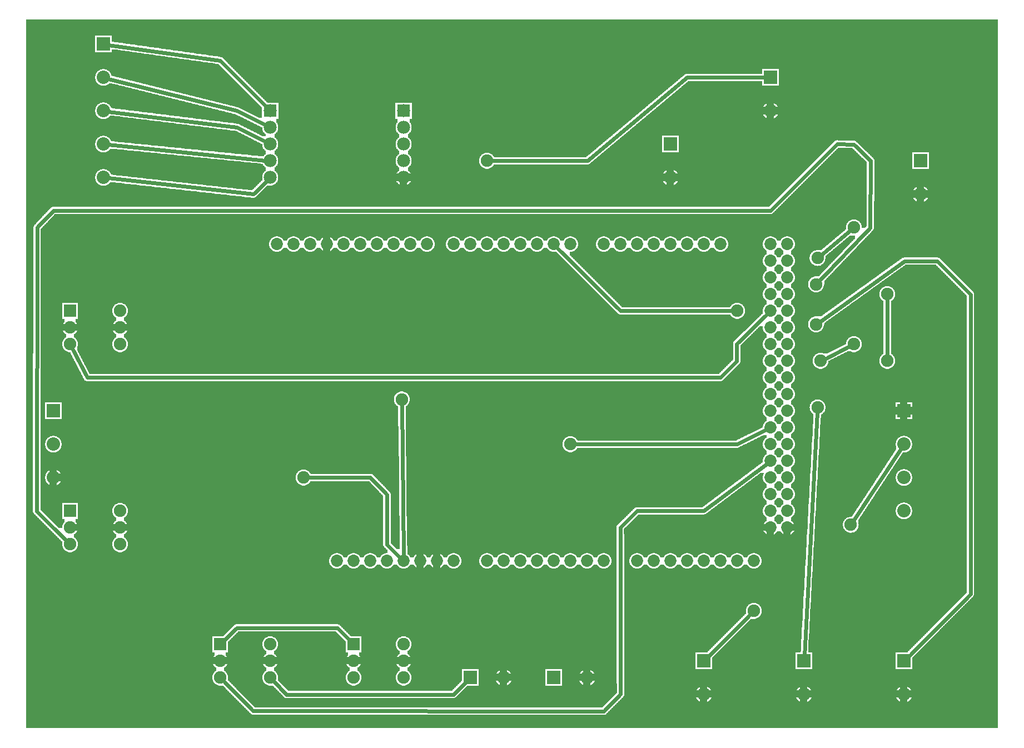
<source format=gtl>
G04 MADE WITH FRITZING*
G04 WWW.FRITZING.ORG*
G04 DOUBLE SIDED*
G04 HOLES PLATED*
G04 CONTOUR ON CENTER OF CONTOUR VECTOR*
%ASAXBY*%
%FSLAX23Y23*%
%MOIN*%
%OFA0B0*%
%SFA1.0B1.0*%
%ADD10C,0.075000*%
%ADD11C,0.075433*%
%ADD12C,0.080000*%
%ADD13C,0.078000*%
%ADD14C,0.072917*%
%ADD15R,0.075000X0.075000*%
%ADD16R,0.079986X0.080000*%
%ADD17R,0.078000X0.078000*%
%ADD18R,0.080000X0.080000*%
%ADD19R,0.080000X0.079986*%
%ADD20C,0.024000*%
%LNCOPPER1*%
G90*
G70*
G54D10*
X605Y4216D03*
G54D11*
X5202Y2244D03*
X1702Y1544D03*
X5202Y2644D03*
X2291Y2013D03*
X4784Y2861D03*
G54D10*
X302Y1344D03*
X602Y1344D03*
X302Y1244D03*
X602Y1244D03*
X302Y1144D03*
X602Y1144D03*
G54D11*
X5002Y3044D03*
G54D10*
X302Y2544D03*
X602Y2544D03*
X302Y2444D03*
X602Y2444D03*
X302Y2344D03*
X602Y2344D03*
G54D12*
X502Y3944D03*
X502Y3744D03*
X502Y3544D03*
X502Y3344D03*
X502Y4144D03*
G54D10*
X2002Y544D03*
X2302Y544D03*
X2002Y444D03*
X2302Y444D03*
X2002Y344D03*
X2302Y344D03*
X1202Y544D03*
X1502Y544D03*
X1202Y444D03*
X1502Y444D03*
X1202Y344D03*
X1502Y344D03*
G54D13*
X1502Y3744D03*
X1502Y3644D03*
X1502Y3544D03*
X1502Y3444D03*
X1502Y3344D03*
X2302Y3744D03*
X2302Y3644D03*
X2302Y3544D03*
X2302Y3444D03*
X2302Y3344D03*
G54D14*
X3802Y1044D03*
X2202Y1044D03*
X3902Y1044D03*
X4002Y1044D03*
X4102Y1044D03*
X4202Y1044D03*
X4502Y2444D03*
X4302Y1044D03*
X4402Y1044D03*
X2242Y2944D03*
X2802Y1044D03*
X2902Y1044D03*
X3002Y1044D03*
X3102Y1044D03*
X4502Y1644D03*
X3202Y1044D03*
X3302Y1044D03*
X3402Y1044D03*
X3502Y1044D03*
X3002Y2944D03*
X4502Y2844D03*
X4502Y2044D03*
X4502Y1244D03*
X1842Y2944D03*
X2602Y1044D03*
X2602Y2944D03*
X4502Y2644D03*
X4502Y2244D03*
X4502Y1844D03*
X4202Y2944D03*
X4502Y1444D03*
X4102Y2944D03*
X4002Y2944D03*
X3902Y2944D03*
X3802Y2944D03*
X3702Y2944D03*
X3602Y2944D03*
X3502Y2944D03*
X1642Y2944D03*
X2042Y2944D03*
X2442Y2944D03*
X2002Y1044D03*
X2402Y1044D03*
X3202Y2944D03*
X2802Y2944D03*
X4502Y2944D03*
X4502Y2744D03*
X4502Y2544D03*
X4502Y2344D03*
X4502Y2144D03*
X4502Y1944D03*
X4502Y1744D03*
X4502Y1544D03*
X4502Y1344D03*
X1542Y2944D03*
X1742Y2944D03*
X1942Y2944D03*
X2142Y2944D03*
X2342Y2944D03*
X1902Y1044D03*
X2102Y1044D03*
X2302Y1044D03*
X2502Y1044D03*
X3302Y2944D03*
X3102Y2944D03*
X2902Y2944D03*
X2702Y2944D03*
X4602Y2944D03*
X4602Y2844D03*
X4602Y2744D03*
X4602Y2644D03*
X4602Y2544D03*
X4602Y2444D03*
X4602Y2344D03*
X4602Y2244D03*
X4602Y2144D03*
X4602Y2044D03*
X4602Y1944D03*
X4602Y1844D03*
X4602Y1744D03*
X4602Y1644D03*
X4602Y1544D03*
X4602Y1444D03*
X4602Y1344D03*
X4602Y1244D03*
X3702Y1044D03*
G54D11*
X4775Y2703D03*
X4775Y2463D03*
X4302Y2544D03*
X4402Y744D03*
X5002Y2344D03*
X4802Y2244D03*
X4983Y1261D03*
X3302Y1744D03*
X4784Y1965D03*
X2802Y3444D03*
G54D12*
X202Y1744D03*
X202Y1544D03*
X202Y1944D03*
X2702Y344D03*
X2902Y344D03*
X3202Y344D03*
X3402Y344D03*
X5402Y3444D03*
X5402Y3244D03*
X4502Y3944D03*
X4502Y3744D03*
X3902Y3544D03*
X3902Y3344D03*
X4102Y444D03*
X4102Y244D03*
X4702Y444D03*
X4702Y244D03*
X5302Y444D03*
X5302Y244D03*
X5302Y1744D03*
X5302Y1544D03*
X5302Y1344D03*
X5302Y1944D03*
G54D15*
X302Y1344D03*
X302Y2544D03*
G54D16*
X502Y4144D03*
G54D15*
X2002Y544D03*
X1202Y544D03*
G54D17*
X1502Y3744D03*
X2302Y3744D03*
G54D18*
X202Y1944D03*
G54D19*
X2702Y344D03*
X3202Y344D03*
G54D16*
X5402Y3444D03*
X4502Y3944D03*
X3902Y3544D03*
X4102Y444D03*
X4702Y444D03*
X5302Y444D03*
G54D18*
X5302Y1944D03*
G54D20*
X2103Y1545D02*
X1731Y1544D01*
D02*
X5202Y2273D02*
X5202Y2615D01*
D02*
X4980Y3026D02*
X4806Y2880D01*
D02*
X3601Y1245D02*
X3603Y244D01*
D02*
X4103Y1346D02*
X3702Y1344D01*
D02*
X5103Y3445D02*
X5100Y3042D01*
D02*
X5100Y3042D02*
X4795Y2724D01*
D02*
X5001Y3543D02*
X5103Y3445D01*
D02*
X4901Y3546D02*
X5001Y3543D01*
D02*
X4501Y3147D02*
X4901Y3546D01*
D02*
X2202Y1442D02*
X2103Y1545D01*
D02*
X2202Y1142D02*
X2202Y1442D01*
D02*
X2280Y1065D02*
X2202Y1142D01*
D02*
X2302Y1074D02*
X2292Y1984D01*
D02*
X405Y2144D02*
X4202Y2144D01*
D02*
X4202Y2144D02*
X4300Y2243D01*
D02*
X4300Y2243D02*
X4300Y2347D01*
D02*
X101Y1343D02*
X104Y3044D01*
D02*
X282Y1164D02*
X202Y1242D01*
D02*
X202Y3147D02*
X4501Y3147D01*
D02*
X202Y1242D02*
X101Y1343D01*
D02*
X104Y3044D02*
X202Y3147D01*
D02*
X4300Y2347D02*
X4480Y2523D01*
D02*
X315Y2319D02*
X405Y2144D01*
D02*
X3223Y2923D02*
X3602Y2544D01*
D02*
X3602Y2544D02*
X4273Y2544D01*
D02*
X4976Y2331D02*
X4828Y2257D01*
D02*
X3502Y143D02*
X1400Y144D01*
D02*
X3702Y1344D02*
X3601Y1245D01*
D02*
X3603Y244D02*
X3502Y143D01*
D02*
X1400Y144D02*
X1222Y324D01*
D02*
X4478Y1626D02*
X4103Y1346D01*
D02*
X4475Y1831D02*
X4301Y1745D01*
D02*
X4301Y1745D02*
X3331Y1744D01*
D02*
X1904Y643D02*
X1302Y643D01*
D02*
X1302Y643D02*
X1222Y564D01*
D02*
X1982Y564D02*
X1904Y643D01*
D02*
X1302Y3744D02*
X1475Y3658D01*
D02*
X1303Y3645D02*
X1475Y3558D01*
D02*
X1401Y3244D02*
X1481Y3323D01*
D02*
X1202Y4046D02*
X1481Y3765D01*
D02*
X533Y3341D02*
X1401Y3244D01*
D02*
X533Y3541D02*
X1472Y3447D01*
D02*
X533Y3740D02*
X1303Y3645D01*
D02*
X532Y3937D02*
X1302Y3744D01*
D02*
X533Y4140D02*
X1202Y4046D01*
D02*
X1600Y243D02*
X2601Y243D01*
D02*
X2601Y243D02*
X2680Y322D01*
D02*
X1522Y324D02*
X1600Y243D01*
D02*
X3404Y3444D02*
X2831Y3444D01*
D02*
X4471Y3944D02*
X4003Y3946D01*
D02*
X4003Y3946D02*
X3404Y3444D01*
D02*
X4382Y724D02*
X4124Y466D01*
D02*
X4783Y1936D02*
X4704Y475D01*
D02*
X5701Y846D02*
X5701Y2643D01*
D02*
X5701Y2643D02*
X5502Y2842D01*
D02*
X5304Y2842D02*
X4799Y2480D01*
D02*
X5502Y2842D02*
X5304Y2842D01*
D02*
X5324Y466D02*
X5701Y846D01*
D02*
X4999Y1285D02*
X5285Y1718D01*
G36*
X4542Y2923D02*
X4542Y2919D01*
X4540Y2919D01*
X4540Y2917D01*
X4538Y2917D01*
X4538Y2915D01*
X4536Y2915D01*
X4536Y2911D01*
X4532Y2911D01*
X4532Y2909D01*
X4530Y2909D01*
X4530Y2907D01*
X4528Y2907D01*
X4528Y2905D01*
X4524Y2905D01*
X4524Y2885D01*
X4526Y2885D01*
X4526Y2883D01*
X4530Y2883D01*
X4530Y2881D01*
X4532Y2881D01*
X4532Y2879D01*
X4534Y2879D01*
X4534Y2877D01*
X4536Y2877D01*
X4536Y2875D01*
X4538Y2875D01*
X4538Y2873D01*
X4540Y2873D01*
X4540Y2869D01*
X4542Y2869D01*
X4542Y2865D01*
X4562Y2865D01*
X4562Y2869D01*
X4564Y2869D01*
X4564Y2873D01*
X4566Y2873D01*
X4566Y2875D01*
X4568Y2875D01*
X4568Y2877D01*
X4570Y2877D01*
X4570Y2879D01*
X4572Y2879D01*
X4572Y2881D01*
X4574Y2881D01*
X4574Y2883D01*
X4578Y2883D01*
X4578Y2885D01*
X4580Y2885D01*
X4580Y2905D01*
X4576Y2905D01*
X4576Y2907D01*
X4574Y2907D01*
X4574Y2909D01*
X4572Y2909D01*
X4572Y2911D01*
X4568Y2911D01*
X4568Y2915D01*
X4566Y2915D01*
X4566Y2917D01*
X4564Y2917D01*
X4564Y2919D01*
X4562Y2919D01*
X4562Y2923D01*
X4542Y2923D01*
G37*
D02*
G36*
X4542Y2823D02*
X4542Y2819D01*
X4540Y2819D01*
X4540Y2817D01*
X4538Y2817D01*
X4538Y2815D01*
X4536Y2815D01*
X4536Y2811D01*
X4532Y2811D01*
X4532Y2809D01*
X4530Y2809D01*
X4530Y2807D01*
X4528Y2807D01*
X4528Y2805D01*
X4524Y2805D01*
X4524Y2785D01*
X4526Y2785D01*
X4526Y2783D01*
X4530Y2783D01*
X4530Y2781D01*
X4532Y2781D01*
X4532Y2779D01*
X4534Y2779D01*
X4534Y2777D01*
X4536Y2777D01*
X4536Y2775D01*
X4538Y2775D01*
X4538Y2773D01*
X4540Y2773D01*
X4540Y2769D01*
X4542Y2769D01*
X4542Y2765D01*
X4562Y2765D01*
X4562Y2769D01*
X4564Y2769D01*
X4564Y2773D01*
X4566Y2773D01*
X4566Y2775D01*
X4568Y2775D01*
X4568Y2777D01*
X4570Y2777D01*
X4570Y2779D01*
X4572Y2779D01*
X4572Y2781D01*
X4574Y2781D01*
X4574Y2783D01*
X4578Y2783D01*
X4578Y2785D01*
X4580Y2785D01*
X4580Y2805D01*
X4576Y2805D01*
X4576Y2807D01*
X4574Y2807D01*
X4574Y2809D01*
X4572Y2809D01*
X4572Y2811D01*
X4568Y2811D01*
X4568Y2815D01*
X4566Y2815D01*
X4566Y2817D01*
X4564Y2817D01*
X4564Y2819D01*
X4562Y2819D01*
X4562Y2823D01*
X4542Y2823D01*
G37*
D02*
G36*
X4542Y2723D02*
X4542Y2719D01*
X4540Y2719D01*
X4540Y2717D01*
X4538Y2717D01*
X4538Y2715D01*
X4536Y2715D01*
X4536Y2711D01*
X4532Y2711D01*
X4532Y2709D01*
X4530Y2709D01*
X4530Y2707D01*
X4528Y2707D01*
X4528Y2705D01*
X4524Y2705D01*
X4524Y2685D01*
X4526Y2685D01*
X4526Y2683D01*
X4530Y2683D01*
X4530Y2681D01*
X4532Y2681D01*
X4532Y2679D01*
X4534Y2679D01*
X4534Y2677D01*
X4536Y2677D01*
X4536Y2675D01*
X4538Y2675D01*
X4538Y2673D01*
X4540Y2673D01*
X4540Y2669D01*
X4542Y2669D01*
X4542Y2665D01*
X4562Y2665D01*
X4562Y2669D01*
X4564Y2669D01*
X4564Y2673D01*
X4566Y2673D01*
X4566Y2675D01*
X4568Y2675D01*
X4568Y2677D01*
X4570Y2677D01*
X4570Y2679D01*
X4572Y2679D01*
X4572Y2681D01*
X4574Y2681D01*
X4574Y2683D01*
X4578Y2683D01*
X4578Y2685D01*
X4580Y2685D01*
X4580Y2705D01*
X4576Y2705D01*
X4576Y2707D01*
X4574Y2707D01*
X4574Y2709D01*
X4572Y2709D01*
X4572Y2711D01*
X4568Y2711D01*
X4568Y2715D01*
X4566Y2715D01*
X4566Y2717D01*
X4564Y2717D01*
X4564Y2719D01*
X4562Y2719D01*
X4562Y2723D01*
X4542Y2723D01*
G37*
D02*
G36*
X4542Y2623D02*
X4542Y2619D01*
X4540Y2619D01*
X4540Y2617D01*
X4538Y2617D01*
X4538Y2615D01*
X4536Y2615D01*
X4536Y2611D01*
X4532Y2611D01*
X4532Y2609D01*
X4530Y2609D01*
X4530Y2607D01*
X4528Y2607D01*
X4528Y2605D01*
X4524Y2605D01*
X4524Y2585D01*
X4526Y2585D01*
X4526Y2583D01*
X4530Y2583D01*
X4530Y2581D01*
X4532Y2581D01*
X4532Y2579D01*
X4534Y2579D01*
X4534Y2577D01*
X4536Y2577D01*
X4536Y2575D01*
X4538Y2575D01*
X4538Y2573D01*
X4540Y2573D01*
X4540Y2569D01*
X4542Y2569D01*
X4542Y2565D01*
X4562Y2565D01*
X4562Y2569D01*
X4564Y2569D01*
X4564Y2573D01*
X4566Y2573D01*
X4566Y2575D01*
X4568Y2575D01*
X4568Y2577D01*
X4570Y2577D01*
X4570Y2579D01*
X4572Y2579D01*
X4572Y2581D01*
X4574Y2581D01*
X4574Y2583D01*
X4578Y2583D01*
X4578Y2585D01*
X4580Y2585D01*
X4580Y2605D01*
X4576Y2605D01*
X4576Y2607D01*
X4574Y2607D01*
X4574Y2609D01*
X4572Y2609D01*
X4572Y2611D01*
X4568Y2611D01*
X4568Y2615D01*
X4566Y2615D01*
X4566Y2617D01*
X4564Y2617D01*
X4564Y2619D01*
X4562Y2619D01*
X4562Y2623D01*
X4542Y2623D01*
G37*
D02*
G36*
X4542Y2523D02*
X4542Y2519D01*
X4540Y2519D01*
X4540Y2517D01*
X4538Y2517D01*
X4538Y2515D01*
X4536Y2515D01*
X4536Y2511D01*
X4532Y2511D01*
X4532Y2509D01*
X4530Y2509D01*
X4530Y2507D01*
X4528Y2507D01*
X4528Y2505D01*
X4524Y2505D01*
X4524Y2485D01*
X4526Y2485D01*
X4526Y2483D01*
X4530Y2483D01*
X4530Y2481D01*
X4532Y2481D01*
X4532Y2479D01*
X4534Y2479D01*
X4534Y2477D01*
X4536Y2477D01*
X4536Y2475D01*
X4538Y2475D01*
X4538Y2473D01*
X4540Y2473D01*
X4540Y2469D01*
X4542Y2469D01*
X4542Y2465D01*
X4562Y2465D01*
X4562Y2469D01*
X4564Y2469D01*
X4564Y2473D01*
X4566Y2473D01*
X4566Y2475D01*
X4568Y2475D01*
X4568Y2477D01*
X4570Y2477D01*
X4570Y2479D01*
X4572Y2479D01*
X4572Y2481D01*
X4574Y2481D01*
X4574Y2483D01*
X4578Y2483D01*
X4578Y2485D01*
X4580Y2485D01*
X4580Y2505D01*
X4576Y2505D01*
X4576Y2507D01*
X4574Y2507D01*
X4574Y2509D01*
X4572Y2509D01*
X4572Y2511D01*
X4568Y2511D01*
X4568Y2515D01*
X4566Y2515D01*
X4566Y2517D01*
X4564Y2517D01*
X4564Y2519D01*
X4562Y2519D01*
X4562Y2523D01*
X4542Y2523D01*
G37*
D02*
G36*
X4542Y2423D02*
X4542Y2419D01*
X4540Y2419D01*
X4540Y2417D01*
X4538Y2417D01*
X4538Y2415D01*
X4536Y2415D01*
X4536Y2411D01*
X4532Y2411D01*
X4532Y2409D01*
X4530Y2409D01*
X4530Y2407D01*
X4528Y2407D01*
X4528Y2405D01*
X4524Y2405D01*
X4524Y2385D01*
X4526Y2385D01*
X4526Y2383D01*
X4530Y2383D01*
X4530Y2381D01*
X4532Y2381D01*
X4532Y2379D01*
X4534Y2379D01*
X4534Y2377D01*
X4536Y2377D01*
X4536Y2375D01*
X4538Y2375D01*
X4538Y2373D01*
X4540Y2373D01*
X4540Y2369D01*
X4542Y2369D01*
X4542Y2365D01*
X4562Y2365D01*
X4562Y2369D01*
X4564Y2369D01*
X4564Y2373D01*
X4566Y2373D01*
X4566Y2375D01*
X4568Y2375D01*
X4568Y2377D01*
X4570Y2377D01*
X4570Y2379D01*
X4572Y2379D01*
X4572Y2381D01*
X4574Y2381D01*
X4574Y2383D01*
X4578Y2383D01*
X4578Y2385D01*
X4580Y2385D01*
X4580Y2405D01*
X4576Y2405D01*
X4576Y2407D01*
X4574Y2407D01*
X4574Y2409D01*
X4572Y2409D01*
X4572Y2411D01*
X4568Y2411D01*
X4568Y2415D01*
X4566Y2415D01*
X4566Y2417D01*
X4564Y2417D01*
X4564Y2419D01*
X4562Y2419D01*
X4562Y2423D01*
X4542Y2423D01*
G37*
D02*
G36*
X4542Y2323D02*
X4542Y2319D01*
X4540Y2319D01*
X4540Y2317D01*
X4538Y2317D01*
X4538Y2315D01*
X4536Y2315D01*
X4536Y2311D01*
X4532Y2311D01*
X4532Y2309D01*
X4530Y2309D01*
X4530Y2307D01*
X4528Y2307D01*
X4528Y2305D01*
X4524Y2305D01*
X4524Y2285D01*
X4526Y2285D01*
X4526Y2283D01*
X4530Y2283D01*
X4530Y2281D01*
X4532Y2281D01*
X4532Y2279D01*
X4534Y2279D01*
X4534Y2277D01*
X4536Y2277D01*
X4536Y2275D01*
X4538Y2275D01*
X4538Y2273D01*
X4540Y2273D01*
X4540Y2269D01*
X4542Y2269D01*
X4542Y2265D01*
X4562Y2265D01*
X4562Y2269D01*
X4564Y2269D01*
X4564Y2273D01*
X4566Y2273D01*
X4566Y2275D01*
X4568Y2275D01*
X4568Y2277D01*
X4570Y2277D01*
X4570Y2279D01*
X4572Y2279D01*
X4572Y2281D01*
X4574Y2281D01*
X4574Y2283D01*
X4578Y2283D01*
X4578Y2285D01*
X4580Y2285D01*
X4580Y2305D01*
X4576Y2305D01*
X4576Y2307D01*
X4574Y2307D01*
X4574Y2309D01*
X4572Y2309D01*
X4572Y2311D01*
X4568Y2311D01*
X4568Y2315D01*
X4566Y2315D01*
X4566Y2317D01*
X4564Y2317D01*
X4564Y2319D01*
X4562Y2319D01*
X4562Y2323D01*
X4542Y2323D01*
G37*
D02*
G36*
X4542Y2223D02*
X4542Y2219D01*
X4540Y2219D01*
X4540Y2217D01*
X4538Y2217D01*
X4538Y2215D01*
X4536Y2215D01*
X4536Y2211D01*
X4532Y2211D01*
X4532Y2209D01*
X4530Y2209D01*
X4530Y2207D01*
X4528Y2207D01*
X4528Y2205D01*
X4524Y2205D01*
X4524Y2185D01*
X4526Y2185D01*
X4526Y2183D01*
X4530Y2183D01*
X4530Y2181D01*
X4532Y2181D01*
X4532Y2179D01*
X4534Y2179D01*
X4534Y2177D01*
X4536Y2177D01*
X4536Y2175D01*
X4538Y2175D01*
X4538Y2173D01*
X4540Y2173D01*
X4540Y2169D01*
X4542Y2169D01*
X4542Y2165D01*
X4562Y2165D01*
X4562Y2169D01*
X4564Y2169D01*
X4564Y2173D01*
X4566Y2173D01*
X4566Y2175D01*
X4568Y2175D01*
X4568Y2177D01*
X4570Y2177D01*
X4570Y2179D01*
X4572Y2179D01*
X4572Y2181D01*
X4574Y2181D01*
X4574Y2183D01*
X4578Y2183D01*
X4578Y2185D01*
X4580Y2185D01*
X4580Y2205D01*
X4576Y2205D01*
X4576Y2207D01*
X4574Y2207D01*
X4574Y2209D01*
X4572Y2209D01*
X4572Y2211D01*
X4568Y2211D01*
X4568Y2215D01*
X4566Y2215D01*
X4566Y2217D01*
X4564Y2217D01*
X4564Y2219D01*
X4562Y2219D01*
X4562Y2223D01*
X4542Y2223D01*
G37*
D02*
G36*
X4542Y2123D02*
X4542Y2119D01*
X4540Y2119D01*
X4540Y2117D01*
X4538Y2117D01*
X4538Y2115D01*
X4536Y2115D01*
X4536Y2111D01*
X4532Y2111D01*
X4532Y2109D01*
X4530Y2109D01*
X4530Y2107D01*
X4528Y2107D01*
X4528Y2105D01*
X4524Y2105D01*
X4524Y2085D01*
X4526Y2085D01*
X4526Y2083D01*
X4530Y2083D01*
X4530Y2081D01*
X4532Y2081D01*
X4532Y2079D01*
X4534Y2079D01*
X4534Y2077D01*
X4536Y2077D01*
X4536Y2075D01*
X4538Y2075D01*
X4538Y2073D01*
X4540Y2073D01*
X4540Y2069D01*
X4542Y2069D01*
X4542Y2065D01*
X4562Y2065D01*
X4562Y2069D01*
X4564Y2069D01*
X4564Y2073D01*
X4566Y2073D01*
X4566Y2075D01*
X4568Y2075D01*
X4568Y2077D01*
X4570Y2077D01*
X4570Y2079D01*
X4572Y2079D01*
X4572Y2081D01*
X4574Y2081D01*
X4574Y2083D01*
X4578Y2083D01*
X4578Y2085D01*
X4580Y2085D01*
X4580Y2105D01*
X4576Y2105D01*
X4576Y2107D01*
X4574Y2107D01*
X4574Y2109D01*
X4572Y2109D01*
X4572Y2111D01*
X4568Y2111D01*
X4568Y2115D01*
X4566Y2115D01*
X4566Y2117D01*
X4564Y2117D01*
X4564Y2119D01*
X4562Y2119D01*
X4562Y2123D01*
X4542Y2123D01*
G37*
D02*
G36*
X4542Y2023D02*
X4542Y2019D01*
X4540Y2019D01*
X4540Y2017D01*
X4538Y2017D01*
X4538Y2015D01*
X4536Y2015D01*
X4536Y2011D01*
X4532Y2011D01*
X4532Y2009D01*
X4530Y2009D01*
X4530Y2007D01*
X4528Y2007D01*
X4528Y2005D01*
X4524Y2005D01*
X4524Y1985D01*
X4526Y1985D01*
X4526Y1983D01*
X4530Y1983D01*
X4530Y1981D01*
X4532Y1981D01*
X4532Y1979D01*
X4534Y1979D01*
X4534Y1977D01*
X4536Y1977D01*
X4536Y1975D01*
X4538Y1975D01*
X4538Y1973D01*
X4540Y1973D01*
X4540Y1969D01*
X4542Y1969D01*
X4542Y1965D01*
X4562Y1965D01*
X4562Y1969D01*
X4564Y1969D01*
X4564Y1973D01*
X4566Y1973D01*
X4566Y1975D01*
X4568Y1975D01*
X4568Y1977D01*
X4570Y1977D01*
X4570Y1979D01*
X4572Y1979D01*
X4572Y1981D01*
X4574Y1981D01*
X4574Y1983D01*
X4578Y1983D01*
X4578Y1985D01*
X4580Y1985D01*
X4580Y2005D01*
X4576Y2005D01*
X4576Y2007D01*
X4574Y2007D01*
X4574Y2009D01*
X4572Y2009D01*
X4572Y2011D01*
X4568Y2011D01*
X4568Y2015D01*
X4566Y2015D01*
X4566Y2017D01*
X4564Y2017D01*
X4564Y2019D01*
X4562Y2019D01*
X4562Y2023D01*
X4542Y2023D01*
G37*
D02*
G36*
X4542Y1923D02*
X4542Y1919D01*
X4540Y1919D01*
X4540Y1917D01*
X4538Y1917D01*
X4538Y1915D01*
X4536Y1915D01*
X4536Y1911D01*
X4532Y1911D01*
X4532Y1909D01*
X4530Y1909D01*
X4530Y1907D01*
X4528Y1907D01*
X4528Y1905D01*
X4524Y1905D01*
X4524Y1885D01*
X4526Y1885D01*
X4526Y1883D01*
X4530Y1883D01*
X4530Y1881D01*
X4532Y1881D01*
X4532Y1879D01*
X4534Y1879D01*
X4534Y1877D01*
X4536Y1877D01*
X4536Y1875D01*
X4538Y1875D01*
X4538Y1873D01*
X4540Y1873D01*
X4540Y1869D01*
X4542Y1869D01*
X4542Y1865D01*
X4562Y1865D01*
X4562Y1869D01*
X4564Y1869D01*
X4564Y1873D01*
X4566Y1873D01*
X4566Y1875D01*
X4568Y1875D01*
X4568Y1877D01*
X4570Y1877D01*
X4570Y1879D01*
X4572Y1879D01*
X4572Y1881D01*
X4574Y1881D01*
X4574Y1883D01*
X4578Y1883D01*
X4578Y1885D01*
X4580Y1885D01*
X4580Y1905D01*
X4576Y1905D01*
X4576Y1907D01*
X4574Y1907D01*
X4574Y1909D01*
X4572Y1909D01*
X4572Y1911D01*
X4568Y1911D01*
X4568Y1915D01*
X4566Y1915D01*
X4566Y1917D01*
X4564Y1917D01*
X4564Y1919D01*
X4562Y1919D01*
X4562Y1923D01*
X4542Y1923D01*
G37*
D02*
G36*
X4542Y1823D02*
X4542Y1819D01*
X4540Y1819D01*
X4540Y1817D01*
X4538Y1817D01*
X4538Y1815D01*
X4536Y1815D01*
X4536Y1811D01*
X4532Y1811D01*
X4532Y1809D01*
X4530Y1809D01*
X4530Y1807D01*
X4528Y1807D01*
X4528Y1805D01*
X4524Y1805D01*
X4524Y1785D01*
X4526Y1785D01*
X4526Y1783D01*
X4530Y1783D01*
X4530Y1781D01*
X4532Y1781D01*
X4532Y1779D01*
X4534Y1779D01*
X4534Y1777D01*
X4536Y1777D01*
X4536Y1775D01*
X4538Y1775D01*
X4538Y1773D01*
X4540Y1773D01*
X4540Y1769D01*
X4542Y1769D01*
X4542Y1765D01*
X4562Y1765D01*
X4562Y1769D01*
X4564Y1769D01*
X4564Y1773D01*
X4566Y1773D01*
X4566Y1775D01*
X4568Y1775D01*
X4568Y1777D01*
X4570Y1777D01*
X4570Y1779D01*
X4572Y1779D01*
X4572Y1781D01*
X4574Y1781D01*
X4574Y1783D01*
X4578Y1783D01*
X4578Y1785D01*
X4580Y1785D01*
X4580Y1805D01*
X4576Y1805D01*
X4576Y1807D01*
X4574Y1807D01*
X4574Y1809D01*
X4572Y1809D01*
X4572Y1811D01*
X4568Y1811D01*
X4568Y1815D01*
X4566Y1815D01*
X4566Y1817D01*
X4564Y1817D01*
X4564Y1819D01*
X4562Y1819D01*
X4562Y1823D01*
X4542Y1823D01*
G37*
D02*
G36*
X4542Y1723D02*
X4542Y1719D01*
X4540Y1719D01*
X4540Y1717D01*
X4538Y1717D01*
X4538Y1715D01*
X4536Y1715D01*
X4536Y1711D01*
X4532Y1711D01*
X4532Y1709D01*
X4530Y1709D01*
X4530Y1707D01*
X4528Y1707D01*
X4528Y1705D01*
X4524Y1705D01*
X4524Y1685D01*
X4526Y1685D01*
X4526Y1683D01*
X4530Y1683D01*
X4530Y1681D01*
X4532Y1681D01*
X4532Y1679D01*
X4534Y1679D01*
X4534Y1677D01*
X4536Y1677D01*
X4536Y1675D01*
X4538Y1675D01*
X4538Y1673D01*
X4540Y1673D01*
X4540Y1669D01*
X4542Y1669D01*
X4542Y1665D01*
X4562Y1665D01*
X4562Y1669D01*
X4564Y1669D01*
X4564Y1673D01*
X4566Y1673D01*
X4566Y1675D01*
X4568Y1675D01*
X4568Y1677D01*
X4570Y1677D01*
X4570Y1679D01*
X4572Y1679D01*
X4572Y1681D01*
X4574Y1681D01*
X4574Y1683D01*
X4578Y1683D01*
X4578Y1685D01*
X4580Y1685D01*
X4580Y1705D01*
X4576Y1705D01*
X4576Y1707D01*
X4574Y1707D01*
X4574Y1709D01*
X4572Y1709D01*
X4572Y1711D01*
X4568Y1711D01*
X4568Y1715D01*
X4566Y1715D01*
X4566Y1717D01*
X4564Y1717D01*
X4564Y1719D01*
X4562Y1719D01*
X4562Y1723D01*
X4542Y1723D01*
G37*
D02*
G36*
X4542Y1623D02*
X4542Y1619D01*
X4540Y1619D01*
X4540Y1617D01*
X4538Y1617D01*
X4538Y1615D01*
X4536Y1615D01*
X4536Y1611D01*
X4532Y1611D01*
X4532Y1609D01*
X4530Y1609D01*
X4530Y1607D01*
X4528Y1607D01*
X4528Y1605D01*
X4524Y1605D01*
X4524Y1585D01*
X4526Y1585D01*
X4526Y1583D01*
X4530Y1583D01*
X4530Y1581D01*
X4532Y1581D01*
X4532Y1579D01*
X4534Y1579D01*
X4534Y1577D01*
X4536Y1577D01*
X4536Y1575D01*
X4538Y1575D01*
X4538Y1573D01*
X4540Y1573D01*
X4540Y1569D01*
X4542Y1569D01*
X4542Y1565D01*
X4562Y1565D01*
X4562Y1569D01*
X4564Y1569D01*
X4564Y1573D01*
X4566Y1573D01*
X4566Y1575D01*
X4568Y1575D01*
X4568Y1577D01*
X4570Y1577D01*
X4570Y1579D01*
X4572Y1579D01*
X4572Y1581D01*
X4574Y1581D01*
X4574Y1583D01*
X4578Y1583D01*
X4578Y1585D01*
X4580Y1585D01*
X4580Y1605D01*
X4576Y1605D01*
X4576Y1607D01*
X4574Y1607D01*
X4574Y1609D01*
X4572Y1609D01*
X4572Y1611D01*
X4568Y1611D01*
X4568Y1615D01*
X4566Y1615D01*
X4566Y1617D01*
X4564Y1617D01*
X4564Y1619D01*
X4562Y1619D01*
X4562Y1623D01*
X4542Y1623D01*
G37*
D02*
G36*
X4542Y1523D02*
X4542Y1519D01*
X4540Y1519D01*
X4540Y1517D01*
X4538Y1517D01*
X4538Y1515D01*
X4536Y1515D01*
X4536Y1511D01*
X4532Y1511D01*
X4532Y1509D01*
X4530Y1509D01*
X4530Y1507D01*
X4528Y1507D01*
X4528Y1505D01*
X4524Y1505D01*
X4524Y1485D01*
X4526Y1485D01*
X4526Y1483D01*
X4530Y1483D01*
X4530Y1481D01*
X4532Y1481D01*
X4532Y1479D01*
X4534Y1479D01*
X4534Y1477D01*
X4536Y1477D01*
X4536Y1475D01*
X4538Y1475D01*
X4538Y1473D01*
X4540Y1473D01*
X4540Y1469D01*
X4542Y1469D01*
X4542Y1465D01*
X4562Y1465D01*
X4562Y1469D01*
X4564Y1469D01*
X4564Y1473D01*
X4566Y1473D01*
X4566Y1475D01*
X4568Y1475D01*
X4568Y1477D01*
X4570Y1477D01*
X4570Y1479D01*
X4572Y1479D01*
X4572Y1481D01*
X4574Y1481D01*
X4574Y1483D01*
X4578Y1483D01*
X4578Y1485D01*
X4580Y1485D01*
X4580Y1505D01*
X4576Y1505D01*
X4576Y1507D01*
X4574Y1507D01*
X4574Y1509D01*
X4572Y1509D01*
X4572Y1511D01*
X4568Y1511D01*
X4568Y1515D01*
X4566Y1515D01*
X4566Y1517D01*
X4564Y1517D01*
X4564Y1519D01*
X4562Y1519D01*
X4562Y1523D01*
X4542Y1523D01*
G37*
D02*
G36*
X4542Y1423D02*
X4542Y1419D01*
X4540Y1419D01*
X4540Y1417D01*
X4538Y1417D01*
X4538Y1415D01*
X4536Y1415D01*
X4536Y1411D01*
X4532Y1411D01*
X4532Y1409D01*
X4530Y1409D01*
X4530Y1407D01*
X4528Y1407D01*
X4528Y1405D01*
X4524Y1405D01*
X4524Y1385D01*
X4526Y1385D01*
X4526Y1383D01*
X4530Y1383D01*
X4530Y1381D01*
X4532Y1381D01*
X4532Y1379D01*
X4534Y1379D01*
X4534Y1377D01*
X4536Y1377D01*
X4536Y1375D01*
X4538Y1375D01*
X4538Y1373D01*
X4540Y1373D01*
X4540Y1369D01*
X4542Y1369D01*
X4542Y1365D01*
X4562Y1365D01*
X4562Y1369D01*
X4564Y1369D01*
X4564Y1373D01*
X4566Y1373D01*
X4566Y1375D01*
X4568Y1375D01*
X4568Y1377D01*
X4570Y1377D01*
X4570Y1379D01*
X4572Y1379D01*
X4572Y1381D01*
X4574Y1381D01*
X4574Y1383D01*
X4578Y1383D01*
X4578Y1385D01*
X4580Y1385D01*
X4580Y1405D01*
X4576Y1405D01*
X4576Y1407D01*
X4574Y1407D01*
X4574Y1409D01*
X4572Y1409D01*
X4572Y1411D01*
X4568Y1411D01*
X4568Y1415D01*
X4566Y1415D01*
X4566Y1417D01*
X4564Y1417D01*
X4564Y1419D01*
X4562Y1419D01*
X4562Y1423D01*
X4542Y1423D01*
G37*
D02*
G36*
X4542Y1323D02*
X4542Y1319D01*
X4540Y1319D01*
X4540Y1317D01*
X4538Y1317D01*
X4538Y1315D01*
X4536Y1315D01*
X4536Y1311D01*
X4532Y1311D01*
X4532Y1309D01*
X4530Y1309D01*
X4530Y1307D01*
X4528Y1307D01*
X4528Y1305D01*
X4524Y1305D01*
X4524Y1285D01*
X4526Y1285D01*
X4526Y1283D01*
X4530Y1283D01*
X4530Y1281D01*
X4532Y1281D01*
X4532Y1279D01*
X4534Y1279D01*
X4534Y1277D01*
X4536Y1277D01*
X4536Y1275D01*
X4538Y1275D01*
X4538Y1273D01*
X4540Y1273D01*
X4540Y1269D01*
X4542Y1269D01*
X4542Y1265D01*
X4562Y1265D01*
X4562Y1269D01*
X4564Y1269D01*
X4564Y1273D01*
X4566Y1273D01*
X4566Y1275D01*
X4568Y1275D01*
X4568Y1277D01*
X4570Y1277D01*
X4570Y1279D01*
X4572Y1279D01*
X4572Y1281D01*
X4574Y1281D01*
X4574Y1283D01*
X4578Y1283D01*
X4578Y1285D01*
X4580Y1285D01*
X4580Y1305D01*
X4576Y1305D01*
X4576Y1307D01*
X4574Y1307D01*
X4574Y1309D01*
X4572Y1309D01*
X4572Y1311D01*
X4568Y1311D01*
X4568Y1315D01*
X4566Y1315D01*
X4566Y1317D01*
X4564Y1317D01*
X4564Y1319D01*
X4562Y1319D01*
X4562Y1323D01*
X4542Y1323D01*
G37*
D02*
G36*
X40Y4291D02*
X40Y4195D01*
X552Y4195D01*
X552Y4159D01*
X564Y4159D01*
X564Y4157D01*
X578Y4157D01*
X578Y4155D01*
X592Y4155D01*
X592Y4153D01*
X606Y4153D01*
X606Y4151D01*
X620Y4151D01*
X620Y4149D01*
X634Y4149D01*
X634Y4147D01*
X648Y4147D01*
X648Y4145D01*
X662Y4145D01*
X662Y4143D01*
X678Y4143D01*
X678Y4141D01*
X692Y4141D01*
X692Y4139D01*
X706Y4139D01*
X706Y4137D01*
X720Y4137D01*
X720Y4135D01*
X734Y4135D01*
X734Y4133D01*
X748Y4133D01*
X748Y4131D01*
X762Y4131D01*
X762Y4129D01*
X776Y4129D01*
X776Y4127D01*
X790Y4127D01*
X790Y4125D01*
X804Y4125D01*
X804Y4123D01*
X820Y4123D01*
X820Y4121D01*
X834Y4121D01*
X834Y4119D01*
X848Y4119D01*
X848Y4117D01*
X862Y4117D01*
X862Y4115D01*
X876Y4115D01*
X876Y4113D01*
X890Y4113D01*
X890Y4111D01*
X904Y4111D01*
X904Y4109D01*
X918Y4109D01*
X918Y4107D01*
X932Y4107D01*
X932Y4105D01*
X948Y4105D01*
X948Y4103D01*
X962Y4103D01*
X962Y4101D01*
X976Y4101D01*
X976Y4099D01*
X990Y4099D01*
X990Y4097D01*
X1004Y4097D01*
X1004Y4095D01*
X1018Y4095D01*
X1018Y4093D01*
X1032Y4093D01*
X1032Y4091D01*
X1046Y4091D01*
X1046Y4089D01*
X1060Y4089D01*
X1060Y4087D01*
X1074Y4087D01*
X1074Y4085D01*
X1090Y4085D01*
X1090Y4083D01*
X1104Y4083D01*
X1104Y4081D01*
X1118Y4081D01*
X1118Y4079D01*
X1132Y4079D01*
X1132Y4077D01*
X1146Y4077D01*
X1146Y4075D01*
X1160Y4075D01*
X1160Y4073D01*
X1174Y4073D01*
X1174Y4071D01*
X1188Y4071D01*
X1188Y4069D01*
X1202Y4069D01*
X1202Y4067D01*
X1210Y4067D01*
X1210Y4065D01*
X1214Y4065D01*
X1214Y4063D01*
X1218Y4063D01*
X1218Y4061D01*
X1220Y4061D01*
X1220Y4059D01*
X1222Y4059D01*
X1222Y4057D01*
X1224Y4057D01*
X1224Y4055D01*
X1226Y4055D01*
X1226Y4053D01*
X1228Y4053D01*
X1228Y4051D01*
X1230Y4051D01*
X1230Y4049D01*
X1232Y4049D01*
X1232Y4047D01*
X1234Y4047D01*
X1234Y4045D01*
X1236Y4045D01*
X1236Y4043D01*
X1238Y4043D01*
X1238Y4041D01*
X1240Y4041D01*
X1240Y4039D01*
X1242Y4039D01*
X1242Y4037D01*
X1244Y4037D01*
X1244Y4035D01*
X1246Y4035D01*
X1246Y4033D01*
X1248Y4033D01*
X1248Y4029D01*
X1250Y4029D01*
X1250Y4027D01*
X1252Y4027D01*
X1252Y4025D01*
X1254Y4025D01*
X1254Y4023D01*
X1256Y4023D01*
X1256Y4021D01*
X1258Y4021D01*
X1258Y4019D01*
X1260Y4019D01*
X1260Y4017D01*
X1262Y4017D01*
X1262Y4015D01*
X1264Y4015D01*
X1264Y4013D01*
X1266Y4013D01*
X1266Y4011D01*
X1268Y4011D01*
X1268Y4009D01*
X1270Y4009D01*
X1270Y4007D01*
X1272Y4007D01*
X1272Y4005D01*
X1274Y4005D01*
X1274Y4003D01*
X1276Y4003D01*
X1276Y4001D01*
X1278Y4001D01*
X1278Y3999D01*
X1280Y3999D01*
X1280Y3997D01*
X1282Y3997D01*
X1282Y3995D01*
X4552Y3995D01*
X4552Y3895D01*
X5864Y3895D01*
X5864Y4291D01*
X40Y4291D01*
G37*
D02*
G36*
X40Y4195D02*
X40Y4095D01*
X452Y4095D01*
X452Y4195D01*
X40Y4195D01*
G37*
D02*
G36*
X552Y4113D02*
X552Y4095D01*
X688Y4095D01*
X688Y4097D01*
X674Y4097D01*
X674Y4099D01*
X660Y4099D01*
X660Y4101D01*
X646Y4101D01*
X646Y4103D01*
X632Y4103D01*
X632Y4105D01*
X618Y4105D01*
X618Y4107D01*
X604Y4107D01*
X604Y4109D01*
X588Y4109D01*
X588Y4111D01*
X574Y4111D01*
X574Y4113D01*
X552Y4113D01*
G37*
D02*
G36*
X40Y4095D02*
X40Y4093D01*
X702Y4093D01*
X702Y4095D01*
X40Y4095D01*
G37*
D02*
G36*
X40Y4095D02*
X40Y4093D01*
X702Y4093D01*
X702Y4095D01*
X40Y4095D01*
G37*
D02*
G36*
X40Y4093D02*
X40Y3995D01*
X508Y3995D01*
X508Y3993D01*
X518Y3993D01*
X518Y3991D01*
X522Y3991D01*
X522Y3989D01*
X526Y3989D01*
X526Y3987D01*
X530Y3987D01*
X530Y3985D01*
X532Y3985D01*
X532Y3983D01*
X534Y3983D01*
X534Y3981D01*
X538Y3981D01*
X538Y3977D01*
X540Y3977D01*
X540Y3975D01*
X542Y3975D01*
X542Y3973D01*
X544Y3973D01*
X544Y3969D01*
X546Y3969D01*
X546Y3965D01*
X548Y3965D01*
X548Y3961D01*
X550Y3961D01*
X550Y3955D01*
X554Y3955D01*
X554Y3953D01*
X562Y3953D01*
X562Y3951D01*
X570Y3951D01*
X570Y3949D01*
X578Y3949D01*
X578Y3947D01*
X586Y3947D01*
X586Y3945D01*
X594Y3945D01*
X594Y3943D01*
X602Y3943D01*
X602Y3941D01*
X610Y3941D01*
X610Y3939D01*
X618Y3939D01*
X618Y3937D01*
X626Y3937D01*
X626Y3935D01*
X634Y3935D01*
X634Y3933D01*
X642Y3933D01*
X642Y3931D01*
X650Y3931D01*
X650Y3929D01*
X658Y3929D01*
X658Y3927D01*
X666Y3927D01*
X666Y3925D01*
X674Y3925D01*
X674Y3923D01*
X682Y3923D01*
X682Y3921D01*
X690Y3921D01*
X690Y3919D01*
X698Y3919D01*
X698Y3917D01*
X706Y3917D01*
X706Y3915D01*
X714Y3915D01*
X714Y3913D01*
X722Y3913D01*
X722Y3911D01*
X730Y3911D01*
X730Y3909D01*
X738Y3909D01*
X738Y3907D01*
X746Y3907D01*
X746Y3905D01*
X754Y3905D01*
X754Y3903D01*
X762Y3903D01*
X762Y3901D01*
X770Y3901D01*
X770Y3899D01*
X778Y3899D01*
X778Y3897D01*
X786Y3897D01*
X786Y3895D01*
X794Y3895D01*
X794Y3893D01*
X802Y3893D01*
X802Y3891D01*
X810Y3891D01*
X810Y3889D01*
X818Y3889D01*
X818Y3887D01*
X826Y3887D01*
X826Y3885D01*
X834Y3885D01*
X834Y3883D01*
X842Y3883D01*
X842Y3881D01*
X850Y3881D01*
X850Y3879D01*
X858Y3879D01*
X858Y3877D01*
X866Y3877D01*
X866Y3875D01*
X874Y3875D01*
X874Y3873D01*
X882Y3873D01*
X882Y3871D01*
X890Y3871D01*
X890Y3869D01*
X898Y3869D01*
X898Y3867D01*
X906Y3867D01*
X906Y3865D01*
X914Y3865D01*
X914Y3863D01*
X922Y3863D01*
X922Y3861D01*
X930Y3861D01*
X930Y3859D01*
X938Y3859D01*
X938Y3857D01*
X946Y3857D01*
X946Y3855D01*
X954Y3855D01*
X954Y3853D01*
X962Y3853D01*
X962Y3851D01*
X970Y3851D01*
X970Y3849D01*
X978Y3849D01*
X978Y3847D01*
X986Y3847D01*
X986Y3845D01*
X994Y3845D01*
X994Y3843D01*
X1002Y3843D01*
X1002Y3841D01*
X1010Y3841D01*
X1010Y3839D01*
X1018Y3839D01*
X1018Y3837D01*
X1026Y3837D01*
X1026Y3835D01*
X1034Y3835D01*
X1034Y3833D01*
X1042Y3833D01*
X1042Y3831D01*
X1050Y3831D01*
X1050Y3829D01*
X1058Y3829D01*
X1058Y3827D01*
X1066Y3827D01*
X1066Y3825D01*
X1074Y3825D01*
X1074Y3823D01*
X1082Y3823D01*
X1082Y3821D01*
X1090Y3821D01*
X1090Y3819D01*
X1098Y3819D01*
X1098Y3817D01*
X1106Y3817D01*
X1106Y3815D01*
X1114Y3815D01*
X1114Y3813D01*
X1122Y3813D01*
X1122Y3811D01*
X1130Y3811D01*
X1130Y3809D01*
X1138Y3809D01*
X1138Y3807D01*
X1146Y3807D01*
X1146Y3805D01*
X1154Y3805D01*
X1154Y3803D01*
X1162Y3803D01*
X1162Y3801D01*
X1170Y3801D01*
X1170Y3799D01*
X1178Y3799D01*
X1178Y3797D01*
X1186Y3797D01*
X1186Y3795D01*
X1194Y3795D01*
X1194Y3793D01*
X1202Y3793D01*
X1202Y3791D01*
X1210Y3791D01*
X1210Y3789D01*
X1218Y3789D01*
X1218Y3787D01*
X1226Y3787D01*
X1226Y3785D01*
X1234Y3785D01*
X1234Y3783D01*
X1242Y3783D01*
X1242Y3781D01*
X1250Y3781D01*
X1250Y3779D01*
X1258Y3779D01*
X1258Y3777D01*
X1266Y3777D01*
X1266Y3775D01*
X1274Y3775D01*
X1274Y3773D01*
X1282Y3773D01*
X1282Y3771D01*
X1290Y3771D01*
X1290Y3769D01*
X1298Y3769D01*
X1298Y3767D01*
X1306Y3767D01*
X1306Y3765D01*
X1312Y3765D01*
X1312Y3763D01*
X1316Y3763D01*
X1316Y3761D01*
X1320Y3761D01*
X1320Y3759D01*
X1324Y3759D01*
X1324Y3757D01*
X1328Y3757D01*
X1328Y3755D01*
X1332Y3755D01*
X1332Y3753D01*
X1336Y3753D01*
X1336Y3751D01*
X1340Y3751D01*
X1340Y3749D01*
X1344Y3749D01*
X1344Y3747D01*
X1348Y3747D01*
X1348Y3745D01*
X1352Y3745D01*
X1352Y3743D01*
X1356Y3743D01*
X1356Y3741D01*
X1360Y3741D01*
X1360Y3739D01*
X1364Y3739D01*
X1364Y3737D01*
X1368Y3737D01*
X1368Y3735D01*
X1372Y3735D01*
X1372Y3733D01*
X1376Y3733D01*
X1376Y3731D01*
X1380Y3731D01*
X1380Y3729D01*
X1384Y3729D01*
X1384Y3727D01*
X1388Y3727D01*
X1388Y3725D01*
X1392Y3725D01*
X1392Y3723D01*
X1396Y3723D01*
X1396Y3721D01*
X1400Y3721D01*
X1400Y3719D01*
X1404Y3719D01*
X1404Y3717D01*
X1408Y3717D01*
X1408Y3715D01*
X1412Y3715D01*
X1412Y3713D01*
X1416Y3713D01*
X1416Y3711D01*
X1420Y3711D01*
X1420Y3709D01*
X1424Y3709D01*
X1424Y3707D01*
X1428Y3707D01*
X1428Y3705D01*
X1432Y3705D01*
X1432Y3703D01*
X1452Y3703D01*
X1452Y3765D01*
X1450Y3765D01*
X1450Y3767D01*
X1448Y3767D01*
X1448Y3769D01*
X1446Y3769D01*
X1446Y3771D01*
X1444Y3771D01*
X1444Y3773D01*
X1442Y3773D01*
X1442Y3775D01*
X1440Y3775D01*
X1440Y3777D01*
X1438Y3777D01*
X1438Y3779D01*
X1436Y3779D01*
X1436Y3781D01*
X1434Y3781D01*
X1434Y3783D01*
X1432Y3783D01*
X1432Y3785D01*
X1430Y3785D01*
X1430Y3787D01*
X1428Y3787D01*
X1428Y3789D01*
X1426Y3789D01*
X1426Y3791D01*
X1424Y3791D01*
X1424Y3793D01*
X1422Y3793D01*
X1422Y3795D01*
X1420Y3795D01*
X1420Y3797D01*
X1418Y3797D01*
X1418Y3799D01*
X1416Y3799D01*
X1416Y3801D01*
X1414Y3801D01*
X1414Y3803D01*
X1412Y3803D01*
X1412Y3805D01*
X1410Y3805D01*
X1410Y3807D01*
X1408Y3807D01*
X1408Y3809D01*
X1406Y3809D01*
X1406Y3811D01*
X1404Y3811D01*
X1404Y3813D01*
X1402Y3813D01*
X1402Y3815D01*
X1400Y3815D01*
X1400Y3817D01*
X1398Y3817D01*
X1398Y3819D01*
X1396Y3819D01*
X1396Y3821D01*
X1394Y3821D01*
X1394Y3823D01*
X1392Y3823D01*
X1392Y3825D01*
X1390Y3825D01*
X1390Y3827D01*
X1388Y3827D01*
X1388Y3829D01*
X1386Y3829D01*
X1386Y3831D01*
X1384Y3831D01*
X1384Y3833D01*
X1382Y3833D01*
X1382Y3835D01*
X1380Y3835D01*
X1380Y3837D01*
X1378Y3837D01*
X1378Y3839D01*
X1376Y3839D01*
X1376Y3841D01*
X1374Y3841D01*
X1374Y3843D01*
X1372Y3843D01*
X1372Y3845D01*
X1370Y3845D01*
X1370Y3847D01*
X1368Y3847D01*
X1368Y3849D01*
X1366Y3849D01*
X1366Y3851D01*
X1364Y3851D01*
X1364Y3853D01*
X1362Y3853D01*
X1362Y3855D01*
X1360Y3855D01*
X1360Y3857D01*
X1358Y3857D01*
X1358Y3859D01*
X1356Y3859D01*
X1356Y3861D01*
X1354Y3861D01*
X1354Y3863D01*
X1352Y3863D01*
X1352Y3865D01*
X1350Y3865D01*
X1350Y3867D01*
X1348Y3867D01*
X1348Y3869D01*
X1346Y3869D01*
X1346Y3871D01*
X1344Y3871D01*
X1344Y3873D01*
X1342Y3873D01*
X1342Y3875D01*
X1340Y3875D01*
X1340Y3877D01*
X1338Y3877D01*
X1338Y3879D01*
X1336Y3879D01*
X1336Y3881D01*
X1334Y3881D01*
X1334Y3883D01*
X1332Y3883D01*
X1332Y3885D01*
X1330Y3885D01*
X1330Y3887D01*
X1328Y3887D01*
X1328Y3889D01*
X1326Y3889D01*
X1326Y3891D01*
X1324Y3891D01*
X1324Y3893D01*
X1322Y3893D01*
X1322Y3895D01*
X1320Y3895D01*
X1320Y3897D01*
X1318Y3897D01*
X1318Y3899D01*
X1316Y3899D01*
X1316Y3901D01*
X1314Y3901D01*
X1314Y3903D01*
X1312Y3903D01*
X1312Y3905D01*
X1310Y3905D01*
X1310Y3907D01*
X1308Y3907D01*
X1308Y3909D01*
X1306Y3909D01*
X1306Y3911D01*
X1304Y3911D01*
X1304Y3913D01*
X1302Y3913D01*
X1302Y3915D01*
X1300Y3915D01*
X1300Y3917D01*
X1298Y3917D01*
X1298Y3919D01*
X1296Y3919D01*
X1296Y3921D01*
X1294Y3921D01*
X1294Y3923D01*
X1292Y3923D01*
X1292Y3925D01*
X1290Y3925D01*
X1290Y3927D01*
X1288Y3927D01*
X1288Y3929D01*
X1286Y3929D01*
X1286Y3931D01*
X1284Y3931D01*
X1284Y3933D01*
X1282Y3933D01*
X1282Y3935D01*
X1280Y3935D01*
X1280Y3937D01*
X1278Y3937D01*
X1278Y3939D01*
X1276Y3939D01*
X1276Y3941D01*
X1274Y3941D01*
X1274Y3943D01*
X1272Y3943D01*
X1272Y3945D01*
X1270Y3945D01*
X1270Y3947D01*
X1268Y3947D01*
X1268Y3949D01*
X1266Y3949D01*
X1266Y3951D01*
X1264Y3951D01*
X1264Y3953D01*
X1262Y3953D01*
X1262Y3955D01*
X1260Y3955D01*
X1260Y3957D01*
X1258Y3957D01*
X1258Y3959D01*
X1256Y3959D01*
X1256Y3961D01*
X1254Y3961D01*
X1254Y3963D01*
X1252Y3963D01*
X1252Y3965D01*
X1250Y3965D01*
X1250Y3967D01*
X1248Y3967D01*
X1248Y3969D01*
X1246Y3969D01*
X1246Y3971D01*
X1244Y3971D01*
X1244Y3973D01*
X1242Y3973D01*
X1242Y3975D01*
X1240Y3975D01*
X1240Y3977D01*
X1238Y3977D01*
X1238Y3979D01*
X1236Y3979D01*
X1236Y3981D01*
X1234Y3981D01*
X1234Y3983D01*
X1232Y3983D01*
X1232Y3985D01*
X1230Y3985D01*
X1230Y3987D01*
X1228Y3987D01*
X1228Y3989D01*
X1226Y3989D01*
X1226Y3991D01*
X1224Y3991D01*
X1224Y3993D01*
X1222Y3993D01*
X1222Y3995D01*
X1220Y3995D01*
X1220Y3997D01*
X1218Y3997D01*
X1218Y3999D01*
X1216Y3999D01*
X1216Y4001D01*
X1214Y4001D01*
X1214Y4003D01*
X1212Y4003D01*
X1212Y4005D01*
X1210Y4005D01*
X1210Y4007D01*
X1208Y4007D01*
X1208Y4009D01*
X1206Y4009D01*
X1206Y4011D01*
X1204Y4011D01*
X1204Y4013D01*
X1202Y4013D01*
X1202Y4015D01*
X1200Y4015D01*
X1200Y4017D01*
X1198Y4017D01*
X1198Y4019D01*
X1196Y4019D01*
X1196Y4021D01*
X1194Y4021D01*
X1194Y4023D01*
X1192Y4023D01*
X1192Y4025D01*
X1186Y4025D01*
X1186Y4027D01*
X1172Y4027D01*
X1172Y4029D01*
X1158Y4029D01*
X1158Y4031D01*
X1142Y4031D01*
X1142Y4033D01*
X1128Y4033D01*
X1128Y4035D01*
X1114Y4035D01*
X1114Y4037D01*
X1100Y4037D01*
X1100Y4039D01*
X1086Y4039D01*
X1086Y4041D01*
X1072Y4041D01*
X1072Y4043D01*
X1058Y4043D01*
X1058Y4045D01*
X1044Y4045D01*
X1044Y4047D01*
X1030Y4047D01*
X1030Y4049D01*
X1016Y4049D01*
X1016Y4051D01*
X1000Y4051D01*
X1000Y4053D01*
X986Y4053D01*
X986Y4055D01*
X972Y4055D01*
X972Y4057D01*
X958Y4057D01*
X958Y4059D01*
X944Y4059D01*
X944Y4061D01*
X930Y4061D01*
X930Y4063D01*
X916Y4063D01*
X916Y4065D01*
X902Y4065D01*
X902Y4067D01*
X888Y4067D01*
X888Y4069D01*
X872Y4069D01*
X872Y4071D01*
X858Y4071D01*
X858Y4073D01*
X844Y4073D01*
X844Y4075D01*
X830Y4075D01*
X830Y4077D01*
X816Y4077D01*
X816Y4079D01*
X802Y4079D01*
X802Y4081D01*
X788Y4081D01*
X788Y4083D01*
X774Y4083D01*
X774Y4085D01*
X760Y4085D01*
X760Y4087D01*
X746Y4087D01*
X746Y4089D01*
X730Y4089D01*
X730Y4091D01*
X716Y4091D01*
X716Y4093D01*
X40Y4093D01*
G37*
D02*
G36*
X40Y3995D02*
X40Y3895D01*
X490Y3895D01*
X490Y3897D01*
X484Y3897D01*
X484Y3899D01*
X480Y3899D01*
X480Y3901D01*
X476Y3901D01*
X476Y3903D01*
X472Y3903D01*
X472Y3905D01*
X470Y3905D01*
X470Y3907D01*
X468Y3907D01*
X468Y3909D01*
X466Y3909D01*
X466Y3911D01*
X464Y3911D01*
X464Y3913D01*
X462Y3913D01*
X462Y3917D01*
X460Y3917D01*
X460Y3919D01*
X458Y3919D01*
X458Y3923D01*
X456Y3923D01*
X456Y3927D01*
X454Y3927D01*
X454Y3935D01*
X452Y3935D01*
X452Y3953D01*
X454Y3953D01*
X454Y3961D01*
X456Y3961D01*
X456Y3965D01*
X458Y3965D01*
X458Y3969D01*
X460Y3969D01*
X460Y3973D01*
X462Y3973D01*
X462Y3975D01*
X464Y3975D01*
X464Y3977D01*
X466Y3977D01*
X466Y3981D01*
X470Y3981D01*
X470Y3983D01*
X472Y3983D01*
X472Y3985D01*
X474Y3985D01*
X474Y3987D01*
X478Y3987D01*
X478Y3989D01*
X482Y3989D01*
X482Y3991D01*
X486Y3991D01*
X486Y3993D01*
X496Y3993D01*
X496Y3995D01*
X40Y3995D01*
G37*
D02*
G36*
X1284Y3995D02*
X1284Y3993D01*
X1286Y3993D01*
X1286Y3991D01*
X1288Y3991D01*
X1288Y3989D01*
X1290Y3989D01*
X1290Y3987D01*
X1292Y3987D01*
X1292Y3985D01*
X1294Y3985D01*
X1294Y3983D01*
X1296Y3983D01*
X1296Y3981D01*
X1298Y3981D01*
X1298Y3979D01*
X1300Y3979D01*
X1300Y3977D01*
X1302Y3977D01*
X1302Y3975D01*
X1304Y3975D01*
X1304Y3973D01*
X1306Y3973D01*
X1306Y3971D01*
X1308Y3971D01*
X1308Y3969D01*
X1310Y3969D01*
X1310Y3967D01*
X1312Y3967D01*
X1312Y3965D01*
X1314Y3965D01*
X1314Y3963D01*
X1316Y3963D01*
X1316Y3961D01*
X1318Y3961D01*
X1318Y3959D01*
X1320Y3959D01*
X1320Y3957D01*
X1322Y3957D01*
X1322Y3955D01*
X1324Y3955D01*
X1324Y3953D01*
X1326Y3953D01*
X1326Y3951D01*
X1328Y3951D01*
X1328Y3949D01*
X1330Y3949D01*
X1330Y3947D01*
X1332Y3947D01*
X1332Y3945D01*
X1334Y3945D01*
X1334Y3943D01*
X1336Y3943D01*
X1336Y3941D01*
X1338Y3941D01*
X1338Y3939D01*
X1340Y3939D01*
X1340Y3937D01*
X1342Y3937D01*
X1342Y3935D01*
X1344Y3935D01*
X1344Y3933D01*
X1346Y3933D01*
X1346Y3931D01*
X1348Y3931D01*
X1348Y3929D01*
X1350Y3929D01*
X1350Y3927D01*
X1352Y3927D01*
X1352Y3925D01*
X1354Y3925D01*
X1354Y3923D01*
X1356Y3923D01*
X1356Y3921D01*
X1358Y3921D01*
X1358Y3919D01*
X1360Y3919D01*
X1360Y3917D01*
X1362Y3917D01*
X1362Y3915D01*
X1364Y3915D01*
X1364Y3913D01*
X1366Y3913D01*
X1366Y3911D01*
X1368Y3911D01*
X1368Y3909D01*
X1370Y3909D01*
X1370Y3907D01*
X1372Y3907D01*
X1372Y3905D01*
X1374Y3905D01*
X1374Y3903D01*
X1376Y3903D01*
X1376Y3901D01*
X1378Y3901D01*
X1378Y3899D01*
X1380Y3899D01*
X1380Y3897D01*
X1382Y3897D01*
X1382Y3895D01*
X1384Y3895D01*
X1384Y3893D01*
X1386Y3893D01*
X1386Y3891D01*
X1388Y3891D01*
X1388Y3889D01*
X1390Y3889D01*
X1390Y3887D01*
X1392Y3887D01*
X1392Y3885D01*
X1394Y3885D01*
X1394Y3883D01*
X1396Y3883D01*
X1396Y3881D01*
X1398Y3881D01*
X1398Y3879D01*
X1400Y3879D01*
X1400Y3877D01*
X1402Y3877D01*
X1402Y3875D01*
X1404Y3875D01*
X1404Y3873D01*
X1406Y3873D01*
X1406Y3871D01*
X1408Y3871D01*
X1408Y3869D01*
X1410Y3869D01*
X1410Y3867D01*
X1412Y3867D01*
X1412Y3865D01*
X1414Y3865D01*
X1414Y3863D01*
X1416Y3863D01*
X1416Y3861D01*
X1418Y3861D01*
X1418Y3859D01*
X1420Y3859D01*
X1420Y3857D01*
X1422Y3857D01*
X1422Y3855D01*
X1424Y3855D01*
X1424Y3853D01*
X1426Y3853D01*
X1426Y3851D01*
X1428Y3851D01*
X1428Y3849D01*
X1430Y3849D01*
X1430Y3847D01*
X1432Y3847D01*
X1432Y3845D01*
X1434Y3845D01*
X1434Y3843D01*
X1436Y3843D01*
X1436Y3841D01*
X1438Y3841D01*
X1438Y3839D01*
X1440Y3839D01*
X1440Y3837D01*
X1442Y3837D01*
X1442Y3835D01*
X1444Y3835D01*
X1444Y3833D01*
X1446Y3833D01*
X1446Y3831D01*
X1448Y3831D01*
X1448Y3829D01*
X1450Y3829D01*
X1450Y3827D01*
X1452Y3827D01*
X1452Y3825D01*
X1454Y3825D01*
X1454Y3823D01*
X1456Y3823D01*
X1456Y3821D01*
X1458Y3821D01*
X1458Y3819D01*
X1460Y3819D01*
X1460Y3817D01*
X1462Y3817D01*
X1462Y3815D01*
X1464Y3815D01*
X1464Y3813D01*
X1466Y3813D01*
X1466Y3811D01*
X1468Y3811D01*
X1468Y3809D01*
X1470Y3809D01*
X1470Y3807D01*
X1472Y3807D01*
X1472Y3805D01*
X1474Y3805D01*
X1474Y3803D01*
X1476Y3803D01*
X1476Y3801D01*
X1478Y3801D01*
X1478Y3799D01*
X1480Y3799D01*
X1480Y3797D01*
X1482Y3797D01*
X1482Y3795D01*
X1484Y3795D01*
X1484Y3793D01*
X2352Y3793D01*
X2352Y3697D01*
X2350Y3697D01*
X2350Y3695D01*
X2340Y3695D01*
X2340Y3673D01*
X2342Y3673D01*
X2342Y3671D01*
X2344Y3671D01*
X2344Y3667D01*
X2346Y3667D01*
X2346Y3663D01*
X2348Y3663D01*
X2348Y3657D01*
X2350Y3657D01*
X2350Y3631D01*
X2348Y3631D01*
X2348Y3625D01*
X2346Y3625D01*
X2346Y3621D01*
X2344Y3621D01*
X2344Y3617D01*
X2342Y3617D01*
X2342Y3615D01*
X2340Y3615D01*
X2340Y3613D01*
X2338Y3613D01*
X2338Y3611D01*
X2336Y3611D01*
X2336Y3609D01*
X2334Y3609D01*
X2334Y3607D01*
X2332Y3607D01*
X2332Y3605D01*
X2330Y3605D01*
X2330Y3583D01*
X2334Y3583D01*
X2334Y3581D01*
X2336Y3581D01*
X2336Y3579D01*
X2338Y3579D01*
X2338Y3577D01*
X2340Y3577D01*
X2340Y3573D01*
X2342Y3573D01*
X2342Y3571D01*
X2344Y3571D01*
X2344Y3567D01*
X2346Y3567D01*
X2346Y3563D01*
X2348Y3563D01*
X2348Y3557D01*
X2350Y3557D01*
X2350Y3531D01*
X2348Y3531D01*
X2348Y3525D01*
X2346Y3525D01*
X2346Y3521D01*
X2344Y3521D01*
X2344Y3517D01*
X2342Y3517D01*
X2342Y3515D01*
X2340Y3515D01*
X2340Y3513D01*
X2338Y3513D01*
X2338Y3511D01*
X2336Y3511D01*
X2336Y3509D01*
X2334Y3509D01*
X2334Y3507D01*
X2332Y3507D01*
X2332Y3505D01*
X2330Y3505D01*
X2330Y3493D01*
X2804Y3493D01*
X2804Y3491D01*
X2816Y3491D01*
X2816Y3489D01*
X2822Y3489D01*
X2822Y3487D01*
X2824Y3487D01*
X2824Y3485D01*
X2828Y3485D01*
X2828Y3483D01*
X2832Y3483D01*
X2832Y3481D01*
X2834Y3481D01*
X2834Y3479D01*
X2836Y3479D01*
X2836Y3477D01*
X2838Y3477D01*
X2838Y3475D01*
X2840Y3475D01*
X2840Y3471D01*
X2842Y3471D01*
X2842Y3469D01*
X2844Y3469D01*
X2844Y3467D01*
X3398Y3467D01*
X3398Y3469D01*
X3400Y3469D01*
X3400Y3471D01*
X3402Y3471D01*
X3402Y3473D01*
X3406Y3473D01*
X3406Y3475D01*
X3408Y3475D01*
X3408Y3477D01*
X3410Y3477D01*
X3410Y3479D01*
X3412Y3479D01*
X3412Y3481D01*
X3414Y3481D01*
X3414Y3483D01*
X3418Y3483D01*
X3418Y3485D01*
X3420Y3485D01*
X3420Y3487D01*
X3422Y3487D01*
X3422Y3489D01*
X3424Y3489D01*
X3424Y3491D01*
X3426Y3491D01*
X3426Y3493D01*
X3430Y3493D01*
X3430Y3495D01*
X3432Y3495D01*
X3432Y3497D01*
X3434Y3497D01*
X3434Y3499D01*
X3436Y3499D01*
X3436Y3501D01*
X3438Y3501D01*
X3438Y3503D01*
X3442Y3503D01*
X3442Y3505D01*
X3444Y3505D01*
X3444Y3507D01*
X3446Y3507D01*
X3446Y3509D01*
X3448Y3509D01*
X3448Y3511D01*
X3450Y3511D01*
X3450Y3513D01*
X3454Y3513D01*
X3454Y3515D01*
X3456Y3515D01*
X3456Y3517D01*
X3458Y3517D01*
X3458Y3519D01*
X3460Y3519D01*
X3460Y3521D01*
X3462Y3521D01*
X3462Y3523D01*
X3466Y3523D01*
X3466Y3525D01*
X3468Y3525D01*
X3468Y3527D01*
X3470Y3527D01*
X3470Y3529D01*
X3472Y3529D01*
X3472Y3531D01*
X3474Y3531D01*
X3474Y3533D01*
X3476Y3533D01*
X3476Y3535D01*
X3480Y3535D01*
X3480Y3537D01*
X3482Y3537D01*
X3482Y3539D01*
X3484Y3539D01*
X3484Y3541D01*
X3486Y3541D01*
X3486Y3543D01*
X3488Y3543D01*
X3488Y3545D01*
X3492Y3545D01*
X3492Y3547D01*
X3494Y3547D01*
X3494Y3549D01*
X3496Y3549D01*
X3496Y3551D01*
X3498Y3551D01*
X3498Y3553D01*
X3500Y3553D01*
X3500Y3555D01*
X3504Y3555D01*
X3504Y3557D01*
X3506Y3557D01*
X3506Y3559D01*
X3508Y3559D01*
X3508Y3561D01*
X3510Y3561D01*
X3510Y3563D01*
X3512Y3563D01*
X3512Y3565D01*
X3516Y3565D01*
X3516Y3567D01*
X3518Y3567D01*
X3518Y3569D01*
X3520Y3569D01*
X3520Y3571D01*
X3522Y3571D01*
X3522Y3573D01*
X3524Y3573D01*
X3524Y3575D01*
X3528Y3575D01*
X3528Y3577D01*
X3530Y3577D01*
X3530Y3579D01*
X3532Y3579D01*
X3532Y3581D01*
X3534Y3581D01*
X3534Y3583D01*
X3536Y3583D01*
X3536Y3585D01*
X3540Y3585D01*
X3540Y3587D01*
X3542Y3587D01*
X3542Y3589D01*
X3544Y3589D01*
X3544Y3591D01*
X3546Y3591D01*
X3546Y3593D01*
X3548Y3593D01*
X3548Y3595D01*
X3552Y3595D01*
X3552Y3597D01*
X3554Y3597D01*
X3554Y3599D01*
X3556Y3599D01*
X3556Y3601D01*
X3558Y3601D01*
X3558Y3603D01*
X3560Y3603D01*
X3560Y3605D01*
X3564Y3605D01*
X3564Y3607D01*
X3566Y3607D01*
X3566Y3609D01*
X3568Y3609D01*
X3568Y3611D01*
X3570Y3611D01*
X3570Y3613D01*
X3572Y3613D01*
X3572Y3615D01*
X3574Y3615D01*
X3574Y3617D01*
X3578Y3617D01*
X3578Y3619D01*
X3580Y3619D01*
X3580Y3621D01*
X3582Y3621D01*
X3582Y3623D01*
X3584Y3623D01*
X3584Y3625D01*
X3586Y3625D01*
X3586Y3627D01*
X3590Y3627D01*
X3590Y3629D01*
X3592Y3629D01*
X3592Y3631D01*
X3594Y3631D01*
X3594Y3633D01*
X3596Y3633D01*
X3596Y3635D01*
X3598Y3635D01*
X3598Y3637D01*
X3602Y3637D01*
X3602Y3639D01*
X3604Y3639D01*
X3604Y3641D01*
X3606Y3641D01*
X3606Y3643D01*
X3608Y3643D01*
X3608Y3645D01*
X3610Y3645D01*
X3610Y3647D01*
X3614Y3647D01*
X3614Y3649D01*
X3616Y3649D01*
X3616Y3651D01*
X3618Y3651D01*
X3618Y3653D01*
X3620Y3653D01*
X3620Y3655D01*
X3622Y3655D01*
X3622Y3657D01*
X3626Y3657D01*
X3626Y3659D01*
X3628Y3659D01*
X3628Y3661D01*
X3630Y3661D01*
X3630Y3663D01*
X3632Y3663D01*
X3632Y3665D01*
X3634Y3665D01*
X3634Y3667D01*
X3638Y3667D01*
X3638Y3669D01*
X3640Y3669D01*
X3640Y3671D01*
X3642Y3671D01*
X3642Y3673D01*
X3644Y3673D01*
X3644Y3675D01*
X3646Y3675D01*
X3646Y3677D01*
X3650Y3677D01*
X3650Y3679D01*
X3652Y3679D01*
X3652Y3681D01*
X3654Y3681D01*
X3654Y3683D01*
X3656Y3683D01*
X3656Y3685D01*
X3658Y3685D01*
X3658Y3687D01*
X3662Y3687D01*
X3662Y3689D01*
X3664Y3689D01*
X3664Y3691D01*
X3666Y3691D01*
X3666Y3693D01*
X3668Y3693D01*
X3668Y3695D01*
X3670Y3695D01*
X3670Y3697D01*
X3672Y3697D01*
X3672Y3699D01*
X3676Y3699D01*
X3676Y3701D01*
X3678Y3701D01*
X3678Y3703D01*
X3680Y3703D01*
X3680Y3705D01*
X3682Y3705D01*
X3682Y3707D01*
X3684Y3707D01*
X3684Y3709D01*
X3688Y3709D01*
X3688Y3711D01*
X3690Y3711D01*
X3690Y3713D01*
X3692Y3713D01*
X3692Y3715D01*
X3694Y3715D01*
X3694Y3717D01*
X3696Y3717D01*
X3696Y3719D01*
X3700Y3719D01*
X3700Y3721D01*
X3702Y3721D01*
X3702Y3723D01*
X3704Y3723D01*
X3704Y3725D01*
X3706Y3725D01*
X3706Y3727D01*
X3708Y3727D01*
X3708Y3729D01*
X3712Y3729D01*
X3712Y3731D01*
X3714Y3731D01*
X3714Y3733D01*
X3716Y3733D01*
X3716Y3735D01*
X3718Y3735D01*
X3718Y3737D01*
X3720Y3737D01*
X3720Y3739D01*
X3724Y3739D01*
X3724Y3741D01*
X3726Y3741D01*
X3726Y3743D01*
X3728Y3743D01*
X3728Y3745D01*
X3730Y3745D01*
X3730Y3747D01*
X3732Y3747D01*
X3732Y3749D01*
X3736Y3749D01*
X3736Y3751D01*
X3738Y3751D01*
X3738Y3753D01*
X3740Y3753D01*
X3740Y3755D01*
X3742Y3755D01*
X3742Y3757D01*
X3744Y3757D01*
X3744Y3759D01*
X3748Y3759D01*
X3748Y3761D01*
X3750Y3761D01*
X3750Y3763D01*
X3752Y3763D01*
X3752Y3765D01*
X3754Y3765D01*
X3754Y3767D01*
X3756Y3767D01*
X3756Y3769D01*
X3758Y3769D01*
X3758Y3771D01*
X3762Y3771D01*
X3762Y3773D01*
X3764Y3773D01*
X3764Y3775D01*
X3766Y3775D01*
X3766Y3777D01*
X3768Y3777D01*
X3768Y3779D01*
X3770Y3779D01*
X3770Y3781D01*
X3774Y3781D01*
X3774Y3783D01*
X3776Y3783D01*
X3776Y3785D01*
X3778Y3785D01*
X3778Y3787D01*
X3780Y3787D01*
X3780Y3789D01*
X3782Y3789D01*
X3782Y3791D01*
X3786Y3791D01*
X3786Y3793D01*
X3788Y3793D01*
X3788Y3795D01*
X3790Y3795D01*
X3790Y3797D01*
X3792Y3797D01*
X3792Y3799D01*
X3794Y3799D01*
X3794Y3801D01*
X3798Y3801D01*
X3798Y3803D01*
X3800Y3803D01*
X3800Y3805D01*
X3802Y3805D01*
X3802Y3807D01*
X3804Y3807D01*
X3804Y3809D01*
X3806Y3809D01*
X3806Y3811D01*
X3810Y3811D01*
X3810Y3813D01*
X3812Y3813D01*
X3812Y3815D01*
X3814Y3815D01*
X3814Y3817D01*
X3816Y3817D01*
X3816Y3819D01*
X3818Y3819D01*
X3818Y3821D01*
X3822Y3821D01*
X3822Y3823D01*
X3824Y3823D01*
X3824Y3825D01*
X3826Y3825D01*
X3826Y3827D01*
X3828Y3827D01*
X3828Y3829D01*
X3830Y3829D01*
X3830Y3831D01*
X3834Y3831D01*
X3834Y3833D01*
X3836Y3833D01*
X3836Y3835D01*
X3838Y3835D01*
X3838Y3837D01*
X3840Y3837D01*
X3840Y3839D01*
X3842Y3839D01*
X3842Y3841D01*
X3846Y3841D01*
X3846Y3843D01*
X3848Y3843D01*
X3848Y3845D01*
X3850Y3845D01*
X3850Y3847D01*
X3852Y3847D01*
X3852Y3849D01*
X3854Y3849D01*
X3854Y3851D01*
X3856Y3851D01*
X3856Y3853D01*
X3860Y3853D01*
X3860Y3855D01*
X3862Y3855D01*
X3862Y3857D01*
X3864Y3857D01*
X3864Y3859D01*
X3866Y3859D01*
X3866Y3861D01*
X3868Y3861D01*
X3868Y3863D01*
X3872Y3863D01*
X3872Y3865D01*
X3874Y3865D01*
X3874Y3867D01*
X3876Y3867D01*
X3876Y3869D01*
X3878Y3869D01*
X3878Y3871D01*
X3880Y3871D01*
X3880Y3873D01*
X3884Y3873D01*
X3884Y3875D01*
X3886Y3875D01*
X3886Y3877D01*
X3888Y3877D01*
X3888Y3879D01*
X3890Y3879D01*
X3890Y3881D01*
X3892Y3881D01*
X3892Y3883D01*
X3896Y3883D01*
X3896Y3885D01*
X3898Y3885D01*
X3898Y3887D01*
X3900Y3887D01*
X3900Y3889D01*
X3902Y3889D01*
X3902Y3891D01*
X3904Y3891D01*
X3904Y3893D01*
X3908Y3893D01*
X3908Y3895D01*
X3910Y3895D01*
X3910Y3897D01*
X3912Y3897D01*
X3912Y3899D01*
X3914Y3899D01*
X3914Y3901D01*
X3916Y3901D01*
X3916Y3903D01*
X3920Y3903D01*
X3920Y3905D01*
X3922Y3905D01*
X3922Y3907D01*
X3924Y3907D01*
X3924Y3909D01*
X3926Y3909D01*
X3926Y3911D01*
X3928Y3911D01*
X3928Y3913D01*
X3932Y3913D01*
X3932Y3915D01*
X3934Y3915D01*
X3934Y3917D01*
X3936Y3917D01*
X3936Y3919D01*
X3938Y3919D01*
X3938Y3921D01*
X3940Y3921D01*
X3940Y3923D01*
X3944Y3923D01*
X3944Y3925D01*
X3946Y3925D01*
X3946Y3927D01*
X3948Y3927D01*
X3948Y3929D01*
X3950Y3929D01*
X3950Y3931D01*
X3952Y3931D01*
X3952Y3933D01*
X3954Y3933D01*
X3954Y3935D01*
X3958Y3935D01*
X3958Y3937D01*
X3960Y3937D01*
X3960Y3939D01*
X3962Y3939D01*
X3962Y3941D01*
X3964Y3941D01*
X3964Y3943D01*
X3966Y3943D01*
X3966Y3945D01*
X3970Y3945D01*
X3970Y3947D01*
X3972Y3947D01*
X3972Y3949D01*
X3974Y3949D01*
X3974Y3951D01*
X3976Y3951D01*
X3976Y3953D01*
X3978Y3953D01*
X3978Y3955D01*
X3982Y3955D01*
X3982Y3957D01*
X3984Y3957D01*
X3984Y3959D01*
X3986Y3959D01*
X3986Y3961D01*
X3988Y3961D01*
X3988Y3963D01*
X3992Y3963D01*
X3992Y3965D01*
X3994Y3965D01*
X3994Y3967D01*
X4452Y3967D01*
X4452Y3995D01*
X1284Y3995D01*
G37*
D02*
G36*
X4010Y3923D02*
X4010Y3921D01*
X4006Y3921D01*
X4006Y3919D01*
X4004Y3919D01*
X4004Y3917D01*
X4002Y3917D01*
X4002Y3915D01*
X4000Y3915D01*
X4000Y3913D01*
X3998Y3913D01*
X3998Y3911D01*
X3994Y3911D01*
X3994Y3909D01*
X3992Y3909D01*
X3992Y3907D01*
X3990Y3907D01*
X3990Y3905D01*
X3988Y3905D01*
X3988Y3903D01*
X3986Y3903D01*
X3986Y3901D01*
X3982Y3901D01*
X3982Y3899D01*
X3980Y3899D01*
X3980Y3897D01*
X3978Y3897D01*
X3978Y3895D01*
X4452Y3895D01*
X4452Y3923D01*
X4010Y3923D01*
G37*
D02*
G36*
X536Y3909D02*
X536Y3907D01*
X534Y3907D01*
X534Y3905D01*
X532Y3905D01*
X532Y3903D01*
X528Y3903D01*
X528Y3901D01*
X524Y3901D01*
X524Y3899D01*
X520Y3899D01*
X520Y3897D01*
X514Y3897D01*
X514Y3895D01*
X604Y3895D01*
X604Y3897D01*
X596Y3897D01*
X596Y3899D01*
X588Y3899D01*
X588Y3901D01*
X580Y3901D01*
X580Y3903D01*
X572Y3903D01*
X572Y3905D01*
X564Y3905D01*
X564Y3907D01*
X556Y3907D01*
X556Y3909D01*
X536Y3909D01*
G37*
D02*
G36*
X40Y3895D02*
X40Y3893D01*
X612Y3893D01*
X612Y3895D01*
X40Y3895D01*
G37*
D02*
G36*
X40Y3895D02*
X40Y3893D01*
X612Y3893D01*
X612Y3895D01*
X40Y3895D01*
G37*
D02*
G36*
X3976Y3895D02*
X3976Y3893D01*
X5864Y3893D01*
X5864Y3895D01*
X3976Y3895D01*
G37*
D02*
G36*
X3976Y3895D02*
X3976Y3893D01*
X5864Y3893D01*
X5864Y3895D01*
X3976Y3895D01*
G37*
D02*
G36*
X40Y3893D02*
X40Y3795D01*
X508Y3795D01*
X508Y3793D01*
X518Y3793D01*
X518Y3791D01*
X522Y3791D01*
X522Y3789D01*
X526Y3789D01*
X526Y3787D01*
X530Y3787D01*
X530Y3785D01*
X532Y3785D01*
X532Y3783D01*
X534Y3783D01*
X534Y3781D01*
X538Y3781D01*
X538Y3777D01*
X540Y3777D01*
X540Y3775D01*
X542Y3775D01*
X542Y3773D01*
X544Y3773D01*
X544Y3769D01*
X546Y3769D01*
X546Y3765D01*
X548Y3765D01*
X548Y3761D01*
X556Y3761D01*
X556Y3759D01*
X572Y3759D01*
X572Y3757D01*
X588Y3757D01*
X588Y3755D01*
X604Y3755D01*
X604Y3753D01*
X620Y3753D01*
X620Y3751D01*
X636Y3751D01*
X636Y3749D01*
X652Y3749D01*
X652Y3747D01*
X668Y3747D01*
X668Y3745D01*
X684Y3745D01*
X684Y3743D01*
X700Y3743D01*
X700Y3741D01*
X716Y3741D01*
X716Y3739D01*
X732Y3739D01*
X732Y3737D01*
X750Y3737D01*
X750Y3735D01*
X766Y3735D01*
X766Y3733D01*
X782Y3733D01*
X782Y3731D01*
X798Y3731D01*
X798Y3729D01*
X814Y3729D01*
X814Y3727D01*
X830Y3727D01*
X830Y3725D01*
X846Y3725D01*
X846Y3723D01*
X862Y3723D01*
X862Y3721D01*
X878Y3721D01*
X878Y3719D01*
X894Y3719D01*
X894Y3717D01*
X910Y3717D01*
X910Y3715D01*
X926Y3715D01*
X926Y3713D01*
X942Y3713D01*
X942Y3711D01*
X958Y3711D01*
X958Y3709D01*
X976Y3709D01*
X976Y3707D01*
X992Y3707D01*
X992Y3705D01*
X1008Y3705D01*
X1008Y3703D01*
X1024Y3703D01*
X1024Y3701D01*
X1040Y3701D01*
X1040Y3699D01*
X1056Y3699D01*
X1056Y3697D01*
X1072Y3697D01*
X1072Y3695D01*
X1088Y3695D01*
X1088Y3693D01*
X1104Y3693D01*
X1104Y3691D01*
X1120Y3691D01*
X1120Y3689D01*
X1136Y3689D01*
X1136Y3687D01*
X1152Y3687D01*
X1152Y3685D01*
X1168Y3685D01*
X1168Y3683D01*
X1184Y3683D01*
X1184Y3681D01*
X1202Y3681D01*
X1202Y3679D01*
X1218Y3679D01*
X1218Y3677D01*
X1234Y3677D01*
X1234Y3675D01*
X1250Y3675D01*
X1250Y3673D01*
X1266Y3673D01*
X1266Y3671D01*
X1282Y3671D01*
X1282Y3669D01*
X1298Y3669D01*
X1298Y3667D01*
X1310Y3667D01*
X1310Y3665D01*
X1314Y3665D01*
X1314Y3663D01*
X1318Y3663D01*
X1318Y3661D01*
X1322Y3661D01*
X1322Y3659D01*
X1326Y3659D01*
X1326Y3657D01*
X1330Y3657D01*
X1330Y3655D01*
X1334Y3655D01*
X1334Y3653D01*
X1338Y3653D01*
X1338Y3651D01*
X1342Y3651D01*
X1342Y3649D01*
X1346Y3649D01*
X1346Y3647D01*
X1350Y3647D01*
X1350Y3645D01*
X1354Y3645D01*
X1354Y3643D01*
X1358Y3643D01*
X1358Y3641D01*
X1362Y3641D01*
X1362Y3639D01*
X1366Y3639D01*
X1366Y3637D01*
X1370Y3637D01*
X1370Y3635D01*
X1374Y3635D01*
X1374Y3633D01*
X1378Y3633D01*
X1378Y3631D01*
X1382Y3631D01*
X1382Y3629D01*
X1386Y3629D01*
X1386Y3627D01*
X1390Y3627D01*
X1390Y3625D01*
X1394Y3625D01*
X1394Y3623D01*
X1398Y3623D01*
X1398Y3621D01*
X1402Y3621D01*
X1402Y3619D01*
X1406Y3619D01*
X1406Y3617D01*
X1410Y3617D01*
X1410Y3615D01*
X1414Y3615D01*
X1414Y3613D01*
X1418Y3613D01*
X1418Y3611D01*
X1422Y3611D01*
X1422Y3609D01*
X1426Y3609D01*
X1426Y3607D01*
X1430Y3607D01*
X1430Y3605D01*
X1434Y3605D01*
X1434Y3603D01*
X1438Y3603D01*
X1438Y3601D01*
X1440Y3601D01*
X1440Y3599D01*
X1444Y3599D01*
X1444Y3597D01*
X1448Y3597D01*
X1448Y3595D01*
X1452Y3595D01*
X1452Y3593D01*
X1474Y3593D01*
X1474Y3605D01*
X1472Y3605D01*
X1472Y3607D01*
X1470Y3607D01*
X1470Y3609D01*
X1468Y3609D01*
X1468Y3611D01*
X1466Y3611D01*
X1466Y3613D01*
X1464Y3613D01*
X1464Y3615D01*
X1462Y3615D01*
X1462Y3617D01*
X1460Y3617D01*
X1460Y3621D01*
X1458Y3621D01*
X1458Y3625D01*
X1456Y3625D01*
X1456Y3631D01*
X1454Y3631D01*
X1454Y3645D01*
X1450Y3645D01*
X1450Y3647D01*
X1446Y3647D01*
X1446Y3649D01*
X1442Y3649D01*
X1442Y3651D01*
X1438Y3651D01*
X1438Y3653D01*
X1434Y3653D01*
X1434Y3655D01*
X1430Y3655D01*
X1430Y3657D01*
X1426Y3657D01*
X1426Y3659D01*
X1422Y3659D01*
X1422Y3661D01*
X1418Y3661D01*
X1418Y3663D01*
X1414Y3663D01*
X1414Y3665D01*
X1410Y3665D01*
X1410Y3667D01*
X1406Y3667D01*
X1406Y3669D01*
X1402Y3669D01*
X1402Y3671D01*
X1398Y3671D01*
X1398Y3673D01*
X1394Y3673D01*
X1394Y3675D01*
X1390Y3675D01*
X1390Y3677D01*
X1386Y3677D01*
X1386Y3679D01*
X1382Y3679D01*
X1382Y3681D01*
X1378Y3681D01*
X1378Y3683D01*
X1374Y3683D01*
X1374Y3685D01*
X1370Y3685D01*
X1370Y3687D01*
X1366Y3687D01*
X1366Y3689D01*
X1362Y3689D01*
X1362Y3691D01*
X1358Y3691D01*
X1358Y3693D01*
X1354Y3693D01*
X1354Y3695D01*
X1350Y3695D01*
X1350Y3697D01*
X1346Y3697D01*
X1346Y3699D01*
X1342Y3699D01*
X1342Y3701D01*
X1338Y3701D01*
X1338Y3703D01*
X1334Y3703D01*
X1334Y3705D01*
X1330Y3705D01*
X1330Y3707D01*
X1326Y3707D01*
X1326Y3709D01*
X1322Y3709D01*
X1322Y3711D01*
X1316Y3711D01*
X1316Y3713D01*
X1312Y3713D01*
X1312Y3715D01*
X1308Y3715D01*
X1308Y3717D01*
X1304Y3717D01*
X1304Y3719D01*
X1300Y3719D01*
X1300Y3721D01*
X1296Y3721D01*
X1296Y3723D01*
X1292Y3723D01*
X1292Y3725D01*
X1284Y3725D01*
X1284Y3727D01*
X1276Y3727D01*
X1276Y3729D01*
X1268Y3729D01*
X1268Y3731D01*
X1260Y3731D01*
X1260Y3733D01*
X1252Y3733D01*
X1252Y3735D01*
X1244Y3735D01*
X1244Y3737D01*
X1236Y3737D01*
X1236Y3739D01*
X1228Y3739D01*
X1228Y3741D01*
X1220Y3741D01*
X1220Y3743D01*
X1212Y3743D01*
X1212Y3745D01*
X1204Y3745D01*
X1204Y3747D01*
X1196Y3747D01*
X1196Y3749D01*
X1188Y3749D01*
X1188Y3751D01*
X1180Y3751D01*
X1180Y3753D01*
X1172Y3753D01*
X1172Y3755D01*
X1164Y3755D01*
X1164Y3757D01*
X1156Y3757D01*
X1156Y3759D01*
X1148Y3759D01*
X1148Y3761D01*
X1140Y3761D01*
X1140Y3763D01*
X1132Y3763D01*
X1132Y3765D01*
X1124Y3765D01*
X1124Y3767D01*
X1116Y3767D01*
X1116Y3769D01*
X1108Y3769D01*
X1108Y3771D01*
X1100Y3771D01*
X1100Y3773D01*
X1092Y3773D01*
X1092Y3775D01*
X1084Y3775D01*
X1084Y3777D01*
X1076Y3777D01*
X1076Y3779D01*
X1068Y3779D01*
X1068Y3781D01*
X1060Y3781D01*
X1060Y3783D01*
X1052Y3783D01*
X1052Y3785D01*
X1044Y3785D01*
X1044Y3787D01*
X1036Y3787D01*
X1036Y3789D01*
X1028Y3789D01*
X1028Y3791D01*
X1020Y3791D01*
X1020Y3793D01*
X1012Y3793D01*
X1012Y3795D01*
X1004Y3795D01*
X1004Y3797D01*
X996Y3797D01*
X996Y3799D01*
X988Y3799D01*
X988Y3801D01*
X980Y3801D01*
X980Y3803D01*
X972Y3803D01*
X972Y3805D01*
X964Y3805D01*
X964Y3807D01*
X956Y3807D01*
X956Y3809D01*
X948Y3809D01*
X948Y3811D01*
X940Y3811D01*
X940Y3813D01*
X932Y3813D01*
X932Y3815D01*
X924Y3815D01*
X924Y3817D01*
X916Y3817D01*
X916Y3819D01*
X908Y3819D01*
X908Y3821D01*
X900Y3821D01*
X900Y3823D01*
X892Y3823D01*
X892Y3825D01*
X884Y3825D01*
X884Y3827D01*
X876Y3827D01*
X876Y3829D01*
X868Y3829D01*
X868Y3831D01*
X860Y3831D01*
X860Y3833D01*
X852Y3833D01*
X852Y3835D01*
X844Y3835D01*
X844Y3837D01*
X836Y3837D01*
X836Y3839D01*
X828Y3839D01*
X828Y3841D01*
X820Y3841D01*
X820Y3843D01*
X812Y3843D01*
X812Y3845D01*
X804Y3845D01*
X804Y3847D01*
X796Y3847D01*
X796Y3849D01*
X788Y3849D01*
X788Y3851D01*
X780Y3851D01*
X780Y3853D01*
X772Y3853D01*
X772Y3855D01*
X764Y3855D01*
X764Y3857D01*
X756Y3857D01*
X756Y3859D01*
X748Y3859D01*
X748Y3861D01*
X740Y3861D01*
X740Y3863D01*
X732Y3863D01*
X732Y3865D01*
X724Y3865D01*
X724Y3867D01*
X716Y3867D01*
X716Y3869D01*
X708Y3869D01*
X708Y3871D01*
X700Y3871D01*
X700Y3873D01*
X692Y3873D01*
X692Y3875D01*
X684Y3875D01*
X684Y3877D01*
X676Y3877D01*
X676Y3879D01*
X668Y3879D01*
X668Y3881D01*
X660Y3881D01*
X660Y3883D01*
X652Y3883D01*
X652Y3885D01*
X644Y3885D01*
X644Y3887D01*
X636Y3887D01*
X636Y3889D01*
X628Y3889D01*
X628Y3891D01*
X620Y3891D01*
X620Y3893D01*
X40Y3893D01*
G37*
D02*
G36*
X3974Y3893D02*
X3974Y3891D01*
X3970Y3891D01*
X3970Y3889D01*
X3968Y3889D01*
X3968Y3887D01*
X3966Y3887D01*
X3966Y3885D01*
X3964Y3885D01*
X3964Y3883D01*
X3962Y3883D01*
X3962Y3881D01*
X3958Y3881D01*
X3958Y3879D01*
X3956Y3879D01*
X3956Y3877D01*
X3954Y3877D01*
X3954Y3875D01*
X3952Y3875D01*
X3952Y3873D01*
X3950Y3873D01*
X3950Y3871D01*
X3948Y3871D01*
X3948Y3869D01*
X3944Y3869D01*
X3944Y3867D01*
X3942Y3867D01*
X3942Y3865D01*
X3940Y3865D01*
X3940Y3863D01*
X3938Y3863D01*
X3938Y3861D01*
X3936Y3861D01*
X3936Y3859D01*
X3932Y3859D01*
X3932Y3857D01*
X3930Y3857D01*
X3930Y3855D01*
X3928Y3855D01*
X3928Y3853D01*
X3926Y3853D01*
X3926Y3851D01*
X3924Y3851D01*
X3924Y3849D01*
X3920Y3849D01*
X3920Y3847D01*
X3918Y3847D01*
X3918Y3845D01*
X3916Y3845D01*
X3916Y3843D01*
X3914Y3843D01*
X3914Y3841D01*
X3912Y3841D01*
X3912Y3839D01*
X3908Y3839D01*
X3908Y3837D01*
X3906Y3837D01*
X3906Y3835D01*
X3904Y3835D01*
X3904Y3833D01*
X3902Y3833D01*
X3902Y3831D01*
X3900Y3831D01*
X3900Y3829D01*
X3896Y3829D01*
X3896Y3827D01*
X3894Y3827D01*
X3894Y3825D01*
X3892Y3825D01*
X3892Y3823D01*
X3890Y3823D01*
X3890Y3821D01*
X3888Y3821D01*
X3888Y3819D01*
X3884Y3819D01*
X3884Y3817D01*
X3882Y3817D01*
X3882Y3815D01*
X3880Y3815D01*
X3880Y3813D01*
X3878Y3813D01*
X3878Y3811D01*
X3876Y3811D01*
X3876Y3809D01*
X3872Y3809D01*
X3872Y3807D01*
X3870Y3807D01*
X3870Y3805D01*
X3868Y3805D01*
X3868Y3803D01*
X3866Y3803D01*
X3866Y3801D01*
X3864Y3801D01*
X3864Y3799D01*
X3862Y3799D01*
X3862Y3797D01*
X3858Y3797D01*
X3858Y3795D01*
X4508Y3795D01*
X4508Y3793D01*
X4518Y3793D01*
X4518Y3791D01*
X4522Y3791D01*
X4522Y3789D01*
X4526Y3789D01*
X4526Y3787D01*
X4530Y3787D01*
X4530Y3785D01*
X4532Y3785D01*
X4532Y3783D01*
X4534Y3783D01*
X4534Y3781D01*
X4538Y3781D01*
X4538Y3777D01*
X4540Y3777D01*
X4540Y3775D01*
X4542Y3775D01*
X4542Y3773D01*
X4544Y3773D01*
X4544Y3769D01*
X4546Y3769D01*
X4546Y3765D01*
X4548Y3765D01*
X4548Y3761D01*
X4550Y3761D01*
X4550Y3753D01*
X4552Y3753D01*
X4552Y3735D01*
X4550Y3735D01*
X4550Y3727D01*
X4548Y3727D01*
X4548Y3723D01*
X4546Y3723D01*
X4546Y3719D01*
X4544Y3719D01*
X4544Y3717D01*
X4542Y3717D01*
X4542Y3713D01*
X4540Y3713D01*
X4540Y3711D01*
X4538Y3711D01*
X4538Y3709D01*
X4536Y3709D01*
X4536Y3707D01*
X4534Y3707D01*
X4534Y3705D01*
X4532Y3705D01*
X4532Y3703D01*
X4528Y3703D01*
X4528Y3701D01*
X4524Y3701D01*
X4524Y3699D01*
X4520Y3699D01*
X4520Y3697D01*
X4514Y3697D01*
X4514Y3695D01*
X5864Y3695D01*
X5864Y3893D01*
X3974Y3893D01*
G37*
D02*
G36*
X40Y3795D02*
X40Y3695D01*
X490Y3695D01*
X490Y3697D01*
X484Y3697D01*
X484Y3699D01*
X480Y3699D01*
X480Y3701D01*
X476Y3701D01*
X476Y3703D01*
X472Y3703D01*
X472Y3705D01*
X470Y3705D01*
X470Y3707D01*
X468Y3707D01*
X468Y3709D01*
X466Y3709D01*
X466Y3711D01*
X464Y3711D01*
X464Y3713D01*
X462Y3713D01*
X462Y3717D01*
X460Y3717D01*
X460Y3719D01*
X458Y3719D01*
X458Y3723D01*
X456Y3723D01*
X456Y3727D01*
X454Y3727D01*
X454Y3735D01*
X452Y3735D01*
X452Y3753D01*
X454Y3753D01*
X454Y3761D01*
X456Y3761D01*
X456Y3765D01*
X458Y3765D01*
X458Y3769D01*
X460Y3769D01*
X460Y3773D01*
X462Y3773D01*
X462Y3775D01*
X464Y3775D01*
X464Y3777D01*
X466Y3777D01*
X466Y3781D01*
X470Y3781D01*
X470Y3783D01*
X472Y3783D01*
X472Y3785D01*
X474Y3785D01*
X474Y3787D01*
X478Y3787D01*
X478Y3789D01*
X482Y3789D01*
X482Y3791D01*
X486Y3791D01*
X486Y3793D01*
X496Y3793D01*
X496Y3795D01*
X40Y3795D01*
G37*
D02*
G36*
X3856Y3795D02*
X3856Y3793D01*
X3854Y3793D01*
X3854Y3791D01*
X3852Y3791D01*
X3852Y3789D01*
X3850Y3789D01*
X3850Y3787D01*
X3846Y3787D01*
X3846Y3785D01*
X3844Y3785D01*
X3844Y3783D01*
X3842Y3783D01*
X3842Y3781D01*
X3840Y3781D01*
X3840Y3779D01*
X3838Y3779D01*
X3838Y3777D01*
X3834Y3777D01*
X3834Y3775D01*
X3832Y3775D01*
X3832Y3773D01*
X3830Y3773D01*
X3830Y3771D01*
X3828Y3771D01*
X3828Y3769D01*
X3826Y3769D01*
X3826Y3767D01*
X3822Y3767D01*
X3822Y3765D01*
X3820Y3765D01*
X3820Y3763D01*
X3818Y3763D01*
X3818Y3761D01*
X3816Y3761D01*
X3816Y3759D01*
X3814Y3759D01*
X3814Y3757D01*
X3810Y3757D01*
X3810Y3755D01*
X3808Y3755D01*
X3808Y3753D01*
X3806Y3753D01*
X3806Y3751D01*
X3804Y3751D01*
X3804Y3749D01*
X3802Y3749D01*
X3802Y3747D01*
X3798Y3747D01*
X3798Y3745D01*
X3796Y3745D01*
X3796Y3743D01*
X3794Y3743D01*
X3794Y3741D01*
X3792Y3741D01*
X3792Y3739D01*
X3790Y3739D01*
X3790Y3737D01*
X3786Y3737D01*
X3786Y3735D01*
X3784Y3735D01*
X3784Y3733D01*
X3782Y3733D01*
X3782Y3731D01*
X3780Y3731D01*
X3780Y3729D01*
X3778Y3729D01*
X3778Y3727D01*
X3774Y3727D01*
X3774Y3725D01*
X3772Y3725D01*
X3772Y3723D01*
X3770Y3723D01*
X3770Y3721D01*
X3768Y3721D01*
X3768Y3719D01*
X3766Y3719D01*
X3766Y3717D01*
X3764Y3717D01*
X3764Y3715D01*
X3760Y3715D01*
X3760Y3713D01*
X3758Y3713D01*
X3758Y3711D01*
X3756Y3711D01*
X3756Y3709D01*
X3754Y3709D01*
X3754Y3707D01*
X3752Y3707D01*
X3752Y3705D01*
X3748Y3705D01*
X3748Y3703D01*
X3746Y3703D01*
X3746Y3701D01*
X3744Y3701D01*
X3744Y3699D01*
X3742Y3699D01*
X3742Y3697D01*
X3740Y3697D01*
X3740Y3695D01*
X4490Y3695D01*
X4490Y3697D01*
X4484Y3697D01*
X4484Y3699D01*
X4480Y3699D01*
X4480Y3701D01*
X4476Y3701D01*
X4476Y3703D01*
X4472Y3703D01*
X4472Y3705D01*
X4470Y3705D01*
X4470Y3707D01*
X4468Y3707D01*
X4468Y3709D01*
X4466Y3709D01*
X4466Y3711D01*
X4464Y3711D01*
X4464Y3713D01*
X4462Y3713D01*
X4462Y3717D01*
X4460Y3717D01*
X4460Y3719D01*
X4458Y3719D01*
X4458Y3723D01*
X4456Y3723D01*
X4456Y3727D01*
X4454Y3727D01*
X4454Y3735D01*
X4452Y3735D01*
X4452Y3753D01*
X4454Y3753D01*
X4454Y3761D01*
X4456Y3761D01*
X4456Y3765D01*
X4458Y3765D01*
X4458Y3769D01*
X4460Y3769D01*
X4460Y3773D01*
X4462Y3773D01*
X4462Y3775D01*
X4464Y3775D01*
X4464Y3777D01*
X4466Y3777D01*
X4466Y3781D01*
X4470Y3781D01*
X4470Y3783D01*
X4472Y3783D01*
X4472Y3785D01*
X4474Y3785D01*
X4474Y3787D01*
X4478Y3787D01*
X4478Y3789D01*
X4482Y3789D01*
X4482Y3791D01*
X4486Y3791D01*
X4486Y3793D01*
X4496Y3793D01*
X4496Y3795D01*
X3856Y3795D01*
G37*
D02*
G36*
X1552Y3793D02*
X1552Y3697D01*
X1550Y3697D01*
X1550Y3695D01*
X1540Y3695D01*
X1540Y3673D01*
X1542Y3673D01*
X1542Y3671D01*
X1544Y3671D01*
X1544Y3667D01*
X1546Y3667D01*
X1546Y3663D01*
X1548Y3663D01*
X1548Y3657D01*
X1550Y3657D01*
X1550Y3631D01*
X1548Y3631D01*
X1548Y3625D01*
X1546Y3625D01*
X1546Y3621D01*
X1544Y3621D01*
X1544Y3617D01*
X1542Y3617D01*
X1542Y3615D01*
X1540Y3615D01*
X1540Y3613D01*
X1538Y3613D01*
X1538Y3611D01*
X1536Y3611D01*
X1536Y3609D01*
X1534Y3609D01*
X1534Y3607D01*
X1532Y3607D01*
X1532Y3605D01*
X1530Y3605D01*
X1530Y3583D01*
X1534Y3583D01*
X1534Y3581D01*
X1536Y3581D01*
X1536Y3579D01*
X1538Y3579D01*
X1538Y3577D01*
X1540Y3577D01*
X1540Y3573D01*
X1542Y3573D01*
X1542Y3571D01*
X1544Y3571D01*
X1544Y3567D01*
X1546Y3567D01*
X1546Y3563D01*
X1548Y3563D01*
X1548Y3557D01*
X1550Y3557D01*
X1550Y3531D01*
X1548Y3531D01*
X1548Y3525D01*
X1546Y3525D01*
X1546Y3521D01*
X1544Y3521D01*
X1544Y3517D01*
X1542Y3517D01*
X1542Y3515D01*
X1540Y3515D01*
X1540Y3513D01*
X1538Y3513D01*
X1538Y3511D01*
X1536Y3511D01*
X1536Y3509D01*
X1534Y3509D01*
X1534Y3507D01*
X1532Y3507D01*
X1532Y3505D01*
X1530Y3505D01*
X1530Y3483D01*
X1534Y3483D01*
X1534Y3481D01*
X1536Y3481D01*
X1536Y3479D01*
X1538Y3479D01*
X1538Y3477D01*
X1540Y3477D01*
X1540Y3473D01*
X1542Y3473D01*
X1542Y3471D01*
X1544Y3471D01*
X1544Y3467D01*
X1546Y3467D01*
X1546Y3463D01*
X1548Y3463D01*
X1548Y3457D01*
X1550Y3457D01*
X1550Y3431D01*
X1548Y3431D01*
X1548Y3425D01*
X1546Y3425D01*
X1546Y3421D01*
X1544Y3421D01*
X1544Y3417D01*
X1542Y3417D01*
X1542Y3415D01*
X1540Y3415D01*
X1540Y3413D01*
X1538Y3413D01*
X1538Y3411D01*
X1536Y3411D01*
X1536Y3409D01*
X1534Y3409D01*
X1534Y3407D01*
X1532Y3407D01*
X1532Y3405D01*
X1530Y3405D01*
X1530Y3383D01*
X1534Y3383D01*
X1534Y3381D01*
X1536Y3381D01*
X1536Y3379D01*
X1538Y3379D01*
X1538Y3377D01*
X1540Y3377D01*
X1540Y3373D01*
X1542Y3373D01*
X1542Y3371D01*
X1544Y3371D01*
X1544Y3367D01*
X1546Y3367D01*
X1546Y3363D01*
X1548Y3363D01*
X1548Y3357D01*
X1550Y3357D01*
X1550Y3331D01*
X1548Y3331D01*
X1548Y3325D01*
X1546Y3325D01*
X1546Y3321D01*
X1544Y3321D01*
X1544Y3317D01*
X1542Y3317D01*
X1542Y3315D01*
X1540Y3315D01*
X1540Y3313D01*
X1538Y3313D01*
X1538Y3311D01*
X1536Y3311D01*
X1536Y3309D01*
X1534Y3309D01*
X1534Y3307D01*
X1532Y3307D01*
X1532Y3305D01*
X1530Y3305D01*
X1530Y3303D01*
X1526Y3303D01*
X1526Y3301D01*
X1522Y3301D01*
X1522Y3299D01*
X1516Y3299D01*
X1516Y3297D01*
X1508Y3297D01*
X1508Y3295D01*
X2296Y3295D01*
X2296Y3297D01*
X2288Y3297D01*
X2288Y3299D01*
X2282Y3299D01*
X2282Y3301D01*
X2278Y3301D01*
X2278Y3303D01*
X2274Y3303D01*
X2274Y3305D01*
X2272Y3305D01*
X2272Y3307D01*
X2270Y3307D01*
X2270Y3309D01*
X2268Y3309D01*
X2268Y3311D01*
X2266Y3311D01*
X2266Y3313D01*
X2264Y3313D01*
X2264Y3315D01*
X2262Y3315D01*
X2262Y3317D01*
X2260Y3317D01*
X2260Y3321D01*
X2258Y3321D01*
X2258Y3325D01*
X2256Y3325D01*
X2256Y3331D01*
X2254Y3331D01*
X2254Y3357D01*
X2256Y3357D01*
X2256Y3363D01*
X2258Y3363D01*
X2258Y3367D01*
X2260Y3367D01*
X2260Y3371D01*
X2262Y3371D01*
X2262Y3373D01*
X2264Y3373D01*
X2264Y3377D01*
X2266Y3377D01*
X2266Y3379D01*
X2268Y3379D01*
X2268Y3381D01*
X2270Y3381D01*
X2270Y3383D01*
X2274Y3383D01*
X2274Y3405D01*
X2272Y3405D01*
X2272Y3407D01*
X2270Y3407D01*
X2270Y3409D01*
X2268Y3409D01*
X2268Y3411D01*
X2266Y3411D01*
X2266Y3413D01*
X2264Y3413D01*
X2264Y3415D01*
X2262Y3415D01*
X2262Y3417D01*
X2260Y3417D01*
X2260Y3421D01*
X2258Y3421D01*
X2258Y3425D01*
X2256Y3425D01*
X2256Y3431D01*
X2254Y3431D01*
X2254Y3457D01*
X2256Y3457D01*
X2256Y3463D01*
X2258Y3463D01*
X2258Y3467D01*
X2260Y3467D01*
X2260Y3471D01*
X2262Y3471D01*
X2262Y3473D01*
X2264Y3473D01*
X2264Y3477D01*
X2266Y3477D01*
X2266Y3479D01*
X2268Y3479D01*
X2268Y3481D01*
X2270Y3481D01*
X2270Y3483D01*
X2274Y3483D01*
X2274Y3505D01*
X2272Y3505D01*
X2272Y3507D01*
X2270Y3507D01*
X2270Y3509D01*
X2268Y3509D01*
X2268Y3511D01*
X2266Y3511D01*
X2266Y3513D01*
X2264Y3513D01*
X2264Y3515D01*
X2262Y3515D01*
X2262Y3517D01*
X2260Y3517D01*
X2260Y3521D01*
X2258Y3521D01*
X2258Y3525D01*
X2256Y3525D01*
X2256Y3531D01*
X2254Y3531D01*
X2254Y3557D01*
X2256Y3557D01*
X2256Y3563D01*
X2258Y3563D01*
X2258Y3567D01*
X2260Y3567D01*
X2260Y3571D01*
X2262Y3571D01*
X2262Y3573D01*
X2264Y3573D01*
X2264Y3577D01*
X2266Y3577D01*
X2266Y3579D01*
X2268Y3579D01*
X2268Y3581D01*
X2270Y3581D01*
X2270Y3583D01*
X2274Y3583D01*
X2274Y3605D01*
X2272Y3605D01*
X2272Y3607D01*
X2270Y3607D01*
X2270Y3609D01*
X2268Y3609D01*
X2268Y3611D01*
X2266Y3611D01*
X2266Y3613D01*
X2264Y3613D01*
X2264Y3615D01*
X2262Y3615D01*
X2262Y3617D01*
X2260Y3617D01*
X2260Y3621D01*
X2258Y3621D01*
X2258Y3625D01*
X2256Y3625D01*
X2256Y3631D01*
X2254Y3631D01*
X2254Y3657D01*
X2256Y3657D01*
X2256Y3663D01*
X2258Y3663D01*
X2258Y3667D01*
X2260Y3667D01*
X2260Y3671D01*
X2262Y3671D01*
X2262Y3673D01*
X2264Y3673D01*
X2264Y3695D01*
X2254Y3695D01*
X2254Y3697D01*
X2252Y3697D01*
X2252Y3793D01*
X1552Y3793D01*
G37*
D02*
G36*
X542Y3715D02*
X542Y3713D01*
X540Y3713D01*
X540Y3711D01*
X538Y3711D01*
X538Y3709D01*
X536Y3709D01*
X536Y3707D01*
X534Y3707D01*
X534Y3705D01*
X532Y3705D01*
X532Y3703D01*
X528Y3703D01*
X528Y3701D01*
X524Y3701D01*
X524Y3699D01*
X520Y3699D01*
X520Y3697D01*
X514Y3697D01*
X514Y3695D01*
X714Y3695D01*
X714Y3697D01*
X698Y3697D01*
X698Y3699D01*
X682Y3699D01*
X682Y3701D01*
X666Y3701D01*
X666Y3703D01*
X650Y3703D01*
X650Y3705D01*
X634Y3705D01*
X634Y3707D01*
X618Y3707D01*
X618Y3709D01*
X602Y3709D01*
X602Y3711D01*
X584Y3711D01*
X584Y3713D01*
X568Y3713D01*
X568Y3715D01*
X542Y3715D01*
G37*
D02*
G36*
X40Y3695D02*
X40Y3693D01*
X730Y3693D01*
X730Y3695D01*
X40Y3695D01*
G37*
D02*
G36*
X40Y3695D02*
X40Y3693D01*
X730Y3693D01*
X730Y3695D01*
X40Y3695D01*
G37*
D02*
G36*
X3736Y3695D02*
X3736Y3693D01*
X5864Y3693D01*
X5864Y3695D01*
X3736Y3695D01*
G37*
D02*
G36*
X3736Y3695D02*
X3736Y3693D01*
X5864Y3693D01*
X5864Y3695D01*
X3736Y3695D01*
G37*
D02*
G36*
X40Y3693D02*
X40Y3595D01*
X508Y3595D01*
X508Y3593D01*
X518Y3593D01*
X518Y3591D01*
X522Y3591D01*
X522Y3589D01*
X526Y3589D01*
X526Y3587D01*
X530Y3587D01*
X530Y3585D01*
X532Y3585D01*
X532Y3583D01*
X534Y3583D01*
X534Y3581D01*
X538Y3581D01*
X538Y3577D01*
X540Y3577D01*
X540Y3575D01*
X542Y3575D01*
X542Y3573D01*
X544Y3573D01*
X544Y3569D01*
X546Y3569D01*
X546Y3565D01*
X548Y3565D01*
X548Y3561D01*
X568Y3561D01*
X568Y3559D01*
X588Y3559D01*
X588Y3557D01*
X608Y3557D01*
X608Y3555D01*
X628Y3555D01*
X628Y3553D01*
X648Y3553D01*
X648Y3551D01*
X668Y3551D01*
X668Y3549D01*
X688Y3549D01*
X688Y3547D01*
X708Y3547D01*
X708Y3545D01*
X728Y3545D01*
X728Y3543D01*
X748Y3543D01*
X748Y3541D01*
X768Y3541D01*
X768Y3539D01*
X788Y3539D01*
X788Y3537D01*
X808Y3537D01*
X808Y3535D01*
X828Y3535D01*
X828Y3533D01*
X848Y3533D01*
X848Y3531D01*
X868Y3531D01*
X868Y3529D01*
X888Y3529D01*
X888Y3527D01*
X908Y3527D01*
X908Y3525D01*
X928Y3525D01*
X928Y3523D01*
X948Y3523D01*
X948Y3521D01*
X968Y3521D01*
X968Y3519D01*
X988Y3519D01*
X988Y3517D01*
X1008Y3517D01*
X1008Y3515D01*
X1028Y3515D01*
X1028Y3513D01*
X1048Y3513D01*
X1048Y3511D01*
X1068Y3511D01*
X1068Y3509D01*
X1088Y3509D01*
X1088Y3507D01*
X1108Y3507D01*
X1108Y3505D01*
X1128Y3505D01*
X1128Y3503D01*
X1148Y3503D01*
X1148Y3501D01*
X1168Y3501D01*
X1168Y3499D01*
X1188Y3499D01*
X1188Y3497D01*
X1208Y3497D01*
X1208Y3495D01*
X1228Y3495D01*
X1228Y3493D01*
X1248Y3493D01*
X1248Y3491D01*
X1268Y3491D01*
X1268Y3489D01*
X1288Y3489D01*
X1288Y3487D01*
X1308Y3487D01*
X1308Y3485D01*
X1328Y3485D01*
X1328Y3483D01*
X1348Y3483D01*
X1348Y3481D01*
X1368Y3481D01*
X1368Y3479D01*
X1388Y3479D01*
X1388Y3477D01*
X1408Y3477D01*
X1408Y3475D01*
X1428Y3475D01*
X1428Y3473D01*
X1464Y3473D01*
X1464Y3477D01*
X1466Y3477D01*
X1466Y3479D01*
X1468Y3479D01*
X1468Y3481D01*
X1470Y3481D01*
X1470Y3483D01*
X1474Y3483D01*
X1474Y3505D01*
X1472Y3505D01*
X1472Y3507D01*
X1470Y3507D01*
X1470Y3509D01*
X1468Y3509D01*
X1468Y3511D01*
X1466Y3511D01*
X1466Y3513D01*
X1464Y3513D01*
X1464Y3515D01*
X1462Y3515D01*
X1462Y3517D01*
X1460Y3517D01*
X1460Y3521D01*
X1458Y3521D01*
X1458Y3525D01*
X1456Y3525D01*
X1456Y3531D01*
X1454Y3531D01*
X1454Y3545D01*
X1450Y3545D01*
X1450Y3547D01*
X1446Y3547D01*
X1446Y3549D01*
X1442Y3549D01*
X1442Y3551D01*
X1438Y3551D01*
X1438Y3553D01*
X1434Y3553D01*
X1434Y3555D01*
X1430Y3555D01*
X1430Y3557D01*
X1426Y3557D01*
X1426Y3559D01*
X1422Y3559D01*
X1422Y3561D01*
X1418Y3561D01*
X1418Y3563D01*
X1414Y3563D01*
X1414Y3565D01*
X1410Y3565D01*
X1410Y3567D01*
X1406Y3567D01*
X1406Y3569D01*
X1402Y3569D01*
X1402Y3571D01*
X1398Y3571D01*
X1398Y3573D01*
X1394Y3573D01*
X1394Y3575D01*
X1390Y3575D01*
X1390Y3577D01*
X1388Y3577D01*
X1388Y3579D01*
X1384Y3579D01*
X1384Y3581D01*
X1380Y3581D01*
X1380Y3583D01*
X1376Y3583D01*
X1376Y3585D01*
X1372Y3585D01*
X1372Y3587D01*
X1368Y3587D01*
X1368Y3589D01*
X1364Y3589D01*
X1364Y3591D01*
X1360Y3591D01*
X1360Y3593D01*
X1356Y3593D01*
X1356Y3595D01*
X1352Y3595D01*
X1352Y3597D01*
X1348Y3597D01*
X1348Y3599D01*
X1344Y3599D01*
X1344Y3601D01*
X1340Y3601D01*
X1340Y3603D01*
X1336Y3603D01*
X1336Y3605D01*
X1332Y3605D01*
X1332Y3607D01*
X1328Y3607D01*
X1328Y3609D01*
X1324Y3609D01*
X1324Y3611D01*
X1320Y3611D01*
X1320Y3613D01*
X1316Y3613D01*
X1316Y3615D01*
X1312Y3615D01*
X1312Y3617D01*
X1308Y3617D01*
X1308Y3619D01*
X1304Y3619D01*
X1304Y3621D01*
X1300Y3621D01*
X1300Y3623D01*
X1294Y3623D01*
X1294Y3625D01*
X1278Y3625D01*
X1278Y3627D01*
X1262Y3627D01*
X1262Y3629D01*
X1246Y3629D01*
X1246Y3631D01*
X1230Y3631D01*
X1230Y3633D01*
X1214Y3633D01*
X1214Y3635D01*
X1198Y3635D01*
X1198Y3637D01*
X1182Y3637D01*
X1182Y3639D01*
X1166Y3639D01*
X1166Y3641D01*
X1150Y3641D01*
X1150Y3643D01*
X1134Y3643D01*
X1134Y3645D01*
X1118Y3645D01*
X1118Y3647D01*
X1102Y3647D01*
X1102Y3649D01*
X1086Y3649D01*
X1086Y3651D01*
X1068Y3651D01*
X1068Y3653D01*
X1052Y3653D01*
X1052Y3655D01*
X1036Y3655D01*
X1036Y3657D01*
X1020Y3657D01*
X1020Y3659D01*
X1004Y3659D01*
X1004Y3661D01*
X988Y3661D01*
X988Y3663D01*
X972Y3663D01*
X972Y3665D01*
X956Y3665D01*
X956Y3667D01*
X940Y3667D01*
X940Y3669D01*
X924Y3669D01*
X924Y3671D01*
X908Y3671D01*
X908Y3673D01*
X892Y3673D01*
X892Y3675D01*
X876Y3675D01*
X876Y3677D01*
X860Y3677D01*
X860Y3679D01*
X844Y3679D01*
X844Y3681D01*
X826Y3681D01*
X826Y3683D01*
X810Y3683D01*
X810Y3685D01*
X794Y3685D01*
X794Y3687D01*
X778Y3687D01*
X778Y3689D01*
X762Y3689D01*
X762Y3691D01*
X746Y3691D01*
X746Y3693D01*
X40Y3693D01*
G37*
D02*
G36*
X3734Y3693D02*
X3734Y3691D01*
X3732Y3691D01*
X3732Y3689D01*
X3730Y3689D01*
X3730Y3687D01*
X3728Y3687D01*
X3728Y3685D01*
X3724Y3685D01*
X3724Y3683D01*
X3722Y3683D01*
X3722Y3681D01*
X3720Y3681D01*
X3720Y3679D01*
X3718Y3679D01*
X3718Y3677D01*
X3716Y3677D01*
X3716Y3675D01*
X3712Y3675D01*
X3712Y3673D01*
X3710Y3673D01*
X3710Y3671D01*
X3708Y3671D01*
X3708Y3669D01*
X3706Y3669D01*
X3706Y3667D01*
X3704Y3667D01*
X3704Y3665D01*
X3700Y3665D01*
X3700Y3663D01*
X3698Y3663D01*
X3698Y3661D01*
X3696Y3661D01*
X3696Y3659D01*
X3694Y3659D01*
X3694Y3657D01*
X3692Y3657D01*
X3692Y3655D01*
X3688Y3655D01*
X3688Y3653D01*
X3686Y3653D01*
X3686Y3651D01*
X3684Y3651D01*
X3684Y3649D01*
X3682Y3649D01*
X3682Y3647D01*
X3680Y3647D01*
X3680Y3645D01*
X3676Y3645D01*
X3676Y3643D01*
X3674Y3643D01*
X3674Y3641D01*
X3672Y3641D01*
X3672Y3639D01*
X3670Y3639D01*
X3670Y3637D01*
X3668Y3637D01*
X3668Y3635D01*
X3666Y3635D01*
X3666Y3633D01*
X3662Y3633D01*
X3662Y3631D01*
X3660Y3631D01*
X3660Y3629D01*
X3658Y3629D01*
X3658Y3627D01*
X3656Y3627D01*
X3656Y3625D01*
X3654Y3625D01*
X3654Y3623D01*
X3650Y3623D01*
X3650Y3621D01*
X3648Y3621D01*
X3648Y3619D01*
X3646Y3619D01*
X3646Y3617D01*
X3644Y3617D01*
X3644Y3615D01*
X3642Y3615D01*
X3642Y3613D01*
X3638Y3613D01*
X3638Y3611D01*
X3636Y3611D01*
X3636Y3609D01*
X3634Y3609D01*
X3634Y3607D01*
X3632Y3607D01*
X3632Y3605D01*
X3630Y3605D01*
X3630Y3603D01*
X3626Y3603D01*
X3626Y3601D01*
X3624Y3601D01*
X3624Y3599D01*
X3622Y3599D01*
X3622Y3597D01*
X3620Y3597D01*
X3620Y3595D01*
X3952Y3595D01*
X3952Y3569D01*
X4904Y3569D01*
X4904Y3567D01*
X4974Y3567D01*
X4974Y3565D01*
X5008Y3565D01*
X5008Y3563D01*
X5012Y3563D01*
X5012Y3561D01*
X5014Y3561D01*
X5014Y3559D01*
X5016Y3559D01*
X5016Y3557D01*
X5018Y3557D01*
X5018Y3555D01*
X5022Y3555D01*
X5022Y3553D01*
X5024Y3553D01*
X5024Y3551D01*
X5026Y3551D01*
X5026Y3549D01*
X5028Y3549D01*
X5028Y3547D01*
X5030Y3547D01*
X5030Y3545D01*
X5032Y3545D01*
X5032Y3543D01*
X5034Y3543D01*
X5034Y3541D01*
X5036Y3541D01*
X5036Y3539D01*
X5038Y3539D01*
X5038Y3537D01*
X5040Y3537D01*
X5040Y3535D01*
X5042Y3535D01*
X5042Y3533D01*
X5044Y3533D01*
X5044Y3531D01*
X5046Y3531D01*
X5046Y3529D01*
X5048Y3529D01*
X5048Y3527D01*
X5050Y3527D01*
X5050Y3525D01*
X5052Y3525D01*
X5052Y3523D01*
X5054Y3523D01*
X5054Y3521D01*
X5056Y3521D01*
X5056Y3519D01*
X5058Y3519D01*
X5058Y3517D01*
X5060Y3517D01*
X5060Y3515D01*
X5062Y3515D01*
X5062Y3513D01*
X5064Y3513D01*
X5064Y3511D01*
X5066Y3511D01*
X5066Y3509D01*
X5068Y3509D01*
X5068Y3507D01*
X5070Y3507D01*
X5070Y3505D01*
X5072Y3505D01*
X5072Y3503D01*
X5074Y3503D01*
X5074Y3501D01*
X5078Y3501D01*
X5078Y3499D01*
X5080Y3499D01*
X5080Y3497D01*
X5082Y3497D01*
X5082Y3495D01*
X5452Y3495D01*
X5452Y3395D01*
X5864Y3395D01*
X5864Y3693D01*
X3734Y3693D01*
G37*
D02*
G36*
X40Y3595D02*
X40Y3495D01*
X490Y3495D01*
X490Y3497D01*
X484Y3497D01*
X484Y3499D01*
X480Y3499D01*
X480Y3501D01*
X476Y3501D01*
X476Y3503D01*
X472Y3503D01*
X472Y3505D01*
X470Y3505D01*
X470Y3507D01*
X468Y3507D01*
X468Y3509D01*
X466Y3509D01*
X466Y3511D01*
X464Y3511D01*
X464Y3513D01*
X462Y3513D01*
X462Y3517D01*
X460Y3517D01*
X460Y3519D01*
X458Y3519D01*
X458Y3523D01*
X456Y3523D01*
X456Y3527D01*
X454Y3527D01*
X454Y3535D01*
X452Y3535D01*
X452Y3553D01*
X454Y3553D01*
X454Y3561D01*
X456Y3561D01*
X456Y3565D01*
X458Y3565D01*
X458Y3569D01*
X460Y3569D01*
X460Y3573D01*
X462Y3573D01*
X462Y3575D01*
X464Y3575D01*
X464Y3577D01*
X466Y3577D01*
X466Y3581D01*
X470Y3581D01*
X470Y3583D01*
X472Y3583D01*
X472Y3585D01*
X474Y3585D01*
X474Y3587D01*
X478Y3587D01*
X478Y3589D01*
X482Y3589D01*
X482Y3591D01*
X486Y3591D01*
X486Y3593D01*
X496Y3593D01*
X496Y3595D01*
X40Y3595D01*
G37*
D02*
G36*
X3618Y3595D02*
X3618Y3593D01*
X3614Y3593D01*
X3614Y3591D01*
X3612Y3591D01*
X3612Y3589D01*
X3610Y3589D01*
X3610Y3587D01*
X3608Y3587D01*
X3608Y3585D01*
X3606Y3585D01*
X3606Y3583D01*
X3602Y3583D01*
X3602Y3581D01*
X3600Y3581D01*
X3600Y3579D01*
X3598Y3579D01*
X3598Y3577D01*
X3596Y3577D01*
X3596Y3575D01*
X3594Y3575D01*
X3594Y3573D01*
X3590Y3573D01*
X3590Y3571D01*
X3588Y3571D01*
X3588Y3569D01*
X3586Y3569D01*
X3586Y3567D01*
X3584Y3567D01*
X3584Y3565D01*
X3582Y3565D01*
X3582Y3563D01*
X3580Y3563D01*
X3580Y3561D01*
X3576Y3561D01*
X3576Y3559D01*
X3574Y3559D01*
X3574Y3557D01*
X3572Y3557D01*
X3572Y3555D01*
X3570Y3555D01*
X3570Y3553D01*
X3568Y3553D01*
X3568Y3551D01*
X3564Y3551D01*
X3564Y3549D01*
X3562Y3549D01*
X3562Y3547D01*
X3560Y3547D01*
X3560Y3545D01*
X3558Y3545D01*
X3558Y3543D01*
X3556Y3543D01*
X3556Y3541D01*
X3552Y3541D01*
X3552Y3539D01*
X3550Y3539D01*
X3550Y3537D01*
X3548Y3537D01*
X3548Y3535D01*
X3546Y3535D01*
X3546Y3533D01*
X3544Y3533D01*
X3544Y3531D01*
X3540Y3531D01*
X3540Y3529D01*
X3538Y3529D01*
X3538Y3527D01*
X3536Y3527D01*
X3536Y3525D01*
X3534Y3525D01*
X3534Y3523D01*
X3532Y3523D01*
X3532Y3521D01*
X3528Y3521D01*
X3528Y3519D01*
X3526Y3519D01*
X3526Y3517D01*
X3524Y3517D01*
X3524Y3515D01*
X3522Y3515D01*
X3522Y3513D01*
X3520Y3513D01*
X3520Y3511D01*
X3516Y3511D01*
X3516Y3509D01*
X3514Y3509D01*
X3514Y3507D01*
X3512Y3507D01*
X3512Y3505D01*
X3510Y3505D01*
X3510Y3503D01*
X3508Y3503D01*
X3508Y3501D01*
X3504Y3501D01*
X3504Y3499D01*
X3502Y3499D01*
X3502Y3497D01*
X3500Y3497D01*
X3500Y3495D01*
X3852Y3495D01*
X3852Y3595D01*
X3618Y3595D01*
G37*
D02*
G36*
X3952Y3569D02*
X3952Y3495D01*
X4820Y3495D01*
X4820Y3497D01*
X4822Y3497D01*
X4822Y3499D01*
X4824Y3499D01*
X4824Y3501D01*
X4826Y3501D01*
X4826Y3503D01*
X4828Y3503D01*
X4828Y3505D01*
X4830Y3505D01*
X4830Y3507D01*
X4832Y3507D01*
X4832Y3509D01*
X4834Y3509D01*
X4834Y3511D01*
X4836Y3511D01*
X4836Y3513D01*
X4838Y3513D01*
X4838Y3515D01*
X4840Y3515D01*
X4840Y3517D01*
X4842Y3517D01*
X4842Y3519D01*
X4844Y3519D01*
X4844Y3521D01*
X4846Y3521D01*
X4846Y3523D01*
X4848Y3523D01*
X4848Y3525D01*
X4850Y3525D01*
X4850Y3527D01*
X4852Y3527D01*
X4852Y3529D01*
X4854Y3529D01*
X4854Y3531D01*
X4856Y3531D01*
X4856Y3533D01*
X4858Y3533D01*
X4858Y3535D01*
X4860Y3535D01*
X4860Y3537D01*
X4862Y3537D01*
X4862Y3539D01*
X4864Y3539D01*
X4864Y3541D01*
X4866Y3541D01*
X4866Y3543D01*
X4868Y3543D01*
X4868Y3545D01*
X4870Y3545D01*
X4870Y3547D01*
X4872Y3547D01*
X4872Y3549D01*
X4874Y3549D01*
X4874Y3551D01*
X4876Y3551D01*
X4876Y3553D01*
X4878Y3553D01*
X4878Y3555D01*
X4880Y3555D01*
X4880Y3557D01*
X4882Y3557D01*
X4882Y3559D01*
X4884Y3559D01*
X4884Y3561D01*
X4886Y3561D01*
X4886Y3563D01*
X4888Y3563D01*
X4888Y3565D01*
X4892Y3565D01*
X4892Y3567D01*
X4900Y3567D01*
X4900Y3569D01*
X3952Y3569D01*
G37*
D02*
G36*
X4908Y3523D02*
X4908Y3521D01*
X4906Y3521D01*
X4906Y3519D01*
X4904Y3519D01*
X4904Y3517D01*
X4902Y3517D01*
X4902Y3515D01*
X4900Y3515D01*
X4900Y3513D01*
X4898Y3513D01*
X4898Y3511D01*
X4896Y3511D01*
X4896Y3509D01*
X4894Y3509D01*
X4894Y3507D01*
X4892Y3507D01*
X4892Y3505D01*
X4890Y3505D01*
X4890Y3503D01*
X4888Y3503D01*
X4888Y3501D01*
X4886Y3501D01*
X4886Y3499D01*
X4884Y3499D01*
X4884Y3497D01*
X4882Y3497D01*
X4882Y3495D01*
X4880Y3495D01*
X4880Y3493D01*
X4878Y3493D01*
X4878Y3491D01*
X4876Y3491D01*
X4876Y3489D01*
X4874Y3489D01*
X4874Y3487D01*
X4872Y3487D01*
X4872Y3485D01*
X4870Y3485D01*
X4870Y3483D01*
X4868Y3483D01*
X4868Y3481D01*
X4866Y3481D01*
X4866Y3479D01*
X4864Y3479D01*
X4864Y3477D01*
X4862Y3477D01*
X4862Y3475D01*
X4860Y3475D01*
X4860Y3473D01*
X4858Y3473D01*
X4858Y3471D01*
X4856Y3471D01*
X4856Y3469D01*
X4854Y3469D01*
X4854Y3467D01*
X4852Y3467D01*
X4852Y3465D01*
X4850Y3465D01*
X4850Y3463D01*
X4848Y3463D01*
X4848Y3461D01*
X4846Y3461D01*
X4846Y3459D01*
X4844Y3459D01*
X4844Y3457D01*
X4842Y3457D01*
X4842Y3455D01*
X4840Y3455D01*
X4840Y3453D01*
X4838Y3453D01*
X4838Y3451D01*
X4836Y3451D01*
X4836Y3449D01*
X4834Y3449D01*
X4834Y3447D01*
X4832Y3447D01*
X4832Y3445D01*
X4830Y3445D01*
X4830Y3443D01*
X4828Y3443D01*
X4828Y3441D01*
X4826Y3441D01*
X4826Y3439D01*
X4824Y3439D01*
X4824Y3437D01*
X4822Y3437D01*
X4822Y3435D01*
X4820Y3435D01*
X4820Y3433D01*
X4818Y3433D01*
X4818Y3431D01*
X4816Y3431D01*
X4816Y3429D01*
X4814Y3429D01*
X4814Y3427D01*
X4812Y3427D01*
X4812Y3425D01*
X4810Y3425D01*
X4810Y3423D01*
X4808Y3423D01*
X4808Y3421D01*
X4806Y3421D01*
X4806Y3419D01*
X4804Y3419D01*
X4804Y3417D01*
X4802Y3417D01*
X4802Y3415D01*
X4800Y3415D01*
X4800Y3413D01*
X4798Y3413D01*
X4798Y3411D01*
X4796Y3411D01*
X4796Y3409D01*
X4794Y3409D01*
X4794Y3407D01*
X4792Y3407D01*
X4792Y3405D01*
X4790Y3405D01*
X4790Y3403D01*
X4788Y3403D01*
X4788Y3401D01*
X4786Y3401D01*
X4786Y3399D01*
X4784Y3399D01*
X4784Y3397D01*
X4782Y3397D01*
X4782Y3395D01*
X4780Y3395D01*
X4780Y3393D01*
X4778Y3393D01*
X4778Y3391D01*
X4776Y3391D01*
X4776Y3389D01*
X4774Y3389D01*
X4774Y3387D01*
X4772Y3387D01*
X4772Y3385D01*
X4770Y3385D01*
X4770Y3383D01*
X4768Y3383D01*
X4768Y3381D01*
X4766Y3381D01*
X4766Y3379D01*
X4764Y3379D01*
X4764Y3377D01*
X4762Y3377D01*
X4762Y3375D01*
X4760Y3375D01*
X4760Y3373D01*
X4758Y3373D01*
X4758Y3371D01*
X4756Y3371D01*
X4756Y3369D01*
X4754Y3369D01*
X4754Y3367D01*
X4752Y3367D01*
X4752Y3365D01*
X4750Y3365D01*
X4750Y3363D01*
X4748Y3363D01*
X4748Y3361D01*
X4746Y3361D01*
X4746Y3359D01*
X4744Y3359D01*
X4744Y3357D01*
X4742Y3357D01*
X4742Y3355D01*
X4740Y3355D01*
X4740Y3353D01*
X4738Y3353D01*
X4738Y3351D01*
X4736Y3351D01*
X4736Y3349D01*
X4734Y3349D01*
X4734Y3347D01*
X4732Y3347D01*
X4732Y3345D01*
X4730Y3345D01*
X4730Y3343D01*
X4728Y3343D01*
X4728Y3341D01*
X4726Y3341D01*
X4726Y3339D01*
X4724Y3339D01*
X4724Y3337D01*
X4722Y3337D01*
X4722Y3335D01*
X4720Y3335D01*
X4720Y3333D01*
X4718Y3333D01*
X4718Y3331D01*
X4716Y3331D01*
X4716Y3329D01*
X4714Y3329D01*
X4714Y3327D01*
X4712Y3327D01*
X4712Y3325D01*
X4710Y3325D01*
X4710Y3323D01*
X4708Y3323D01*
X4708Y3321D01*
X4706Y3321D01*
X4706Y3319D01*
X4704Y3319D01*
X4704Y3317D01*
X4702Y3317D01*
X4702Y3315D01*
X4700Y3315D01*
X4700Y3313D01*
X4698Y3313D01*
X4698Y3311D01*
X4696Y3311D01*
X4696Y3309D01*
X4694Y3309D01*
X4694Y3307D01*
X4692Y3307D01*
X4692Y3305D01*
X4690Y3305D01*
X4690Y3303D01*
X4688Y3303D01*
X4688Y3301D01*
X4686Y3301D01*
X4686Y3299D01*
X4684Y3299D01*
X4684Y3297D01*
X4682Y3297D01*
X4682Y3295D01*
X4680Y3295D01*
X4680Y3293D01*
X4678Y3293D01*
X4678Y3291D01*
X4676Y3291D01*
X4676Y3289D01*
X4674Y3289D01*
X4674Y3287D01*
X4672Y3287D01*
X4672Y3285D01*
X4670Y3285D01*
X4670Y3283D01*
X4668Y3283D01*
X4668Y3281D01*
X4666Y3281D01*
X4666Y3279D01*
X4664Y3279D01*
X4664Y3277D01*
X4662Y3277D01*
X4662Y3275D01*
X4660Y3275D01*
X4660Y3273D01*
X4658Y3273D01*
X4658Y3271D01*
X4656Y3271D01*
X4656Y3269D01*
X4654Y3269D01*
X4654Y3267D01*
X4652Y3267D01*
X4652Y3265D01*
X4650Y3265D01*
X4650Y3263D01*
X4648Y3263D01*
X4648Y3261D01*
X4646Y3261D01*
X4646Y3259D01*
X4644Y3259D01*
X4644Y3257D01*
X4642Y3257D01*
X4642Y3255D01*
X4640Y3255D01*
X4640Y3253D01*
X4638Y3253D01*
X4638Y3251D01*
X4636Y3251D01*
X4636Y3249D01*
X4634Y3249D01*
X4634Y3247D01*
X4632Y3247D01*
X4632Y3245D01*
X4630Y3245D01*
X4630Y3243D01*
X4628Y3243D01*
X4628Y3241D01*
X4626Y3241D01*
X4626Y3239D01*
X4624Y3239D01*
X4624Y3237D01*
X4622Y3237D01*
X4622Y3235D01*
X4620Y3235D01*
X4620Y3233D01*
X4618Y3233D01*
X4618Y3231D01*
X4616Y3231D01*
X4616Y3229D01*
X4614Y3229D01*
X4614Y3227D01*
X4612Y3227D01*
X4612Y3225D01*
X4610Y3225D01*
X4610Y3223D01*
X4608Y3223D01*
X4608Y3221D01*
X4606Y3221D01*
X4606Y3219D01*
X4604Y3219D01*
X4604Y3217D01*
X4602Y3217D01*
X4602Y3215D01*
X4600Y3215D01*
X4600Y3213D01*
X4598Y3213D01*
X4598Y3211D01*
X4596Y3211D01*
X4596Y3209D01*
X4594Y3209D01*
X4594Y3207D01*
X4592Y3207D01*
X4592Y3205D01*
X4590Y3205D01*
X4590Y3203D01*
X4588Y3203D01*
X4588Y3201D01*
X4586Y3201D01*
X4586Y3199D01*
X4584Y3199D01*
X4584Y3197D01*
X4582Y3197D01*
X4582Y3195D01*
X4580Y3195D01*
X4580Y3193D01*
X4578Y3193D01*
X4578Y3191D01*
X4576Y3191D01*
X4576Y3189D01*
X4574Y3189D01*
X4574Y3187D01*
X4572Y3187D01*
X4572Y3185D01*
X4570Y3185D01*
X4570Y3183D01*
X4568Y3183D01*
X4568Y3181D01*
X4566Y3181D01*
X4566Y3179D01*
X4564Y3179D01*
X4564Y3177D01*
X4562Y3177D01*
X4562Y3175D01*
X4560Y3175D01*
X4560Y3173D01*
X4558Y3173D01*
X4558Y3171D01*
X4556Y3171D01*
X4556Y3169D01*
X4554Y3169D01*
X4554Y3167D01*
X4552Y3167D01*
X4552Y3165D01*
X4550Y3165D01*
X4550Y3163D01*
X4548Y3163D01*
X4548Y3161D01*
X4546Y3161D01*
X4546Y3159D01*
X4544Y3159D01*
X4544Y3157D01*
X4542Y3157D01*
X4542Y3155D01*
X4540Y3155D01*
X4540Y3153D01*
X4538Y3153D01*
X4538Y3151D01*
X4536Y3151D01*
X4536Y3149D01*
X4534Y3149D01*
X4534Y3147D01*
X4532Y3147D01*
X4532Y3145D01*
X4530Y3145D01*
X4530Y3143D01*
X4528Y3143D01*
X4528Y3141D01*
X4526Y3141D01*
X4526Y3139D01*
X4524Y3139D01*
X4524Y3137D01*
X4522Y3137D01*
X4522Y3135D01*
X4520Y3135D01*
X4520Y3133D01*
X4518Y3133D01*
X4518Y3131D01*
X4516Y3131D01*
X4516Y3129D01*
X4512Y3129D01*
X4512Y3127D01*
X4508Y3127D01*
X4508Y3125D01*
X210Y3125D01*
X210Y3123D01*
X208Y3123D01*
X208Y3121D01*
X206Y3121D01*
X206Y3119D01*
X204Y3119D01*
X204Y3115D01*
X202Y3115D01*
X202Y3113D01*
X200Y3113D01*
X200Y3111D01*
X198Y3111D01*
X198Y3109D01*
X196Y3109D01*
X196Y3107D01*
X194Y3107D01*
X194Y3105D01*
X192Y3105D01*
X192Y3103D01*
X190Y3103D01*
X190Y3101D01*
X188Y3101D01*
X188Y3099D01*
X186Y3099D01*
X186Y3097D01*
X184Y3097D01*
X184Y3095D01*
X182Y3095D01*
X182Y3093D01*
X5004Y3093D01*
X5004Y3091D01*
X5016Y3091D01*
X5016Y3089D01*
X5022Y3089D01*
X5022Y3087D01*
X5024Y3087D01*
X5024Y3085D01*
X5028Y3085D01*
X5028Y3083D01*
X5032Y3083D01*
X5032Y3081D01*
X5034Y3081D01*
X5034Y3079D01*
X5036Y3079D01*
X5036Y3077D01*
X5038Y3077D01*
X5038Y3075D01*
X5040Y3075D01*
X5040Y3071D01*
X5042Y3071D01*
X5042Y3069D01*
X5044Y3069D01*
X5044Y3065D01*
X5046Y3065D01*
X5046Y3059D01*
X5048Y3059D01*
X5048Y3051D01*
X5050Y3051D01*
X5050Y3041D01*
X5070Y3041D01*
X5070Y3045D01*
X5072Y3045D01*
X5072Y3047D01*
X5074Y3047D01*
X5074Y3049D01*
X5076Y3049D01*
X5076Y3051D01*
X5078Y3051D01*
X5078Y3203D01*
X5080Y3203D01*
X5080Y3437D01*
X5078Y3437D01*
X5078Y3439D01*
X5076Y3439D01*
X5076Y3441D01*
X5074Y3441D01*
X5074Y3443D01*
X5072Y3443D01*
X5072Y3445D01*
X5070Y3445D01*
X5070Y3447D01*
X5068Y3447D01*
X5068Y3449D01*
X5066Y3449D01*
X5066Y3451D01*
X5064Y3451D01*
X5064Y3453D01*
X5062Y3453D01*
X5062Y3455D01*
X5060Y3455D01*
X5060Y3457D01*
X5058Y3457D01*
X5058Y3459D01*
X5056Y3459D01*
X5056Y3461D01*
X5054Y3461D01*
X5054Y3463D01*
X5050Y3463D01*
X5050Y3465D01*
X5048Y3465D01*
X5048Y3467D01*
X5046Y3467D01*
X5046Y3469D01*
X5044Y3469D01*
X5044Y3471D01*
X5042Y3471D01*
X5042Y3473D01*
X5040Y3473D01*
X5040Y3475D01*
X5038Y3475D01*
X5038Y3477D01*
X5036Y3477D01*
X5036Y3479D01*
X5034Y3479D01*
X5034Y3481D01*
X5032Y3481D01*
X5032Y3483D01*
X5030Y3483D01*
X5030Y3485D01*
X5028Y3485D01*
X5028Y3487D01*
X5026Y3487D01*
X5026Y3489D01*
X5024Y3489D01*
X5024Y3491D01*
X5022Y3491D01*
X5022Y3493D01*
X5020Y3493D01*
X5020Y3495D01*
X5018Y3495D01*
X5018Y3497D01*
X5016Y3497D01*
X5016Y3499D01*
X5014Y3499D01*
X5014Y3501D01*
X5012Y3501D01*
X5012Y3503D01*
X5010Y3503D01*
X5010Y3505D01*
X5008Y3505D01*
X5008Y3507D01*
X5006Y3507D01*
X5006Y3509D01*
X5004Y3509D01*
X5004Y3511D01*
X5002Y3511D01*
X5002Y3513D01*
X5000Y3513D01*
X5000Y3515D01*
X4998Y3515D01*
X4998Y3517D01*
X4994Y3517D01*
X4994Y3519D01*
X4992Y3519D01*
X4992Y3521D01*
X4972Y3521D01*
X4972Y3523D01*
X4908Y3523D01*
G37*
D02*
G36*
X542Y3517D02*
X542Y3513D01*
X540Y3513D01*
X540Y3511D01*
X538Y3511D01*
X538Y3509D01*
X536Y3509D01*
X536Y3507D01*
X534Y3507D01*
X534Y3505D01*
X532Y3505D01*
X532Y3503D01*
X528Y3503D01*
X528Y3501D01*
X524Y3501D01*
X524Y3499D01*
X520Y3499D01*
X520Y3497D01*
X514Y3497D01*
X514Y3495D01*
X766Y3495D01*
X766Y3497D01*
X746Y3497D01*
X746Y3499D01*
X726Y3499D01*
X726Y3501D01*
X706Y3501D01*
X706Y3503D01*
X686Y3503D01*
X686Y3505D01*
X666Y3505D01*
X666Y3507D01*
X646Y3507D01*
X646Y3509D01*
X626Y3509D01*
X626Y3511D01*
X606Y3511D01*
X606Y3513D01*
X586Y3513D01*
X586Y3515D01*
X566Y3515D01*
X566Y3517D01*
X542Y3517D01*
G37*
D02*
G36*
X40Y3495D02*
X40Y3493D01*
X786Y3493D01*
X786Y3495D01*
X40Y3495D01*
G37*
D02*
G36*
X40Y3495D02*
X40Y3493D01*
X786Y3493D01*
X786Y3495D01*
X40Y3495D01*
G37*
D02*
G36*
X3498Y3495D02*
X3498Y3493D01*
X4818Y3493D01*
X4818Y3495D01*
X3498Y3495D01*
G37*
D02*
G36*
X3498Y3495D02*
X3498Y3493D01*
X4818Y3493D01*
X4818Y3495D01*
X3498Y3495D01*
G37*
D02*
G36*
X5084Y3495D02*
X5084Y3493D01*
X5086Y3493D01*
X5086Y3491D01*
X5088Y3491D01*
X5088Y3489D01*
X5090Y3489D01*
X5090Y3487D01*
X5092Y3487D01*
X5092Y3485D01*
X5094Y3485D01*
X5094Y3483D01*
X5096Y3483D01*
X5096Y3481D01*
X5098Y3481D01*
X5098Y3479D01*
X5100Y3479D01*
X5100Y3477D01*
X5102Y3477D01*
X5102Y3475D01*
X5104Y3475D01*
X5104Y3473D01*
X5106Y3473D01*
X5106Y3471D01*
X5108Y3471D01*
X5108Y3469D01*
X5110Y3469D01*
X5110Y3467D01*
X5112Y3467D01*
X5112Y3465D01*
X5114Y3465D01*
X5114Y3463D01*
X5116Y3463D01*
X5116Y3461D01*
X5118Y3461D01*
X5118Y3459D01*
X5120Y3459D01*
X5120Y3457D01*
X5122Y3457D01*
X5122Y3453D01*
X5124Y3453D01*
X5124Y3395D01*
X5352Y3395D01*
X5352Y3495D01*
X5084Y3495D01*
G37*
D02*
G36*
X40Y3493D02*
X40Y3395D01*
X508Y3395D01*
X508Y3393D01*
X518Y3393D01*
X518Y3391D01*
X522Y3391D01*
X522Y3389D01*
X526Y3389D01*
X526Y3387D01*
X530Y3387D01*
X530Y3385D01*
X532Y3385D01*
X532Y3383D01*
X534Y3383D01*
X534Y3381D01*
X538Y3381D01*
X538Y3377D01*
X540Y3377D01*
X540Y3375D01*
X542Y3375D01*
X542Y3373D01*
X544Y3373D01*
X544Y3369D01*
X546Y3369D01*
X546Y3365D01*
X548Y3365D01*
X548Y3361D01*
X560Y3361D01*
X560Y3359D01*
X578Y3359D01*
X578Y3357D01*
X596Y3357D01*
X596Y3355D01*
X614Y3355D01*
X614Y3353D01*
X632Y3353D01*
X632Y3351D01*
X650Y3351D01*
X650Y3349D01*
X668Y3349D01*
X668Y3347D01*
X686Y3347D01*
X686Y3345D01*
X704Y3345D01*
X704Y3343D01*
X722Y3343D01*
X722Y3341D01*
X740Y3341D01*
X740Y3339D01*
X758Y3339D01*
X758Y3337D01*
X776Y3337D01*
X776Y3335D01*
X794Y3335D01*
X794Y3333D01*
X812Y3333D01*
X812Y3331D01*
X830Y3331D01*
X830Y3329D01*
X848Y3329D01*
X848Y3327D01*
X866Y3327D01*
X866Y3325D01*
X884Y3325D01*
X884Y3323D01*
X902Y3323D01*
X902Y3321D01*
X920Y3321D01*
X920Y3319D01*
X938Y3319D01*
X938Y3317D01*
X956Y3317D01*
X956Y3315D01*
X974Y3315D01*
X974Y3313D01*
X992Y3313D01*
X992Y3311D01*
X1010Y3311D01*
X1010Y3309D01*
X1028Y3309D01*
X1028Y3307D01*
X1046Y3307D01*
X1046Y3305D01*
X1064Y3305D01*
X1064Y3303D01*
X1082Y3303D01*
X1082Y3301D01*
X1100Y3301D01*
X1100Y3299D01*
X1118Y3299D01*
X1118Y3297D01*
X1136Y3297D01*
X1136Y3295D01*
X1154Y3295D01*
X1154Y3293D01*
X1172Y3293D01*
X1172Y3291D01*
X1190Y3291D01*
X1190Y3289D01*
X1208Y3289D01*
X1208Y3287D01*
X1226Y3287D01*
X1226Y3285D01*
X1244Y3285D01*
X1244Y3283D01*
X1262Y3283D01*
X1262Y3281D01*
X1280Y3281D01*
X1280Y3279D01*
X1298Y3279D01*
X1298Y3277D01*
X1316Y3277D01*
X1316Y3275D01*
X1334Y3275D01*
X1334Y3273D01*
X1352Y3273D01*
X1352Y3271D01*
X1370Y3271D01*
X1370Y3269D01*
X1396Y3269D01*
X1396Y3271D01*
X1398Y3271D01*
X1398Y3273D01*
X1400Y3273D01*
X1400Y3275D01*
X1402Y3275D01*
X1402Y3277D01*
X1404Y3277D01*
X1404Y3279D01*
X1406Y3279D01*
X1406Y3281D01*
X1408Y3281D01*
X1408Y3283D01*
X1410Y3283D01*
X1410Y3285D01*
X1412Y3285D01*
X1412Y3287D01*
X1414Y3287D01*
X1414Y3289D01*
X1416Y3289D01*
X1416Y3291D01*
X1418Y3291D01*
X1418Y3293D01*
X1420Y3293D01*
X1420Y3295D01*
X1422Y3295D01*
X1422Y3297D01*
X1424Y3297D01*
X1424Y3299D01*
X1426Y3299D01*
X1426Y3301D01*
X1428Y3301D01*
X1428Y3303D01*
X1430Y3303D01*
X1430Y3305D01*
X1432Y3305D01*
X1432Y3307D01*
X1434Y3307D01*
X1434Y3309D01*
X1436Y3309D01*
X1436Y3311D01*
X1438Y3311D01*
X1438Y3313D01*
X1440Y3313D01*
X1440Y3315D01*
X1442Y3315D01*
X1442Y3317D01*
X1444Y3317D01*
X1444Y3319D01*
X1446Y3319D01*
X1446Y3321D01*
X1448Y3321D01*
X1448Y3323D01*
X1450Y3323D01*
X1450Y3325D01*
X1452Y3325D01*
X1452Y3327D01*
X1454Y3327D01*
X1454Y3357D01*
X1456Y3357D01*
X1456Y3363D01*
X1458Y3363D01*
X1458Y3367D01*
X1460Y3367D01*
X1460Y3371D01*
X1462Y3371D01*
X1462Y3373D01*
X1464Y3373D01*
X1464Y3377D01*
X1466Y3377D01*
X1466Y3379D01*
X1468Y3379D01*
X1468Y3381D01*
X1470Y3381D01*
X1470Y3383D01*
X1474Y3383D01*
X1474Y3405D01*
X1472Y3405D01*
X1472Y3407D01*
X1470Y3407D01*
X1470Y3409D01*
X1468Y3409D01*
X1468Y3411D01*
X1466Y3411D01*
X1466Y3413D01*
X1464Y3413D01*
X1464Y3415D01*
X1462Y3415D01*
X1462Y3417D01*
X1460Y3417D01*
X1460Y3421D01*
X1458Y3421D01*
X1458Y3425D01*
X1456Y3425D01*
X1456Y3427D01*
X1446Y3427D01*
X1446Y3429D01*
X1426Y3429D01*
X1426Y3431D01*
X1406Y3431D01*
X1406Y3433D01*
X1386Y3433D01*
X1386Y3435D01*
X1366Y3435D01*
X1366Y3437D01*
X1346Y3437D01*
X1346Y3439D01*
X1326Y3439D01*
X1326Y3441D01*
X1306Y3441D01*
X1306Y3443D01*
X1286Y3443D01*
X1286Y3445D01*
X1266Y3445D01*
X1266Y3447D01*
X1246Y3447D01*
X1246Y3449D01*
X1226Y3449D01*
X1226Y3451D01*
X1206Y3451D01*
X1206Y3453D01*
X1186Y3453D01*
X1186Y3455D01*
X1166Y3455D01*
X1166Y3457D01*
X1146Y3457D01*
X1146Y3459D01*
X1126Y3459D01*
X1126Y3461D01*
X1106Y3461D01*
X1106Y3463D01*
X1086Y3463D01*
X1086Y3465D01*
X1066Y3465D01*
X1066Y3467D01*
X1046Y3467D01*
X1046Y3469D01*
X1026Y3469D01*
X1026Y3471D01*
X1006Y3471D01*
X1006Y3473D01*
X986Y3473D01*
X986Y3475D01*
X966Y3475D01*
X966Y3477D01*
X946Y3477D01*
X946Y3479D01*
X926Y3479D01*
X926Y3481D01*
X906Y3481D01*
X906Y3483D01*
X886Y3483D01*
X886Y3485D01*
X866Y3485D01*
X866Y3487D01*
X846Y3487D01*
X846Y3489D01*
X826Y3489D01*
X826Y3491D01*
X806Y3491D01*
X806Y3493D01*
X40Y3493D01*
G37*
D02*
G36*
X2330Y3493D02*
X2330Y3483D01*
X2334Y3483D01*
X2334Y3481D01*
X2336Y3481D01*
X2336Y3479D01*
X2338Y3479D01*
X2338Y3477D01*
X2340Y3477D01*
X2340Y3473D01*
X2342Y3473D01*
X2342Y3471D01*
X2344Y3471D01*
X2344Y3467D01*
X2346Y3467D01*
X2346Y3463D01*
X2348Y3463D01*
X2348Y3457D01*
X2350Y3457D01*
X2350Y3431D01*
X2348Y3431D01*
X2348Y3425D01*
X2346Y3425D01*
X2346Y3421D01*
X2344Y3421D01*
X2344Y3417D01*
X2342Y3417D01*
X2342Y3415D01*
X2340Y3415D01*
X2340Y3413D01*
X2338Y3413D01*
X2338Y3411D01*
X2336Y3411D01*
X2336Y3409D01*
X2334Y3409D01*
X2334Y3407D01*
X2332Y3407D01*
X2332Y3405D01*
X2330Y3405D01*
X2330Y3397D01*
X2792Y3397D01*
X2792Y3399D01*
X2784Y3399D01*
X2784Y3401D01*
X2780Y3401D01*
X2780Y3403D01*
X2778Y3403D01*
X2778Y3405D01*
X2774Y3405D01*
X2774Y3407D01*
X2772Y3407D01*
X2772Y3409D01*
X2770Y3409D01*
X2770Y3411D01*
X2768Y3411D01*
X2768Y3413D01*
X2766Y3413D01*
X2766Y3415D01*
X2764Y3415D01*
X2764Y3417D01*
X2762Y3417D01*
X2762Y3421D01*
X2760Y3421D01*
X2760Y3425D01*
X2758Y3425D01*
X2758Y3429D01*
X2756Y3429D01*
X2756Y3437D01*
X2754Y3437D01*
X2754Y3451D01*
X2756Y3451D01*
X2756Y3459D01*
X2758Y3459D01*
X2758Y3465D01*
X2760Y3465D01*
X2760Y3469D01*
X2762Y3469D01*
X2762Y3471D01*
X2764Y3471D01*
X2764Y3475D01*
X2766Y3475D01*
X2766Y3477D01*
X2768Y3477D01*
X2768Y3479D01*
X2770Y3479D01*
X2770Y3481D01*
X2772Y3481D01*
X2772Y3483D01*
X2776Y3483D01*
X2776Y3485D01*
X2780Y3485D01*
X2780Y3487D01*
X2782Y3487D01*
X2782Y3489D01*
X2788Y3489D01*
X2788Y3491D01*
X2800Y3491D01*
X2800Y3493D01*
X2330Y3493D01*
G37*
D02*
G36*
X3496Y3493D02*
X3496Y3491D01*
X3492Y3491D01*
X3492Y3489D01*
X3490Y3489D01*
X3490Y3487D01*
X3488Y3487D01*
X3488Y3485D01*
X3486Y3485D01*
X3486Y3483D01*
X3484Y3483D01*
X3484Y3481D01*
X3482Y3481D01*
X3482Y3479D01*
X3478Y3479D01*
X3478Y3477D01*
X3476Y3477D01*
X3476Y3475D01*
X3474Y3475D01*
X3474Y3473D01*
X3472Y3473D01*
X3472Y3471D01*
X3470Y3471D01*
X3470Y3469D01*
X3466Y3469D01*
X3466Y3467D01*
X3464Y3467D01*
X3464Y3465D01*
X3462Y3465D01*
X3462Y3463D01*
X3460Y3463D01*
X3460Y3461D01*
X3458Y3461D01*
X3458Y3459D01*
X3454Y3459D01*
X3454Y3457D01*
X3452Y3457D01*
X3452Y3455D01*
X3450Y3455D01*
X3450Y3453D01*
X3448Y3453D01*
X3448Y3451D01*
X3446Y3451D01*
X3446Y3449D01*
X3442Y3449D01*
X3442Y3447D01*
X3440Y3447D01*
X3440Y3445D01*
X3438Y3445D01*
X3438Y3443D01*
X3436Y3443D01*
X3436Y3441D01*
X3434Y3441D01*
X3434Y3439D01*
X3430Y3439D01*
X3430Y3437D01*
X3428Y3437D01*
X3428Y3435D01*
X3426Y3435D01*
X3426Y3433D01*
X3424Y3433D01*
X3424Y3431D01*
X3422Y3431D01*
X3422Y3429D01*
X3418Y3429D01*
X3418Y3427D01*
X3416Y3427D01*
X3416Y3425D01*
X3412Y3425D01*
X3412Y3423D01*
X2844Y3423D01*
X2844Y3421D01*
X2842Y3421D01*
X2842Y3417D01*
X2840Y3417D01*
X2840Y3415D01*
X2838Y3415D01*
X2838Y3413D01*
X2836Y3413D01*
X2836Y3411D01*
X2834Y3411D01*
X2834Y3409D01*
X2832Y3409D01*
X2832Y3407D01*
X2830Y3407D01*
X2830Y3405D01*
X2826Y3405D01*
X2826Y3403D01*
X2824Y3403D01*
X2824Y3401D01*
X2820Y3401D01*
X2820Y3399D01*
X2812Y3399D01*
X2812Y3397D01*
X4722Y3397D01*
X4722Y3399D01*
X4724Y3399D01*
X4724Y3401D01*
X4726Y3401D01*
X4726Y3403D01*
X4728Y3403D01*
X4728Y3405D01*
X4730Y3405D01*
X4730Y3407D01*
X4732Y3407D01*
X4732Y3409D01*
X4734Y3409D01*
X4734Y3411D01*
X4736Y3411D01*
X4736Y3413D01*
X4738Y3413D01*
X4738Y3415D01*
X4740Y3415D01*
X4740Y3417D01*
X4742Y3417D01*
X4742Y3419D01*
X4744Y3419D01*
X4744Y3421D01*
X4746Y3421D01*
X4746Y3423D01*
X4748Y3423D01*
X4748Y3425D01*
X4750Y3425D01*
X4750Y3427D01*
X4752Y3427D01*
X4752Y3429D01*
X4754Y3429D01*
X4754Y3431D01*
X4756Y3431D01*
X4756Y3433D01*
X4758Y3433D01*
X4758Y3435D01*
X4760Y3435D01*
X4760Y3437D01*
X4762Y3437D01*
X4762Y3439D01*
X4764Y3439D01*
X4764Y3441D01*
X4766Y3441D01*
X4766Y3443D01*
X4768Y3443D01*
X4768Y3445D01*
X4770Y3445D01*
X4770Y3447D01*
X4772Y3447D01*
X4772Y3449D01*
X4774Y3449D01*
X4774Y3451D01*
X4776Y3451D01*
X4776Y3453D01*
X4778Y3453D01*
X4778Y3455D01*
X4780Y3455D01*
X4780Y3457D01*
X4782Y3457D01*
X4782Y3459D01*
X4784Y3459D01*
X4784Y3461D01*
X4786Y3461D01*
X4786Y3463D01*
X4788Y3463D01*
X4788Y3465D01*
X4790Y3465D01*
X4790Y3467D01*
X4792Y3467D01*
X4792Y3469D01*
X4794Y3469D01*
X4794Y3471D01*
X4796Y3471D01*
X4796Y3473D01*
X4798Y3473D01*
X4798Y3475D01*
X4800Y3475D01*
X4800Y3477D01*
X4802Y3477D01*
X4802Y3479D01*
X4804Y3479D01*
X4804Y3481D01*
X4806Y3481D01*
X4806Y3483D01*
X4808Y3483D01*
X4808Y3485D01*
X4810Y3485D01*
X4810Y3487D01*
X4812Y3487D01*
X4812Y3489D01*
X4814Y3489D01*
X4814Y3491D01*
X4816Y3491D01*
X4816Y3493D01*
X3496Y3493D01*
G37*
D02*
G36*
X2330Y3397D02*
X2330Y3395D01*
X4720Y3395D01*
X4720Y3397D01*
X2330Y3397D01*
G37*
D02*
G36*
X2330Y3397D02*
X2330Y3395D01*
X4720Y3395D01*
X4720Y3397D01*
X2330Y3397D01*
G37*
D02*
G36*
X40Y3395D02*
X40Y3295D01*
X490Y3295D01*
X490Y3297D01*
X484Y3297D01*
X484Y3299D01*
X480Y3299D01*
X480Y3301D01*
X476Y3301D01*
X476Y3303D01*
X472Y3303D01*
X472Y3305D01*
X470Y3305D01*
X470Y3307D01*
X468Y3307D01*
X468Y3309D01*
X466Y3309D01*
X466Y3311D01*
X464Y3311D01*
X464Y3313D01*
X462Y3313D01*
X462Y3317D01*
X460Y3317D01*
X460Y3319D01*
X458Y3319D01*
X458Y3323D01*
X456Y3323D01*
X456Y3327D01*
X454Y3327D01*
X454Y3335D01*
X452Y3335D01*
X452Y3353D01*
X454Y3353D01*
X454Y3361D01*
X456Y3361D01*
X456Y3365D01*
X458Y3365D01*
X458Y3369D01*
X460Y3369D01*
X460Y3373D01*
X462Y3373D01*
X462Y3375D01*
X464Y3375D01*
X464Y3377D01*
X466Y3377D01*
X466Y3381D01*
X470Y3381D01*
X470Y3383D01*
X472Y3383D01*
X472Y3385D01*
X474Y3385D01*
X474Y3387D01*
X478Y3387D01*
X478Y3389D01*
X482Y3389D01*
X482Y3391D01*
X486Y3391D01*
X486Y3393D01*
X496Y3393D01*
X496Y3395D01*
X40Y3395D01*
G37*
D02*
G36*
X2330Y3395D02*
X2330Y3383D01*
X2334Y3383D01*
X2334Y3381D01*
X2336Y3381D01*
X2336Y3379D01*
X2338Y3379D01*
X2338Y3377D01*
X2340Y3377D01*
X2340Y3373D01*
X2342Y3373D01*
X2342Y3371D01*
X2344Y3371D01*
X2344Y3367D01*
X2346Y3367D01*
X2346Y3363D01*
X2348Y3363D01*
X2348Y3357D01*
X2350Y3357D01*
X2350Y3331D01*
X2348Y3331D01*
X2348Y3325D01*
X2346Y3325D01*
X2346Y3321D01*
X2344Y3321D01*
X2344Y3317D01*
X2342Y3317D01*
X2342Y3315D01*
X2340Y3315D01*
X2340Y3313D01*
X2338Y3313D01*
X2338Y3311D01*
X2336Y3311D01*
X2336Y3309D01*
X2334Y3309D01*
X2334Y3307D01*
X2332Y3307D01*
X2332Y3305D01*
X2330Y3305D01*
X2330Y3303D01*
X2326Y3303D01*
X2326Y3301D01*
X2322Y3301D01*
X2322Y3299D01*
X2316Y3299D01*
X2316Y3297D01*
X2308Y3297D01*
X2308Y3295D01*
X3890Y3295D01*
X3890Y3297D01*
X3884Y3297D01*
X3884Y3299D01*
X3880Y3299D01*
X3880Y3301D01*
X3876Y3301D01*
X3876Y3303D01*
X3872Y3303D01*
X3872Y3305D01*
X3870Y3305D01*
X3870Y3307D01*
X3868Y3307D01*
X3868Y3309D01*
X3866Y3309D01*
X3866Y3311D01*
X3864Y3311D01*
X3864Y3313D01*
X3862Y3313D01*
X3862Y3317D01*
X3860Y3317D01*
X3860Y3319D01*
X3858Y3319D01*
X3858Y3323D01*
X3856Y3323D01*
X3856Y3327D01*
X3854Y3327D01*
X3854Y3335D01*
X3852Y3335D01*
X3852Y3353D01*
X3854Y3353D01*
X3854Y3361D01*
X3856Y3361D01*
X3856Y3365D01*
X3858Y3365D01*
X3858Y3369D01*
X3860Y3369D01*
X3860Y3373D01*
X3862Y3373D01*
X3862Y3375D01*
X3864Y3375D01*
X3864Y3377D01*
X3866Y3377D01*
X3866Y3381D01*
X3870Y3381D01*
X3870Y3383D01*
X3872Y3383D01*
X3872Y3385D01*
X3874Y3385D01*
X3874Y3387D01*
X3878Y3387D01*
X3878Y3389D01*
X3882Y3389D01*
X3882Y3391D01*
X3886Y3391D01*
X3886Y3393D01*
X3896Y3393D01*
X3896Y3395D01*
X2330Y3395D01*
G37*
D02*
G36*
X3908Y3395D02*
X3908Y3393D01*
X3918Y3393D01*
X3918Y3391D01*
X3922Y3391D01*
X3922Y3389D01*
X3926Y3389D01*
X3926Y3387D01*
X3930Y3387D01*
X3930Y3385D01*
X3932Y3385D01*
X3932Y3383D01*
X3934Y3383D01*
X3934Y3381D01*
X3938Y3381D01*
X3938Y3377D01*
X3940Y3377D01*
X3940Y3375D01*
X3942Y3375D01*
X3942Y3373D01*
X3944Y3373D01*
X3944Y3369D01*
X3946Y3369D01*
X3946Y3365D01*
X3948Y3365D01*
X3948Y3361D01*
X3950Y3361D01*
X3950Y3353D01*
X3952Y3353D01*
X3952Y3335D01*
X3950Y3335D01*
X3950Y3327D01*
X3948Y3327D01*
X3948Y3323D01*
X3946Y3323D01*
X3946Y3319D01*
X3944Y3319D01*
X3944Y3317D01*
X3942Y3317D01*
X3942Y3313D01*
X3940Y3313D01*
X3940Y3311D01*
X3938Y3311D01*
X3938Y3309D01*
X3936Y3309D01*
X3936Y3307D01*
X3934Y3307D01*
X3934Y3305D01*
X3932Y3305D01*
X3932Y3303D01*
X3928Y3303D01*
X3928Y3301D01*
X3924Y3301D01*
X3924Y3299D01*
X3920Y3299D01*
X3920Y3297D01*
X3914Y3297D01*
X3914Y3295D01*
X4620Y3295D01*
X4620Y3297D01*
X4622Y3297D01*
X4622Y3299D01*
X4624Y3299D01*
X4624Y3301D01*
X4626Y3301D01*
X4626Y3303D01*
X4628Y3303D01*
X4628Y3305D01*
X4630Y3305D01*
X4630Y3307D01*
X4632Y3307D01*
X4632Y3309D01*
X4634Y3309D01*
X4634Y3311D01*
X4636Y3311D01*
X4636Y3313D01*
X4638Y3313D01*
X4638Y3315D01*
X4640Y3315D01*
X4640Y3317D01*
X4642Y3317D01*
X4642Y3319D01*
X4644Y3319D01*
X4644Y3321D01*
X4646Y3321D01*
X4646Y3323D01*
X4648Y3323D01*
X4648Y3325D01*
X4650Y3325D01*
X4650Y3327D01*
X4652Y3327D01*
X4652Y3329D01*
X4654Y3329D01*
X4654Y3331D01*
X4656Y3331D01*
X4656Y3333D01*
X4658Y3333D01*
X4658Y3335D01*
X4660Y3335D01*
X4660Y3337D01*
X4662Y3337D01*
X4662Y3339D01*
X4664Y3339D01*
X4664Y3341D01*
X4666Y3341D01*
X4666Y3343D01*
X4668Y3343D01*
X4668Y3345D01*
X4670Y3345D01*
X4670Y3347D01*
X4672Y3347D01*
X4672Y3349D01*
X4674Y3349D01*
X4674Y3351D01*
X4676Y3351D01*
X4676Y3353D01*
X4678Y3353D01*
X4678Y3355D01*
X4680Y3355D01*
X4680Y3357D01*
X4682Y3357D01*
X4682Y3359D01*
X4684Y3359D01*
X4684Y3361D01*
X4686Y3361D01*
X4686Y3363D01*
X4688Y3363D01*
X4688Y3365D01*
X4690Y3365D01*
X4690Y3367D01*
X4692Y3367D01*
X4692Y3369D01*
X4694Y3369D01*
X4694Y3371D01*
X4696Y3371D01*
X4696Y3373D01*
X4698Y3373D01*
X4698Y3375D01*
X4700Y3375D01*
X4700Y3377D01*
X4702Y3377D01*
X4702Y3379D01*
X4704Y3379D01*
X4704Y3381D01*
X4706Y3381D01*
X4706Y3383D01*
X4708Y3383D01*
X4708Y3385D01*
X4710Y3385D01*
X4710Y3387D01*
X4712Y3387D01*
X4712Y3389D01*
X4714Y3389D01*
X4714Y3391D01*
X4716Y3391D01*
X4716Y3393D01*
X4718Y3393D01*
X4718Y3395D01*
X3908Y3395D01*
G37*
D02*
G36*
X5124Y3395D02*
X5124Y3393D01*
X5864Y3393D01*
X5864Y3395D01*
X5124Y3395D01*
G37*
D02*
G36*
X5124Y3395D02*
X5124Y3393D01*
X5864Y3393D01*
X5864Y3395D01*
X5124Y3395D01*
G37*
D02*
G36*
X5124Y3393D02*
X5124Y3295D01*
X5408Y3295D01*
X5408Y3293D01*
X5418Y3293D01*
X5418Y3291D01*
X5422Y3291D01*
X5422Y3289D01*
X5426Y3289D01*
X5426Y3287D01*
X5430Y3287D01*
X5430Y3285D01*
X5432Y3285D01*
X5432Y3283D01*
X5434Y3283D01*
X5434Y3281D01*
X5438Y3281D01*
X5438Y3277D01*
X5440Y3277D01*
X5440Y3275D01*
X5442Y3275D01*
X5442Y3273D01*
X5444Y3273D01*
X5444Y3269D01*
X5446Y3269D01*
X5446Y3265D01*
X5448Y3265D01*
X5448Y3261D01*
X5450Y3261D01*
X5450Y3253D01*
X5452Y3253D01*
X5452Y3235D01*
X5450Y3235D01*
X5450Y3227D01*
X5448Y3227D01*
X5448Y3223D01*
X5446Y3223D01*
X5446Y3219D01*
X5444Y3219D01*
X5444Y3217D01*
X5442Y3217D01*
X5442Y3213D01*
X5440Y3213D01*
X5440Y3211D01*
X5438Y3211D01*
X5438Y3209D01*
X5436Y3209D01*
X5436Y3207D01*
X5434Y3207D01*
X5434Y3205D01*
X5432Y3205D01*
X5432Y3203D01*
X5428Y3203D01*
X5428Y3201D01*
X5424Y3201D01*
X5424Y3199D01*
X5420Y3199D01*
X5420Y3197D01*
X5414Y3197D01*
X5414Y3195D01*
X5864Y3195D01*
X5864Y3393D01*
X5124Y3393D01*
G37*
D02*
G36*
X542Y3315D02*
X542Y3313D01*
X540Y3313D01*
X540Y3311D01*
X538Y3311D01*
X538Y3309D01*
X536Y3309D01*
X536Y3307D01*
X534Y3307D01*
X534Y3305D01*
X532Y3305D01*
X532Y3303D01*
X528Y3303D01*
X528Y3301D01*
X524Y3301D01*
X524Y3299D01*
X520Y3299D01*
X520Y3297D01*
X514Y3297D01*
X514Y3295D01*
X738Y3295D01*
X738Y3297D01*
X720Y3297D01*
X720Y3299D01*
X702Y3299D01*
X702Y3301D01*
X684Y3301D01*
X684Y3303D01*
X666Y3303D01*
X666Y3305D01*
X648Y3305D01*
X648Y3307D01*
X630Y3307D01*
X630Y3309D01*
X612Y3309D01*
X612Y3311D01*
X594Y3311D01*
X594Y3313D01*
X576Y3313D01*
X576Y3315D01*
X542Y3315D01*
G37*
D02*
G36*
X40Y3295D02*
X40Y3293D01*
X756Y3293D01*
X756Y3295D01*
X40Y3295D01*
G37*
D02*
G36*
X40Y3295D02*
X40Y3293D01*
X756Y3293D01*
X756Y3295D01*
X40Y3295D01*
G37*
D02*
G36*
X1482Y3295D02*
X1482Y3293D01*
X4618Y3293D01*
X4618Y3295D01*
X1482Y3295D01*
G37*
D02*
G36*
X1482Y3295D02*
X1482Y3293D01*
X4618Y3293D01*
X4618Y3295D01*
X1482Y3295D01*
G37*
D02*
G36*
X1482Y3295D02*
X1482Y3293D01*
X4618Y3293D01*
X4618Y3295D01*
X1482Y3295D01*
G37*
D02*
G36*
X5124Y3295D02*
X5124Y3201D01*
X5122Y3201D01*
X5122Y3195D01*
X5390Y3195D01*
X5390Y3197D01*
X5384Y3197D01*
X5384Y3199D01*
X5380Y3199D01*
X5380Y3201D01*
X5376Y3201D01*
X5376Y3203D01*
X5372Y3203D01*
X5372Y3205D01*
X5370Y3205D01*
X5370Y3207D01*
X5368Y3207D01*
X5368Y3209D01*
X5366Y3209D01*
X5366Y3211D01*
X5364Y3211D01*
X5364Y3213D01*
X5362Y3213D01*
X5362Y3217D01*
X5360Y3217D01*
X5360Y3219D01*
X5358Y3219D01*
X5358Y3223D01*
X5356Y3223D01*
X5356Y3227D01*
X5354Y3227D01*
X5354Y3235D01*
X5352Y3235D01*
X5352Y3253D01*
X5354Y3253D01*
X5354Y3261D01*
X5356Y3261D01*
X5356Y3265D01*
X5358Y3265D01*
X5358Y3269D01*
X5360Y3269D01*
X5360Y3273D01*
X5362Y3273D01*
X5362Y3275D01*
X5364Y3275D01*
X5364Y3277D01*
X5366Y3277D01*
X5366Y3281D01*
X5370Y3281D01*
X5370Y3283D01*
X5372Y3283D01*
X5372Y3285D01*
X5374Y3285D01*
X5374Y3287D01*
X5378Y3287D01*
X5378Y3289D01*
X5382Y3289D01*
X5382Y3291D01*
X5386Y3291D01*
X5386Y3293D01*
X5396Y3293D01*
X5396Y3295D01*
X5124Y3295D01*
G37*
D02*
G36*
X40Y3293D02*
X40Y3223D01*
X1386Y3223D01*
X1386Y3225D01*
X1368Y3225D01*
X1368Y3227D01*
X1350Y3227D01*
X1350Y3229D01*
X1332Y3229D01*
X1332Y3231D01*
X1314Y3231D01*
X1314Y3233D01*
X1296Y3233D01*
X1296Y3235D01*
X1278Y3235D01*
X1278Y3237D01*
X1260Y3237D01*
X1260Y3239D01*
X1242Y3239D01*
X1242Y3241D01*
X1224Y3241D01*
X1224Y3243D01*
X1206Y3243D01*
X1206Y3245D01*
X1188Y3245D01*
X1188Y3247D01*
X1170Y3247D01*
X1170Y3249D01*
X1152Y3249D01*
X1152Y3251D01*
X1134Y3251D01*
X1134Y3253D01*
X1116Y3253D01*
X1116Y3255D01*
X1098Y3255D01*
X1098Y3257D01*
X1080Y3257D01*
X1080Y3259D01*
X1062Y3259D01*
X1062Y3261D01*
X1044Y3261D01*
X1044Y3263D01*
X1026Y3263D01*
X1026Y3265D01*
X1008Y3265D01*
X1008Y3267D01*
X990Y3267D01*
X990Y3269D01*
X972Y3269D01*
X972Y3271D01*
X954Y3271D01*
X954Y3273D01*
X936Y3273D01*
X936Y3275D01*
X918Y3275D01*
X918Y3277D01*
X900Y3277D01*
X900Y3279D01*
X882Y3279D01*
X882Y3281D01*
X864Y3281D01*
X864Y3283D01*
X846Y3283D01*
X846Y3285D01*
X828Y3285D01*
X828Y3287D01*
X810Y3287D01*
X810Y3289D01*
X792Y3289D01*
X792Y3291D01*
X774Y3291D01*
X774Y3293D01*
X40Y3293D01*
G37*
D02*
G36*
X1480Y3293D02*
X1480Y3291D01*
X1478Y3291D01*
X1478Y3289D01*
X1476Y3289D01*
X1476Y3287D01*
X1474Y3287D01*
X1474Y3285D01*
X1472Y3285D01*
X1472Y3283D01*
X1470Y3283D01*
X1470Y3281D01*
X1468Y3281D01*
X1468Y3279D01*
X1466Y3279D01*
X1466Y3277D01*
X1464Y3277D01*
X1464Y3275D01*
X1462Y3275D01*
X1462Y3273D01*
X1460Y3273D01*
X1460Y3271D01*
X1458Y3271D01*
X1458Y3269D01*
X1456Y3269D01*
X1456Y3267D01*
X1454Y3267D01*
X1454Y3265D01*
X1452Y3265D01*
X1452Y3263D01*
X1450Y3263D01*
X1450Y3261D01*
X1448Y3261D01*
X1448Y3259D01*
X1446Y3259D01*
X1446Y3257D01*
X1444Y3257D01*
X1444Y3255D01*
X1442Y3255D01*
X1442Y3253D01*
X1440Y3253D01*
X1440Y3251D01*
X1438Y3251D01*
X1438Y3249D01*
X1436Y3249D01*
X1436Y3247D01*
X1434Y3247D01*
X1434Y3245D01*
X1432Y3245D01*
X1432Y3243D01*
X1430Y3243D01*
X1430Y3241D01*
X1428Y3241D01*
X1428Y3239D01*
X1426Y3239D01*
X1426Y3237D01*
X1424Y3237D01*
X1424Y3235D01*
X1422Y3235D01*
X1422Y3233D01*
X1420Y3233D01*
X1420Y3231D01*
X1418Y3231D01*
X1418Y3229D01*
X1416Y3229D01*
X1416Y3227D01*
X1412Y3227D01*
X1412Y3225D01*
X1408Y3225D01*
X1408Y3223D01*
X4548Y3223D01*
X4548Y3225D01*
X4550Y3225D01*
X4550Y3227D01*
X4552Y3227D01*
X4552Y3229D01*
X4554Y3229D01*
X4554Y3231D01*
X4556Y3231D01*
X4556Y3233D01*
X4558Y3233D01*
X4558Y3235D01*
X4560Y3235D01*
X4560Y3237D01*
X4562Y3237D01*
X4562Y3239D01*
X4564Y3239D01*
X4564Y3241D01*
X4566Y3241D01*
X4566Y3243D01*
X4568Y3243D01*
X4568Y3245D01*
X4570Y3245D01*
X4570Y3247D01*
X4572Y3247D01*
X4572Y3249D01*
X4574Y3249D01*
X4574Y3251D01*
X4576Y3251D01*
X4576Y3253D01*
X4578Y3253D01*
X4578Y3255D01*
X4580Y3255D01*
X4580Y3257D01*
X4582Y3257D01*
X4582Y3259D01*
X4584Y3259D01*
X4584Y3261D01*
X4586Y3261D01*
X4586Y3263D01*
X4588Y3263D01*
X4588Y3265D01*
X4590Y3265D01*
X4590Y3267D01*
X4592Y3267D01*
X4592Y3269D01*
X4594Y3269D01*
X4594Y3271D01*
X4596Y3271D01*
X4596Y3273D01*
X4598Y3273D01*
X4598Y3275D01*
X4600Y3275D01*
X4600Y3277D01*
X4602Y3277D01*
X4602Y3279D01*
X4604Y3279D01*
X4604Y3281D01*
X4606Y3281D01*
X4606Y3283D01*
X4608Y3283D01*
X4608Y3285D01*
X4610Y3285D01*
X4610Y3287D01*
X4612Y3287D01*
X4612Y3289D01*
X4614Y3289D01*
X4614Y3291D01*
X4616Y3291D01*
X4616Y3293D01*
X1480Y3293D01*
G37*
D02*
G36*
X40Y3223D02*
X40Y3221D01*
X4546Y3221D01*
X4546Y3223D01*
X40Y3223D01*
G37*
D02*
G36*
X40Y3223D02*
X40Y3221D01*
X4546Y3221D01*
X4546Y3223D01*
X40Y3223D01*
G37*
D02*
G36*
X40Y3221D02*
X40Y1097D01*
X292Y1097D01*
X292Y1099D01*
X286Y1099D01*
X286Y1101D01*
X282Y1101D01*
X282Y1103D01*
X278Y1103D01*
X278Y1105D01*
X274Y1105D01*
X274Y1107D01*
X272Y1107D01*
X272Y1109D01*
X270Y1109D01*
X270Y1111D01*
X268Y1111D01*
X268Y1113D01*
X266Y1113D01*
X266Y1115D01*
X264Y1115D01*
X264Y1117D01*
X262Y1117D01*
X262Y1121D01*
X260Y1121D01*
X260Y1125D01*
X258Y1125D01*
X258Y1131D01*
X256Y1131D01*
X256Y1139D01*
X254Y1139D01*
X254Y1161D01*
X252Y1161D01*
X252Y1163D01*
X250Y1163D01*
X250Y1165D01*
X248Y1165D01*
X248Y1167D01*
X246Y1167D01*
X246Y1169D01*
X244Y1169D01*
X244Y1171D01*
X242Y1171D01*
X242Y1173D01*
X240Y1173D01*
X240Y1175D01*
X238Y1175D01*
X238Y1177D01*
X236Y1177D01*
X236Y1179D01*
X234Y1179D01*
X234Y1181D01*
X232Y1181D01*
X232Y1183D01*
X230Y1183D01*
X230Y1185D01*
X228Y1185D01*
X228Y1187D01*
X226Y1187D01*
X226Y1189D01*
X224Y1189D01*
X224Y1191D01*
X222Y1191D01*
X222Y1193D01*
X220Y1193D01*
X220Y1195D01*
X218Y1195D01*
X218Y1197D01*
X216Y1197D01*
X216Y1199D01*
X214Y1199D01*
X214Y1201D01*
X212Y1201D01*
X212Y1203D01*
X210Y1203D01*
X210Y1205D01*
X208Y1205D01*
X208Y1207D01*
X206Y1207D01*
X206Y1209D01*
X204Y1209D01*
X204Y1211D01*
X202Y1211D01*
X202Y1213D01*
X200Y1213D01*
X200Y1215D01*
X198Y1215D01*
X198Y1217D01*
X196Y1217D01*
X196Y1219D01*
X194Y1219D01*
X194Y1221D01*
X192Y1221D01*
X192Y1223D01*
X190Y1223D01*
X190Y1225D01*
X188Y1225D01*
X188Y1227D01*
X186Y1227D01*
X186Y1229D01*
X184Y1229D01*
X184Y1231D01*
X182Y1231D01*
X182Y1233D01*
X180Y1233D01*
X180Y1235D01*
X178Y1235D01*
X178Y1237D01*
X176Y1237D01*
X176Y1239D01*
X174Y1239D01*
X174Y1241D01*
X172Y1241D01*
X172Y1243D01*
X170Y1243D01*
X170Y1245D01*
X168Y1245D01*
X168Y1247D01*
X166Y1247D01*
X166Y1249D01*
X164Y1249D01*
X164Y1251D01*
X162Y1251D01*
X162Y1253D01*
X160Y1253D01*
X160Y1255D01*
X158Y1255D01*
X158Y1257D01*
X156Y1257D01*
X156Y1259D01*
X154Y1259D01*
X154Y1261D01*
X152Y1261D01*
X152Y1263D01*
X150Y1263D01*
X150Y1265D01*
X148Y1265D01*
X148Y1267D01*
X146Y1267D01*
X146Y1269D01*
X144Y1269D01*
X144Y1271D01*
X142Y1271D01*
X142Y1273D01*
X140Y1273D01*
X140Y1275D01*
X138Y1275D01*
X138Y1277D01*
X136Y1277D01*
X136Y1279D01*
X134Y1279D01*
X134Y1281D01*
X132Y1281D01*
X132Y1283D01*
X130Y1283D01*
X130Y1285D01*
X128Y1285D01*
X128Y1287D01*
X126Y1287D01*
X126Y1289D01*
X124Y1289D01*
X124Y1291D01*
X122Y1291D01*
X122Y1293D01*
X120Y1293D01*
X120Y1295D01*
X118Y1295D01*
X118Y1297D01*
X116Y1297D01*
X116Y1299D01*
X114Y1299D01*
X114Y1301D01*
X112Y1301D01*
X112Y1303D01*
X110Y1303D01*
X110Y1305D01*
X108Y1305D01*
X108Y1307D01*
X106Y1307D01*
X106Y1309D01*
X104Y1309D01*
X104Y1311D01*
X102Y1311D01*
X102Y1313D01*
X100Y1313D01*
X100Y1315D01*
X98Y1315D01*
X98Y1317D01*
X96Y1317D01*
X96Y1319D01*
X94Y1319D01*
X94Y1321D01*
X92Y1321D01*
X92Y1323D01*
X90Y1323D01*
X90Y1325D01*
X88Y1325D01*
X88Y1327D01*
X86Y1327D01*
X86Y1329D01*
X84Y1329D01*
X84Y1331D01*
X82Y1331D01*
X82Y1335D01*
X80Y1335D01*
X80Y2289D01*
X82Y2289D01*
X82Y3049D01*
X84Y3049D01*
X84Y3055D01*
X86Y3055D01*
X86Y3057D01*
X88Y3057D01*
X88Y3059D01*
X90Y3059D01*
X90Y3061D01*
X92Y3061D01*
X92Y3063D01*
X94Y3063D01*
X94Y3065D01*
X96Y3065D01*
X96Y3067D01*
X98Y3067D01*
X98Y3071D01*
X100Y3071D01*
X100Y3073D01*
X102Y3073D01*
X102Y3075D01*
X104Y3075D01*
X104Y3077D01*
X106Y3077D01*
X106Y3079D01*
X108Y3079D01*
X108Y3081D01*
X110Y3081D01*
X110Y3083D01*
X112Y3083D01*
X112Y3085D01*
X114Y3085D01*
X114Y3087D01*
X116Y3087D01*
X116Y3089D01*
X118Y3089D01*
X118Y3091D01*
X120Y3091D01*
X120Y3093D01*
X122Y3093D01*
X122Y3095D01*
X124Y3095D01*
X124Y3097D01*
X126Y3097D01*
X126Y3099D01*
X128Y3099D01*
X128Y3101D01*
X130Y3101D01*
X130Y3103D01*
X132Y3103D01*
X132Y3105D01*
X134Y3105D01*
X134Y3109D01*
X136Y3109D01*
X136Y3111D01*
X138Y3111D01*
X138Y3113D01*
X140Y3113D01*
X140Y3115D01*
X142Y3115D01*
X142Y3117D01*
X144Y3117D01*
X144Y3119D01*
X146Y3119D01*
X146Y3121D01*
X148Y3121D01*
X148Y3123D01*
X150Y3123D01*
X150Y3125D01*
X152Y3125D01*
X152Y3127D01*
X154Y3127D01*
X154Y3129D01*
X156Y3129D01*
X156Y3131D01*
X158Y3131D01*
X158Y3133D01*
X160Y3133D01*
X160Y3135D01*
X162Y3135D01*
X162Y3137D01*
X164Y3137D01*
X164Y3139D01*
X166Y3139D01*
X166Y3141D01*
X168Y3141D01*
X168Y3143D01*
X170Y3143D01*
X170Y3147D01*
X172Y3147D01*
X172Y3149D01*
X174Y3149D01*
X174Y3151D01*
X176Y3151D01*
X176Y3153D01*
X178Y3153D01*
X178Y3155D01*
X180Y3155D01*
X180Y3157D01*
X182Y3157D01*
X182Y3159D01*
X184Y3159D01*
X184Y3161D01*
X186Y3161D01*
X186Y3163D01*
X188Y3163D01*
X188Y3165D01*
X192Y3165D01*
X192Y3167D01*
X196Y3167D01*
X196Y3169D01*
X4494Y3169D01*
X4494Y3171D01*
X4496Y3171D01*
X4496Y3173D01*
X4498Y3173D01*
X4498Y3175D01*
X4500Y3175D01*
X4500Y3177D01*
X4502Y3177D01*
X4502Y3179D01*
X4504Y3179D01*
X4504Y3181D01*
X4506Y3181D01*
X4506Y3183D01*
X4508Y3183D01*
X4508Y3185D01*
X4510Y3185D01*
X4510Y3187D01*
X4512Y3187D01*
X4512Y3189D01*
X4514Y3189D01*
X4514Y3191D01*
X4516Y3191D01*
X4516Y3193D01*
X4518Y3193D01*
X4518Y3195D01*
X4520Y3195D01*
X4520Y3197D01*
X4522Y3197D01*
X4522Y3199D01*
X4524Y3199D01*
X4524Y3201D01*
X4526Y3201D01*
X4526Y3203D01*
X4528Y3203D01*
X4528Y3205D01*
X4530Y3205D01*
X4530Y3207D01*
X4532Y3207D01*
X4532Y3209D01*
X4534Y3209D01*
X4534Y3211D01*
X4536Y3211D01*
X4536Y3213D01*
X4538Y3213D01*
X4538Y3215D01*
X4540Y3215D01*
X4540Y3217D01*
X4542Y3217D01*
X4542Y3219D01*
X4544Y3219D01*
X4544Y3221D01*
X40Y3221D01*
G37*
D02*
G36*
X5122Y3195D02*
X5122Y3193D01*
X5864Y3193D01*
X5864Y3195D01*
X5122Y3195D01*
G37*
D02*
G36*
X5122Y3195D02*
X5122Y3193D01*
X5864Y3193D01*
X5864Y3195D01*
X5122Y3195D01*
G37*
D02*
G36*
X5122Y3193D02*
X5122Y3037D01*
X5120Y3037D01*
X5120Y3031D01*
X5118Y3031D01*
X5118Y3029D01*
X5116Y3029D01*
X5116Y3027D01*
X5114Y3027D01*
X5114Y3025D01*
X5112Y3025D01*
X5112Y3023D01*
X5110Y3023D01*
X5110Y3021D01*
X5108Y3021D01*
X5108Y3019D01*
X5106Y3019D01*
X5106Y3015D01*
X5104Y3015D01*
X5104Y3013D01*
X5102Y3013D01*
X5102Y3011D01*
X5100Y3011D01*
X5100Y3009D01*
X5098Y3009D01*
X5098Y3007D01*
X5096Y3007D01*
X5096Y3005D01*
X5094Y3005D01*
X5094Y3003D01*
X5092Y3003D01*
X5092Y3001D01*
X5090Y3001D01*
X5090Y2999D01*
X5088Y2999D01*
X5088Y2997D01*
X5086Y2997D01*
X5086Y2995D01*
X5084Y2995D01*
X5084Y2993D01*
X5082Y2993D01*
X5082Y2991D01*
X5080Y2991D01*
X5080Y2989D01*
X5078Y2989D01*
X5078Y2987D01*
X5076Y2987D01*
X5076Y2985D01*
X5074Y2985D01*
X5074Y2983D01*
X5072Y2983D01*
X5072Y2981D01*
X5070Y2981D01*
X5070Y2979D01*
X5068Y2979D01*
X5068Y2977D01*
X5066Y2977D01*
X5066Y2975D01*
X5064Y2975D01*
X5064Y2973D01*
X5062Y2973D01*
X5062Y2969D01*
X5060Y2969D01*
X5060Y2967D01*
X5058Y2967D01*
X5058Y2965D01*
X5056Y2965D01*
X5056Y2963D01*
X5054Y2963D01*
X5054Y2961D01*
X5052Y2961D01*
X5052Y2959D01*
X5050Y2959D01*
X5050Y2957D01*
X5048Y2957D01*
X5048Y2955D01*
X5046Y2955D01*
X5046Y2953D01*
X5044Y2953D01*
X5044Y2951D01*
X5042Y2951D01*
X5042Y2949D01*
X5040Y2949D01*
X5040Y2947D01*
X5038Y2947D01*
X5038Y2945D01*
X5036Y2945D01*
X5036Y2943D01*
X5034Y2943D01*
X5034Y2941D01*
X5032Y2941D01*
X5032Y2939D01*
X5030Y2939D01*
X5030Y2937D01*
X5028Y2937D01*
X5028Y2935D01*
X5026Y2935D01*
X5026Y2933D01*
X5024Y2933D01*
X5024Y2931D01*
X5022Y2931D01*
X5022Y2929D01*
X5020Y2929D01*
X5020Y2927D01*
X5018Y2927D01*
X5018Y2923D01*
X5016Y2923D01*
X5016Y2921D01*
X5014Y2921D01*
X5014Y2919D01*
X5012Y2919D01*
X5012Y2917D01*
X5010Y2917D01*
X5010Y2915D01*
X5008Y2915D01*
X5008Y2913D01*
X5006Y2913D01*
X5006Y2911D01*
X5004Y2911D01*
X5004Y2909D01*
X5002Y2909D01*
X5002Y2907D01*
X5000Y2907D01*
X5000Y2905D01*
X4998Y2905D01*
X4998Y2903D01*
X4996Y2903D01*
X4996Y2901D01*
X4994Y2901D01*
X4994Y2899D01*
X4992Y2899D01*
X4992Y2897D01*
X4990Y2897D01*
X4990Y2895D01*
X4988Y2895D01*
X4988Y2893D01*
X4986Y2893D01*
X4986Y2891D01*
X4984Y2891D01*
X4984Y2889D01*
X4982Y2889D01*
X4982Y2887D01*
X4980Y2887D01*
X4980Y2885D01*
X4978Y2885D01*
X4978Y2883D01*
X4976Y2883D01*
X4976Y2881D01*
X4974Y2881D01*
X4974Y2877D01*
X4972Y2877D01*
X4972Y2875D01*
X4970Y2875D01*
X4970Y2873D01*
X4968Y2873D01*
X4968Y2871D01*
X4966Y2871D01*
X4966Y2869D01*
X4964Y2869D01*
X4964Y2867D01*
X4962Y2867D01*
X4962Y2865D01*
X5504Y2865D01*
X5504Y2863D01*
X5512Y2863D01*
X5512Y2861D01*
X5514Y2861D01*
X5514Y2859D01*
X5518Y2859D01*
X5518Y2857D01*
X5520Y2857D01*
X5520Y2855D01*
X5522Y2855D01*
X5522Y2853D01*
X5524Y2853D01*
X5524Y2851D01*
X5526Y2851D01*
X5526Y2849D01*
X5528Y2849D01*
X5528Y2847D01*
X5530Y2847D01*
X5530Y2845D01*
X5532Y2845D01*
X5532Y2843D01*
X5534Y2843D01*
X5534Y2841D01*
X5536Y2841D01*
X5536Y2839D01*
X5538Y2839D01*
X5538Y2837D01*
X5540Y2837D01*
X5540Y2835D01*
X5542Y2835D01*
X5542Y2833D01*
X5544Y2833D01*
X5544Y2831D01*
X5546Y2831D01*
X5546Y2829D01*
X5548Y2829D01*
X5548Y2827D01*
X5550Y2827D01*
X5550Y2825D01*
X5552Y2825D01*
X5552Y2823D01*
X5554Y2823D01*
X5554Y2821D01*
X5556Y2821D01*
X5556Y2819D01*
X5558Y2819D01*
X5558Y2817D01*
X5560Y2817D01*
X5560Y2815D01*
X5562Y2815D01*
X5562Y2813D01*
X5564Y2813D01*
X5564Y2811D01*
X5566Y2811D01*
X5566Y2809D01*
X5568Y2809D01*
X5568Y2807D01*
X5570Y2807D01*
X5570Y2805D01*
X5572Y2805D01*
X5572Y2803D01*
X5574Y2803D01*
X5574Y2801D01*
X5576Y2801D01*
X5576Y2799D01*
X5578Y2799D01*
X5578Y2797D01*
X5580Y2797D01*
X5580Y2795D01*
X5582Y2795D01*
X5582Y2793D01*
X5584Y2793D01*
X5584Y2791D01*
X5586Y2791D01*
X5586Y2789D01*
X5588Y2789D01*
X5588Y2787D01*
X5590Y2787D01*
X5590Y2785D01*
X5592Y2785D01*
X5592Y2783D01*
X5594Y2783D01*
X5594Y2781D01*
X5596Y2781D01*
X5596Y2779D01*
X5598Y2779D01*
X5598Y2777D01*
X5600Y2777D01*
X5600Y2775D01*
X5602Y2775D01*
X5602Y2773D01*
X5604Y2773D01*
X5604Y2771D01*
X5606Y2771D01*
X5606Y2769D01*
X5608Y2769D01*
X5608Y2767D01*
X5610Y2767D01*
X5610Y2765D01*
X5612Y2765D01*
X5612Y2763D01*
X5614Y2763D01*
X5614Y2761D01*
X5616Y2761D01*
X5616Y2759D01*
X5618Y2759D01*
X5618Y2757D01*
X5620Y2757D01*
X5620Y2755D01*
X5622Y2755D01*
X5622Y2753D01*
X5624Y2753D01*
X5624Y2751D01*
X5626Y2751D01*
X5626Y2749D01*
X5628Y2749D01*
X5628Y2747D01*
X5630Y2747D01*
X5630Y2745D01*
X5632Y2745D01*
X5632Y2743D01*
X5634Y2743D01*
X5634Y2741D01*
X5636Y2741D01*
X5636Y2739D01*
X5638Y2739D01*
X5638Y2737D01*
X5640Y2737D01*
X5640Y2735D01*
X5642Y2735D01*
X5642Y2733D01*
X5644Y2733D01*
X5644Y2731D01*
X5646Y2731D01*
X5646Y2729D01*
X5648Y2729D01*
X5648Y2727D01*
X5650Y2727D01*
X5650Y2725D01*
X5652Y2725D01*
X5652Y2723D01*
X5654Y2723D01*
X5654Y2721D01*
X5656Y2721D01*
X5656Y2719D01*
X5658Y2719D01*
X5658Y2717D01*
X5660Y2717D01*
X5660Y2715D01*
X5662Y2715D01*
X5662Y2713D01*
X5664Y2713D01*
X5664Y2711D01*
X5666Y2711D01*
X5666Y2709D01*
X5668Y2709D01*
X5668Y2707D01*
X5670Y2707D01*
X5670Y2705D01*
X5672Y2705D01*
X5672Y2703D01*
X5674Y2703D01*
X5674Y2701D01*
X5676Y2701D01*
X5676Y2699D01*
X5678Y2699D01*
X5678Y2697D01*
X5680Y2697D01*
X5680Y2695D01*
X5682Y2695D01*
X5682Y2693D01*
X5684Y2693D01*
X5684Y2691D01*
X5686Y2691D01*
X5686Y2689D01*
X5688Y2689D01*
X5688Y2687D01*
X5690Y2687D01*
X5690Y2685D01*
X5692Y2685D01*
X5692Y2683D01*
X5694Y2683D01*
X5694Y2681D01*
X5696Y2681D01*
X5696Y2679D01*
X5698Y2679D01*
X5698Y2677D01*
X5700Y2677D01*
X5700Y2675D01*
X5702Y2675D01*
X5702Y2673D01*
X5704Y2673D01*
X5704Y2671D01*
X5706Y2671D01*
X5706Y2669D01*
X5708Y2669D01*
X5708Y2667D01*
X5710Y2667D01*
X5710Y2665D01*
X5712Y2665D01*
X5712Y2663D01*
X5714Y2663D01*
X5714Y2661D01*
X5716Y2661D01*
X5716Y2659D01*
X5718Y2659D01*
X5718Y2655D01*
X5720Y2655D01*
X5720Y2651D01*
X5722Y2651D01*
X5722Y839D01*
X5720Y839D01*
X5720Y835D01*
X5718Y835D01*
X5718Y831D01*
X5716Y831D01*
X5716Y829D01*
X5714Y829D01*
X5714Y827D01*
X5712Y827D01*
X5712Y825D01*
X5710Y825D01*
X5710Y823D01*
X5708Y823D01*
X5708Y821D01*
X5706Y821D01*
X5706Y819D01*
X5704Y819D01*
X5704Y817D01*
X5702Y817D01*
X5702Y815D01*
X5700Y815D01*
X5700Y813D01*
X5698Y813D01*
X5698Y811D01*
X5696Y811D01*
X5696Y809D01*
X5694Y809D01*
X5694Y807D01*
X5692Y807D01*
X5692Y805D01*
X5690Y805D01*
X5690Y803D01*
X5688Y803D01*
X5688Y801D01*
X5686Y801D01*
X5686Y799D01*
X5684Y799D01*
X5684Y797D01*
X5682Y797D01*
X5682Y795D01*
X5680Y795D01*
X5680Y793D01*
X5678Y793D01*
X5678Y791D01*
X5676Y791D01*
X5676Y789D01*
X5674Y789D01*
X5674Y787D01*
X5672Y787D01*
X5672Y785D01*
X5670Y785D01*
X5670Y783D01*
X5668Y783D01*
X5668Y781D01*
X5666Y781D01*
X5666Y779D01*
X5664Y779D01*
X5664Y777D01*
X5662Y777D01*
X5662Y775D01*
X5660Y775D01*
X5660Y773D01*
X5658Y773D01*
X5658Y771D01*
X5656Y771D01*
X5656Y769D01*
X5654Y769D01*
X5654Y767D01*
X5652Y767D01*
X5652Y765D01*
X5650Y765D01*
X5650Y763D01*
X5648Y763D01*
X5648Y761D01*
X5646Y761D01*
X5646Y759D01*
X5644Y759D01*
X5644Y757D01*
X5642Y757D01*
X5642Y755D01*
X5640Y755D01*
X5640Y753D01*
X5638Y753D01*
X5638Y751D01*
X5636Y751D01*
X5636Y749D01*
X5634Y749D01*
X5634Y747D01*
X5632Y747D01*
X5632Y745D01*
X5630Y745D01*
X5630Y743D01*
X5628Y743D01*
X5628Y741D01*
X5626Y741D01*
X5626Y739D01*
X5624Y739D01*
X5624Y737D01*
X5622Y737D01*
X5622Y735D01*
X5620Y735D01*
X5620Y733D01*
X5618Y733D01*
X5618Y731D01*
X5616Y731D01*
X5616Y729D01*
X5614Y729D01*
X5614Y727D01*
X5612Y727D01*
X5612Y725D01*
X5610Y725D01*
X5610Y723D01*
X5608Y723D01*
X5608Y721D01*
X5606Y721D01*
X5606Y719D01*
X5604Y719D01*
X5604Y717D01*
X5602Y717D01*
X5602Y715D01*
X5600Y715D01*
X5600Y713D01*
X5598Y713D01*
X5598Y711D01*
X5596Y711D01*
X5596Y709D01*
X5594Y709D01*
X5594Y707D01*
X5592Y707D01*
X5592Y705D01*
X5590Y705D01*
X5590Y703D01*
X5588Y703D01*
X5588Y701D01*
X5586Y701D01*
X5586Y699D01*
X5584Y699D01*
X5584Y697D01*
X5582Y697D01*
X5582Y695D01*
X5580Y695D01*
X5580Y693D01*
X5578Y693D01*
X5578Y691D01*
X5576Y691D01*
X5576Y689D01*
X5574Y689D01*
X5574Y687D01*
X5572Y687D01*
X5572Y685D01*
X5570Y685D01*
X5570Y683D01*
X5568Y683D01*
X5568Y681D01*
X5566Y681D01*
X5566Y679D01*
X5564Y679D01*
X5564Y677D01*
X5562Y677D01*
X5562Y675D01*
X5560Y675D01*
X5560Y673D01*
X5558Y673D01*
X5558Y671D01*
X5556Y671D01*
X5556Y669D01*
X5554Y669D01*
X5554Y667D01*
X5552Y667D01*
X5552Y665D01*
X5550Y665D01*
X5550Y663D01*
X5548Y663D01*
X5548Y661D01*
X5546Y661D01*
X5546Y659D01*
X5544Y659D01*
X5544Y657D01*
X5542Y657D01*
X5542Y655D01*
X5540Y655D01*
X5540Y653D01*
X5538Y653D01*
X5538Y651D01*
X5536Y651D01*
X5536Y649D01*
X5534Y649D01*
X5534Y647D01*
X5532Y647D01*
X5532Y645D01*
X5530Y645D01*
X5530Y643D01*
X5528Y643D01*
X5528Y641D01*
X5526Y641D01*
X5526Y639D01*
X5524Y639D01*
X5524Y637D01*
X5522Y637D01*
X5522Y635D01*
X5520Y635D01*
X5520Y633D01*
X5518Y633D01*
X5518Y631D01*
X5516Y631D01*
X5516Y627D01*
X5514Y627D01*
X5514Y625D01*
X5512Y625D01*
X5512Y623D01*
X5510Y623D01*
X5510Y621D01*
X5508Y621D01*
X5508Y619D01*
X5506Y619D01*
X5506Y617D01*
X5504Y617D01*
X5504Y615D01*
X5502Y615D01*
X5502Y613D01*
X5500Y613D01*
X5500Y611D01*
X5498Y611D01*
X5498Y609D01*
X5496Y609D01*
X5496Y607D01*
X5494Y607D01*
X5494Y605D01*
X5492Y605D01*
X5492Y603D01*
X5490Y603D01*
X5490Y601D01*
X5488Y601D01*
X5488Y599D01*
X5486Y599D01*
X5486Y597D01*
X5484Y597D01*
X5484Y595D01*
X5482Y595D01*
X5482Y593D01*
X5480Y593D01*
X5480Y591D01*
X5478Y591D01*
X5478Y589D01*
X5476Y589D01*
X5476Y587D01*
X5474Y587D01*
X5474Y585D01*
X5472Y585D01*
X5472Y583D01*
X5470Y583D01*
X5470Y581D01*
X5468Y581D01*
X5468Y579D01*
X5466Y579D01*
X5466Y577D01*
X5464Y577D01*
X5464Y575D01*
X5462Y575D01*
X5462Y573D01*
X5460Y573D01*
X5460Y571D01*
X5458Y571D01*
X5458Y569D01*
X5456Y569D01*
X5456Y567D01*
X5454Y567D01*
X5454Y565D01*
X5452Y565D01*
X5452Y563D01*
X5450Y563D01*
X5450Y561D01*
X5448Y561D01*
X5448Y559D01*
X5446Y559D01*
X5446Y557D01*
X5444Y557D01*
X5444Y555D01*
X5442Y555D01*
X5442Y553D01*
X5440Y553D01*
X5440Y551D01*
X5438Y551D01*
X5438Y549D01*
X5436Y549D01*
X5436Y547D01*
X5434Y547D01*
X5434Y545D01*
X5432Y545D01*
X5432Y543D01*
X5430Y543D01*
X5430Y541D01*
X5428Y541D01*
X5428Y539D01*
X5426Y539D01*
X5426Y537D01*
X5424Y537D01*
X5424Y535D01*
X5422Y535D01*
X5422Y533D01*
X5420Y533D01*
X5420Y531D01*
X5418Y531D01*
X5418Y529D01*
X5416Y529D01*
X5416Y527D01*
X5414Y527D01*
X5414Y525D01*
X5412Y525D01*
X5412Y523D01*
X5410Y523D01*
X5410Y521D01*
X5408Y521D01*
X5408Y519D01*
X5406Y519D01*
X5406Y517D01*
X5404Y517D01*
X5404Y515D01*
X5402Y515D01*
X5402Y513D01*
X5400Y513D01*
X5400Y511D01*
X5398Y511D01*
X5398Y509D01*
X5396Y509D01*
X5396Y507D01*
X5394Y507D01*
X5394Y505D01*
X5392Y505D01*
X5392Y503D01*
X5390Y503D01*
X5390Y501D01*
X5388Y501D01*
X5388Y499D01*
X5386Y499D01*
X5386Y497D01*
X5384Y497D01*
X5384Y495D01*
X5382Y495D01*
X5382Y493D01*
X5380Y493D01*
X5380Y491D01*
X5378Y491D01*
X5378Y489D01*
X5376Y489D01*
X5376Y487D01*
X5374Y487D01*
X5374Y485D01*
X5372Y485D01*
X5372Y483D01*
X5370Y483D01*
X5370Y481D01*
X5368Y481D01*
X5368Y479D01*
X5366Y479D01*
X5366Y477D01*
X5364Y477D01*
X5364Y475D01*
X5362Y475D01*
X5362Y473D01*
X5360Y473D01*
X5360Y471D01*
X5358Y471D01*
X5358Y469D01*
X5356Y469D01*
X5356Y467D01*
X5354Y467D01*
X5354Y465D01*
X5352Y465D01*
X5352Y395D01*
X5864Y395D01*
X5864Y3193D01*
X5122Y3193D01*
G37*
D02*
G36*
X180Y3093D02*
X180Y3091D01*
X178Y3091D01*
X178Y3089D01*
X176Y3089D01*
X176Y3087D01*
X174Y3087D01*
X174Y3085D01*
X172Y3085D01*
X172Y3083D01*
X170Y3083D01*
X170Y3081D01*
X168Y3081D01*
X168Y3077D01*
X166Y3077D01*
X166Y3075D01*
X164Y3075D01*
X164Y3073D01*
X162Y3073D01*
X162Y3071D01*
X160Y3071D01*
X160Y3069D01*
X158Y3069D01*
X158Y3067D01*
X156Y3067D01*
X156Y3065D01*
X154Y3065D01*
X154Y3063D01*
X152Y3063D01*
X152Y3061D01*
X150Y3061D01*
X150Y3059D01*
X148Y3059D01*
X148Y3057D01*
X146Y3057D01*
X146Y3055D01*
X144Y3055D01*
X144Y3053D01*
X142Y3053D01*
X142Y3051D01*
X140Y3051D01*
X140Y3049D01*
X138Y3049D01*
X138Y3047D01*
X136Y3047D01*
X136Y3045D01*
X134Y3045D01*
X134Y3043D01*
X132Y3043D01*
X132Y3039D01*
X130Y3039D01*
X130Y3037D01*
X128Y3037D01*
X128Y3035D01*
X126Y3035D01*
X126Y2991D01*
X4610Y2991D01*
X4610Y2989D01*
X4618Y2989D01*
X4618Y2987D01*
X4622Y2987D01*
X4622Y2985D01*
X4626Y2985D01*
X4626Y2983D01*
X4630Y2983D01*
X4630Y2981D01*
X4632Y2981D01*
X4632Y2979D01*
X4634Y2979D01*
X4634Y2977D01*
X4636Y2977D01*
X4636Y2975D01*
X4638Y2975D01*
X4638Y2973D01*
X4640Y2973D01*
X4640Y2969D01*
X4642Y2969D01*
X4642Y2965D01*
X4644Y2965D01*
X4644Y2961D01*
X4646Y2961D01*
X4646Y2955D01*
X4648Y2955D01*
X4648Y2933D01*
X4646Y2933D01*
X4646Y2927D01*
X4644Y2927D01*
X4644Y2923D01*
X4642Y2923D01*
X4642Y2919D01*
X4640Y2919D01*
X4640Y2917D01*
X4638Y2917D01*
X4638Y2915D01*
X4636Y2915D01*
X4636Y2911D01*
X4632Y2911D01*
X4632Y2909D01*
X4630Y2909D01*
X4630Y2907D01*
X4628Y2907D01*
X4628Y2905D01*
X4624Y2905D01*
X4624Y2885D01*
X4626Y2885D01*
X4626Y2883D01*
X4630Y2883D01*
X4630Y2881D01*
X4632Y2881D01*
X4632Y2879D01*
X4634Y2879D01*
X4634Y2877D01*
X4636Y2877D01*
X4636Y2875D01*
X4638Y2875D01*
X4638Y2873D01*
X4640Y2873D01*
X4640Y2869D01*
X4642Y2869D01*
X4642Y2865D01*
X4644Y2865D01*
X4644Y2861D01*
X4646Y2861D01*
X4646Y2855D01*
X4648Y2855D01*
X4648Y2833D01*
X4646Y2833D01*
X4646Y2827D01*
X4644Y2827D01*
X4644Y2823D01*
X4642Y2823D01*
X4642Y2819D01*
X4640Y2819D01*
X4640Y2817D01*
X4638Y2817D01*
X4638Y2815D01*
X4636Y2815D01*
X4636Y2813D01*
X4782Y2813D01*
X4782Y2815D01*
X4770Y2815D01*
X4770Y2817D01*
X4764Y2817D01*
X4764Y2819D01*
X4762Y2819D01*
X4762Y2821D01*
X4758Y2821D01*
X4758Y2823D01*
X4754Y2823D01*
X4754Y2825D01*
X4752Y2825D01*
X4752Y2827D01*
X4750Y2827D01*
X4750Y2829D01*
X4748Y2829D01*
X4748Y2831D01*
X4746Y2831D01*
X4746Y2835D01*
X4744Y2835D01*
X4744Y2837D01*
X4742Y2837D01*
X4742Y2841D01*
X4740Y2841D01*
X4740Y2847D01*
X4738Y2847D01*
X4738Y2853D01*
X4736Y2853D01*
X4736Y2869D01*
X4738Y2869D01*
X4738Y2877D01*
X4740Y2877D01*
X4740Y2883D01*
X4742Y2883D01*
X4742Y2885D01*
X4744Y2885D01*
X4744Y2889D01*
X4746Y2889D01*
X4746Y2891D01*
X4748Y2891D01*
X4748Y2893D01*
X4750Y2893D01*
X4750Y2897D01*
X4754Y2897D01*
X4754Y2899D01*
X4756Y2899D01*
X4756Y2901D01*
X4758Y2901D01*
X4758Y2903D01*
X4762Y2903D01*
X4762Y2905D01*
X4766Y2905D01*
X4766Y2907D01*
X4774Y2907D01*
X4774Y2909D01*
X4808Y2909D01*
X4808Y2911D01*
X4810Y2911D01*
X4810Y2913D01*
X4812Y2913D01*
X4812Y2915D01*
X4814Y2915D01*
X4814Y2917D01*
X4816Y2917D01*
X4816Y2919D01*
X4820Y2919D01*
X4820Y2921D01*
X4822Y2921D01*
X4822Y2923D01*
X4824Y2923D01*
X4824Y2925D01*
X4826Y2925D01*
X4826Y2927D01*
X4828Y2927D01*
X4828Y2929D01*
X4832Y2929D01*
X4832Y2931D01*
X4834Y2931D01*
X4834Y2933D01*
X4836Y2933D01*
X4836Y2935D01*
X4838Y2935D01*
X4838Y2937D01*
X4840Y2937D01*
X4840Y2939D01*
X4844Y2939D01*
X4844Y2941D01*
X4846Y2941D01*
X4846Y2943D01*
X4848Y2943D01*
X4848Y2945D01*
X4850Y2945D01*
X4850Y2947D01*
X4852Y2947D01*
X4852Y2949D01*
X4856Y2949D01*
X4856Y2951D01*
X4858Y2951D01*
X4858Y2953D01*
X4860Y2953D01*
X4860Y2955D01*
X4862Y2955D01*
X4862Y2957D01*
X4864Y2957D01*
X4864Y2959D01*
X4868Y2959D01*
X4868Y2961D01*
X4870Y2961D01*
X4870Y2963D01*
X4872Y2963D01*
X4872Y2965D01*
X4874Y2965D01*
X4874Y2967D01*
X4876Y2967D01*
X4876Y2969D01*
X4878Y2969D01*
X4878Y2971D01*
X4882Y2971D01*
X4882Y2973D01*
X4884Y2973D01*
X4884Y2975D01*
X4886Y2975D01*
X4886Y2977D01*
X4888Y2977D01*
X4888Y2979D01*
X4890Y2979D01*
X4890Y2981D01*
X4894Y2981D01*
X4894Y2983D01*
X4896Y2983D01*
X4896Y2985D01*
X4898Y2985D01*
X4898Y2987D01*
X4900Y2987D01*
X4900Y2989D01*
X4902Y2989D01*
X4902Y2991D01*
X4906Y2991D01*
X4906Y2993D01*
X4908Y2993D01*
X4908Y2995D01*
X4910Y2995D01*
X4910Y2997D01*
X4912Y2997D01*
X4912Y2999D01*
X4914Y2999D01*
X4914Y3001D01*
X4918Y3001D01*
X4918Y3003D01*
X4920Y3003D01*
X4920Y3005D01*
X4922Y3005D01*
X4922Y3007D01*
X4924Y3007D01*
X4924Y3009D01*
X4926Y3009D01*
X4926Y3011D01*
X4930Y3011D01*
X4930Y3013D01*
X4932Y3013D01*
X4932Y3015D01*
X4934Y3015D01*
X4934Y3017D01*
X4936Y3017D01*
X4936Y3019D01*
X4938Y3019D01*
X4938Y3021D01*
X4940Y3021D01*
X4940Y3023D01*
X4944Y3023D01*
X4944Y3025D01*
X4946Y3025D01*
X4946Y3027D01*
X4948Y3027D01*
X4948Y3029D01*
X4950Y3029D01*
X4950Y3031D01*
X4952Y3031D01*
X4952Y3033D01*
X4954Y3033D01*
X4954Y3051D01*
X4956Y3051D01*
X4956Y3059D01*
X4958Y3059D01*
X4958Y3065D01*
X4960Y3065D01*
X4960Y3069D01*
X4962Y3069D01*
X4962Y3071D01*
X4964Y3071D01*
X4964Y3075D01*
X4966Y3075D01*
X4966Y3077D01*
X4968Y3077D01*
X4968Y3079D01*
X4970Y3079D01*
X4970Y3081D01*
X4972Y3081D01*
X4972Y3083D01*
X4976Y3083D01*
X4976Y3085D01*
X4980Y3085D01*
X4980Y3087D01*
X4982Y3087D01*
X4982Y3089D01*
X4988Y3089D01*
X4988Y3091D01*
X5000Y3091D01*
X5000Y3093D01*
X180Y3093D01*
G37*
D02*
G36*
X4978Y2997D02*
X4978Y2995D01*
X4976Y2995D01*
X4976Y2993D01*
X4974Y2993D01*
X4974Y2991D01*
X4972Y2991D01*
X4972Y2989D01*
X4968Y2989D01*
X4968Y2987D01*
X4966Y2987D01*
X4966Y2985D01*
X4964Y2985D01*
X4964Y2983D01*
X4962Y2983D01*
X4962Y2981D01*
X4960Y2981D01*
X4960Y2979D01*
X4956Y2979D01*
X4956Y2977D01*
X4954Y2977D01*
X4954Y2975D01*
X4952Y2975D01*
X4952Y2973D01*
X4950Y2973D01*
X4950Y2971D01*
X4948Y2971D01*
X4948Y2969D01*
X4946Y2969D01*
X4946Y2967D01*
X4942Y2967D01*
X4942Y2965D01*
X4940Y2965D01*
X4940Y2963D01*
X4938Y2963D01*
X4938Y2961D01*
X4936Y2961D01*
X4936Y2959D01*
X4934Y2959D01*
X4934Y2957D01*
X4930Y2957D01*
X4930Y2955D01*
X4928Y2955D01*
X4928Y2953D01*
X4926Y2953D01*
X4926Y2951D01*
X4924Y2951D01*
X4924Y2949D01*
X4922Y2949D01*
X4922Y2947D01*
X4918Y2947D01*
X4918Y2945D01*
X4916Y2945D01*
X4916Y2943D01*
X4914Y2943D01*
X4914Y2941D01*
X4912Y2941D01*
X4912Y2939D01*
X4910Y2939D01*
X4910Y2937D01*
X4906Y2937D01*
X4906Y2935D01*
X4904Y2935D01*
X4904Y2933D01*
X4902Y2933D01*
X4902Y2931D01*
X4900Y2931D01*
X4900Y2929D01*
X4898Y2929D01*
X4898Y2927D01*
X4894Y2927D01*
X4894Y2925D01*
X4892Y2925D01*
X4892Y2923D01*
X4890Y2923D01*
X4890Y2921D01*
X4888Y2921D01*
X4888Y2919D01*
X4886Y2919D01*
X4886Y2917D01*
X4884Y2917D01*
X4884Y2915D01*
X4880Y2915D01*
X4880Y2913D01*
X4878Y2913D01*
X4878Y2911D01*
X4876Y2911D01*
X4876Y2909D01*
X4874Y2909D01*
X4874Y2907D01*
X4872Y2907D01*
X4872Y2905D01*
X4868Y2905D01*
X4868Y2903D01*
X4866Y2903D01*
X4866Y2901D01*
X4864Y2901D01*
X4864Y2899D01*
X4862Y2899D01*
X4862Y2897D01*
X4860Y2897D01*
X4860Y2895D01*
X4856Y2895D01*
X4856Y2893D01*
X4854Y2893D01*
X4854Y2891D01*
X4852Y2891D01*
X4852Y2889D01*
X4850Y2889D01*
X4850Y2887D01*
X4848Y2887D01*
X4848Y2885D01*
X4844Y2885D01*
X4844Y2883D01*
X4842Y2883D01*
X4842Y2881D01*
X4840Y2881D01*
X4840Y2879D01*
X4838Y2879D01*
X4838Y2877D01*
X4836Y2877D01*
X4836Y2875D01*
X4832Y2875D01*
X4832Y2855D01*
X4830Y2855D01*
X4830Y2847D01*
X4828Y2847D01*
X4828Y2841D01*
X4826Y2841D01*
X4826Y2837D01*
X4824Y2837D01*
X4824Y2835D01*
X4822Y2835D01*
X4822Y2833D01*
X4820Y2833D01*
X4820Y2829D01*
X4818Y2829D01*
X4818Y2827D01*
X4816Y2827D01*
X4816Y2825D01*
X4812Y2825D01*
X4812Y2823D01*
X4810Y2823D01*
X4810Y2821D01*
X4806Y2821D01*
X4806Y2819D01*
X4804Y2819D01*
X4804Y2817D01*
X4796Y2817D01*
X4796Y2815D01*
X4786Y2815D01*
X4786Y2813D01*
X4850Y2813D01*
X4850Y2815D01*
X4852Y2815D01*
X4852Y2817D01*
X4854Y2817D01*
X4854Y2819D01*
X4856Y2819D01*
X4856Y2821D01*
X4858Y2821D01*
X4858Y2823D01*
X4860Y2823D01*
X4860Y2825D01*
X4862Y2825D01*
X4862Y2827D01*
X4864Y2827D01*
X4864Y2829D01*
X4866Y2829D01*
X4866Y2831D01*
X4868Y2831D01*
X4868Y2833D01*
X4870Y2833D01*
X4870Y2835D01*
X4872Y2835D01*
X4872Y2837D01*
X4874Y2837D01*
X4874Y2839D01*
X4876Y2839D01*
X4876Y2841D01*
X4878Y2841D01*
X4878Y2843D01*
X4880Y2843D01*
X4880Y2845D01*
X4882Y2845D01*
X4882Y2847D01*
X4884Y2847D01*
X4884Y2849D01*
X4886Y2849D01*
X4886Y2851D01*
X4888Y2851D01*
X4888Y2853D01*
X4890Y2853D01*
X4890Y2855D01*
X4892Y2855D01*
X4892Y2859D01*
X4894Y2859D01*
X4894Y2861D01*
X4896Y2861D01*
X4896Y2863D01*
X4898Y2863D01*
X4898Y2865D01*
X4900Y2865D01*
X4900Y2867D01*
X4902Y2867D01*
X4902Y2869D01*
X4904Y2869D01*
X4904Y2871D01*
X4906Y2871D01*
X4906Y2873D01*
X4908Y2873D01*
X4908Y2875D01*
X4910Y2875D01*
X4910Y2877D01*
X4912Y2877D01*
X4912Y2879D01*
X4914Y2879D01*
X4914Y2881D01*
X4916Y2881D01*
X4916Y2883D01*
X4918Y2883D01*
X4918Y2885D01*
X4920Y2885D01*
X4920Y2887D01*
X4922Y2887D01*
X4922Y2889D01*
X4924Y2889D01*
X4924Y2891D01*
X4926Y2891D01*
X4926Y2893D01*
X4928Y2893D01*
X4928Y2895D01*
X4930Y2895D01*
X4930Y2897D01*
X4932Y2897D01*
X4932Y2899D01*
X4934Y2899D01*
X4934Y2901D01*
X4936Y2901D01*
X4936Y2905D01*
X4938Y2905D01*
X4938Y2907D01*
X4940Y2907D01*
X4940Y2909D01*
X4942Y2909D01*
X4942Y2911D01*
X4944Y2911D01*
X4944Y2913D01*
X4946Y2913D01*
X4946Y2915D01*
X4948Y2915D01*
X4948Y2917D01*
X4950Y2917D01*
X4950Y2919D01*
X4952Y2919D01*
X4952Y2921D01*
X4954Y2921D01*
X4954Y2923D01*
X4956Y2923D01*
X4956Y2925D01*
X4958Y2925D01*
X4958Y2927D01*
X4960Y2927D01*
X4960Y2929D01*
X4962Y2929D01*
X4962Y2931D01*
X4964Y2931D01*
X4964Y2933D01*
X4966Y2933D01*
X4966Y2935D01*
X4968Y2935D01*
X4968Y2937D01*
X4970Y2937D01*
X4970Y2939D01*
X4972Y2939D01*
X4972Y2941D01*
X4974Y2941D01*
X4974Y2943D01*
X4976Y2943D01*
X4976Y2945D01*
X4978Y2945D01*
X4978Y2947D01*
X4980Y2947D01*
X4980Y2951D01*
X4982Y2951D01*
X4982Y2953D01*
X4984Y2953D01*
X4984Y2955D01*
X4986Y2955D01*
X4986Y2957D01*
X4988Y2957D01*
X4988Y2959D01*
X4990Y2959D01*
X4990Y2961D01*
X4992Y2961D01*
X4992Y2963D01*
X4994Y2963D01*
X4994Y2965D01*
X4996Y2965D01*
X4996Y2967D01*
X4998Y2967D01*
X4998Y2969D01*
X5000Y2969D01*
X5000Y2971D01*
X5002Y2971D01*
X5002Y2973D01*
X5004Y2973D01*
X5004Y2975D01*
X5006Y2975D01*
X5006Y2977D01*
X5008Y2977D01*
X5008Y2997D01*
X4978Y2997D01*
G37*
D02*
G36*
X126Y2991D02*
X126Y2899D01*
X1530Y2899D01*
X1530Y2901D01*
X1524Y2901D01*
X1524Y2903D01*
X1520Y2903D01*
X1520Y2905D01*
X1516Y2905D01*
X1516Y2907D01*
X1514Y2907D01*
X1514Y2909D01*
X1512Y2909D01*
X1512Y2911D01*
X1508Y2911D01*
X1508Y2915D01*
X1506Y2915D01*
X1506Y2917D01*
X1504Y2917D01*
X1504Y2919D01*
X1502Y2919D01*
X1502Y2923D01*
X1500Y2923D01*
X1500Y2927D01*
X1498Y2927D01*
X1498Y2933D01*
X1496Y2933D01*
X1496Y2955D01*
X1498Y2955D01*
X1498Y2961D01*
X1500Y2961D01*
X1500Y2965D01*
X1502Y2965D01*
X1502Y2969D01*
X1504Y2969D01*
X1504Y2973D01*
X1506Y2973D01*
X1506Y2975D01*
X1508Y2975D01*
X1508Y2977D01*
X1510Y2977D01*
X1510Y2979D01*
X1512Y2979D01*
X1512Y2981D01*
X1514Y2981D01*
X1514Y2983D01*
X1518Y2983D01*
X1518Y2985D01*
X1522Y2985D01*
X1522Y2987D01*
X1526Y2987D01*
X1526Y2989D01*
X1534Y2989D01*
X1534Y2991D01*
X126Y2991D01*
G37*
D02*
G36*
X1550Y2991D02*
X1550Y2989D01*
X1558Y2989D01*
X1558Y2987D01*
X1562Y2987D01*
X1562Y2985D01*
X1566Y2985D01*
X1566Y2983D01*
X1568Y2983D01*
X1568Y2981D01*
X1572Y2981D01*
X1572Y2979D01*
X1574Y2979D01*
X1574Y2977D01*
X1576Y2977D01*
X1576Y2975D01*
X1578Y2975D01*
X1578Y2973D01*
X1580Y2973D01*
X1580Y2969D01*
X1582Y2969D01*
X1582Y2965D01*
X1602Y2965D01*
X1602Y2969D01*
X1604Y2969D01*
X1604Y2973D01*
X1606Y2973D01*
X1606Y2975D01*
X1608Y2975D01*
X1608Y2977D01*
X1610Y2977D01*
X1610Y2979D01*
X1612Y2979D01*
X1612Y2981D01*
X1614Y2981D01*
X1614Y2983D01*
X1618Y2983D01*
X1618Y2985D01*
X1622Y2985D01*
X1622Y2987D01*
X1626Y2987D01*
X1626Y2989D01*
X1634Y2989D01*
X1634Y2991D01*
X1550Y2991D01*
G37*
D02*
G36*
X1650Y2991D02*
X1650Y2989D01*
X1658Y2989D01*
X1658Y2987D01*
X1662Y2987D01*
X1662Y2985D01*
X1666Y2985D01*
X1666Y2983D01*
X1670Y2983D01*
X1670Y2981D01*
X1672Y2981D01*
X1672Y2979D01*
X1674Y2979D01*
X1674Y2977D01*
X1676Y2977D01*
X1676Y2975D01*
X1678Y2975D01*
X1678Y2973D01*
X1680Y2973D01*
X1680Y2969D01*
X1682Y2969D01*
X1682Y2965D01*
X1702Y2965D01*
X1702Y2969D01*
X1704Y2969D01*
X1704Y2973D01*
X1706Y2973D01*
X1706Y2975D01*
X1708Y2975D01*
X1708Y2977D01*
X1710Y2977D01*
X1710Y2979D01*
X1712Y2979D01*
X1712Y2981D01*
X1714Y2981D01*
X1714Y2983D01*
X1718Y2983D01*
X1718Y2985D01*
X1722Y2985D01*
X1722Y2987D01*
X1726Y2987D01*
X1726Y2989D01*
X1734Y2989D01*
X1734Y2991D01*
X1650Y2991D01*
G37*
D02*
G36*
X1750Y2991D02*
X1750Y2989D01*
X1758Y2989D01*
X1758Y2987D01*
X1762Y2987D01*
X1762Y2985D01*
X1766Y2985D01*
X1766Y2983D01*
X1770Y2983D01*
X1770Y2981D01*
X1772Y2981D01*
X1772Y2979D01*
X1774Y2979D01*
X1774Y2977D01*
X1776Y2977D01*
X1776Y2975D01*
X1778Y2975D01*
X1778Y2973D01*
X1780Y2973D01*
X1780Y2969D01*
X1782Y2969D01*
X1782Y2965D01*
X1802Y2965D01*
X1802Y2969D01*
X1804Y2969D01*
X1804Y2973D01*
X1806Y2973D01*
X1806Y2975D01*
X1808Y2975D01*
X1808Y2977D01*
X1810Y2977D01*
X1810Y2979D01*
X1812Y2979D01*
X1812Y2981D01*
X1814Y2981D01*
X1814Y2983D01*
X1818Y2983D01*
X1818Y2985D01*
X1822Y2985D01*
X1822Y2987D01*
X1826Y2987D01*
X1826Y2989D01*
X1834Y2989D01*
X1834Y2991D01*
X1750Y2991D01*
G37*
D02*
G36*
X1850Y2991D02*
X1850Y2989D01*
X1858Y2989D01*
X1858Y2987D01*
X1862Y2987D01*
X1862Y2985D01*
X1866Y2985D01*
X1866Y2983D01*
X1870Y2983D01*
X1870Y2981D01*
X1872Y2981D01*
X1872Y2979D01*
X1874Y2979D01*
X1874Y2977D01*
X1876Y2977D01*
X1876Y2975D01*
X1878Y2975D01*
X1878Y2973D01*
X1880Y2973D01*
X1880Y2969D01*
X1882Y2969D01*
X1882Y2965D01*
X1902Y2965D01*
X1902Y2969D01*
X1904Y2969D01*
X1904Y2973D01*
X1906Y2973D01*
X1906Y2975D01*
X1908Y2975D01*
X1908Y2977D01*
X1910Y2977D01*
X1910Y2979D01*
X1912Y2979D01*
X1912Y2981D01*
X1914Y2981D01*
X1914Y2983D01*
X1918Y2983D01*
X1918Y2985D01*
X1922Y2985D01*
X1922Y2987D01*
X1926Y2987D01*
X1926Y2989D01*
X1934Y2989D01*
X1934Y2991D01*
X1850Y2991D01*
G37*
D02*
G36*
X1950Y2991D02*
X1950Y2989D01*
X1958Y2989D01*
X1958Y2987D01*
X1962Y2987D01*
X1962Y2985D01*
X1966Y2985D01*
X1966Y2983D01*
X1970Y2983D01*
X1970Y2981D01*
X1972Y2981D01*
X1972Y2979D01*
X1974Y2979D01*
X1974Y2977D01*
X1976Y2977D01*
X1976Y2975D01*
X1978Y2975D01*
X1978Y2973D01*
X1980Y2973D01*
X1980Y2969D01*
X1982Y2969D01*
X1982Y2965D01*
X2002Y2965D01*
X2002Y2969D01*
X2004Y2969D01*
X2004Y2973D01*
X2006Y2973D01*
X2006Y2975D01*
X2008Y2975D01*
X2008Y2977D01*
X2010Y2977D01*
X2010Y2979D01*
X2012Y2979D01*
X2012Y2981D01*
X2014Y2981D01*
X2014Y2983D01*
X2018Y2983D01*
X2018Y2985D01*
X2022Y2985D01*
X2022Y2987D01*
X2026Y2987D01*
X2026Y2989D01*
X2034Y2989D01*
X2034Y2991D01*
X1950Y2991D01*
G37*
D02*
G36*
X2050Y2991D02*
X2050Y2989D01*
X2058Y2989D01*
X2058Y2987D01*
X2062Y2987D01*
X2062Y2985D01*
X2066Y2985D01*
X2066Y2983D01*
X2070Y2983D01*
X2070Y2981D01*
X2072Y2981D01*
X2072Y2979D01*
X2074Y2979D01*
X2074Y2977D01*
X2076Y2977D01*
X2076Y2975D01*
X2078Y2975D01*
X2078Y2973D01*
X2080Y2973D01*
X2080Y2969D01*
X2082Y2969D01*
X2082Y2965D01*
X2102Y2965D01*
X2102Y2969D01*
X2104Y2969D01*
X2104Y2973D01*
X2106Y2973D01*
X2106Y2975D01*
X2108Y2975D01*
X2108Y2977D01*
X2110Y2977D01*
X2110Y2979D01*
X2112Y2979D01*
X2112Y2981D01*
X2114Y2981D01*
X2114Y2983D01*
X2118Y2983D01*
X2118Y2985D01*
X2122Y2985D01*
X2122Y2987D01*
X2126Y2987D01*
X2126Y2989D01*
X2134Y2989D01*
X2134Y2991D01*
X2050Y2991D01*
G37*
D02*
G36*
X2150Y2991D02*
X2150Y2989D01*
X2158Y2989D01*
X2158Y2987D01*
X2162Y2987D01*
X2162Y2985D01*
X2166Y2985D01*
X2166Y2983D01*
X2170Y2983D01*
X2170Y2981D01*
X2172Y2981D01*
X2172Y2979D01*
X2174Y2979D01*
X2174Y2977D01*
X2176Y2977D01*
X2176Y2975D01*
X2178Y2975D01*
X2178Y2973D01*
X2180Y2973D01*
X2180Y2969D01*
X2182Y2969D01*
X2182Y2965D01*
X2202Y2965D01*
X2202Y2969D01*
X2204Y2969D01*
X2204Y2973D01*
X2206Y2973D01*
X2206Y2975D01*
X2208Y2975D01*
X2208Y2977D01*
X2210Y2977D01*
X2210Y2979D01*
X2212Y2979D01*
X2212Y2981D01*
X2214Y2981D01*
X2214Y2983D01*
X2218Y2983D01*
X2218Y2985D01*
X2222Y2985D01*
X2222Y2987D01*
X2226Y2987D01*
X2226Y2989D01*
X2234Y2989D01*
X2234Y2991D01*
X2150Y2991D01*
G37*
D02*
G36*
X2250Y2991D02*
X2250Y2989D01*
X2258Y2989D01*
X2258Y2987D01*
X2262Y2987D01*
X2262Y2985D01*
X2266Y2985D01*
X2266Y2983D01*
X2270Y2983D01*
X2270Y2981D01*
X2272Y2981D01*
X2272Y2979D01*
X2274Y2979D01*
X2274Y2977D01*
X2276Y2977D01*
X2276Y2975D01*
X2278Y2975D01*
X2278Y2973D01*
X2280Y2973D01*
X2280Y2969D01*
X2282Y2969D01*
X2282Y2965D01*
X2302Y2965D01*
X2302Y2969D01*
X2304Y2969D01*
X2304Y2973D01*
X2306Y2973D01*
X2306Y2975D01*
X2308Y2975D01*
X2308Y2977D01*
X2310Y2977D01*
X2310Y2979D01*
X2312Y2979D01*
X2312Y2981D01*
X2314Y2981D01*
X2314Y2983D01*
X2318Y2983D01*
X2318Y2985D01*
X2322Y2985D01*
X2322Y2987D01*
X2326Y2987D01*
X2326Y2989D01*
X2334Y2989D01*
X2334Y2991D01*
X2250Y2991D01*
G37*
D02*
G36*
X2350Y2991D02*
X2350Y2989D01*
X2358Y2989D01*
X2358Y2987D01*
X2362Y2987D01*
X2362Y2985D01*
X2366Y2985D01*
X2366Y2983D01*
X2370Y2983D01*
X2370Y2981D01*
X2372Y2981D01*
X2372Y2979D01*
X2374Y2979D01*
X2374Y2977D01*
X2376Y2977D01*
X2376Y2975D01*
X2378Y2975D01*
X2378Y2973D01*
X2380Y2973D01*
X2380Y2969D01*
X2382Y2969D01*
X2382Y2965D01*
X2402Y2965D01*
X2402Y2969D01*
X2404Y2969D01*
X2404Y2973D01*
X2406Y2973D01*
X2406Y2975D01*
X2408Y2975D01*
X2408Y2977D01*
X2410Y2977D01*
X2410Y2979D01*
X2412Y2979D01*
X2412Y2981D01*
X2414Y2981D01*
X2414Y2983D01*
X2418Y2983D01*
X2418Y2985D01*
X2422Y2985D01*
X2422Y2987D01*
X2426Y2987D01*
X2426Y2989D01*
X2434Y2989D01*
X2434Y2991D01*
X2350Y2991D01*
G37*
D02*
G36*
X2450Y2991D02*
X2450Y2989D01*
X2458Y2989D01*
X2458Y2987D01*
X2462Y2987D01*
X2462Y2985D01*
X2466Y2985D01*
X2466Y2983D01*
X2470Y2983D01*
X2470Y2981D01*
X2472Y2981D01*
X2472Y2979D01*
X2474Y2979D01*
X2474Y2977D01*
X2476Y2977D01*
X2476Y2975D01*
X2478Y2975D01*
X2478Y2973D01*
X2480Y2973D01*
X2480Y2969D01*
X2482Y2969D01*
X2482Y2965D01*
X2484Y2965D01*
X2484Y2961D01*
X2486Y2961D01*
X2486Y2955D01*
X2488Y2955D01*
X2488Y2933D01*
X2486Y2933D01*
X2486Y2927D01*
X2484Y2927D01*
X2484Y2923D01*
X2482Y2923D01*
X2482Y2919D01*
X2480Y2919D01*
X2480Y2917D01*
X2478Y2917D01*
X2478Y2915D01*
X2476Y2915D01*
X2476Y2911D01*
X2472Y2911D01*
X2472Y2909D01*
X2470Y2909D01*
X2470Y2907D01*
X2468Y2907D01*
X2468Y2905D01*
X2464Y2905D01*
X2464Y2903D01*
X2460Y2903D01*
X2460Y2901D01*
X2454Y2901D01*
X2454Y2899D01*
X2590Y2899D01*
X2590Y2901D01*
X2584Y2901D01*
X2584Y2903D01*
X2580Y2903D01*
X2580Y2905D01*
X2576Y2905D01*
X2576Y2907D01*
X2574Y2907D01*
X2574Y2909D01*
X2572Y2909D01*
X2572Y2911D01*
X2568Y2911D01*
X2568Y2915D01*
X2566Y2915D01*
X2566Y2917D01*
X2564Y2917D01*
X2564Y2919D01*
X2562Y2919D01*
X2562Y2923D01*
X2560Y2923D01*
X2560Y2927D01*
X2558Y2927D01*
X2558Y2933D01*
X2556Y2933D01*
X2556Y2955D01*
X2558Y2955D01*
X2558Y2961D01*
X2560Y2961D01*
X2560Y2965D01*
X2562Y2965D01*
X2562Y2969D01*
X2564Y2969D01*
X2564Y2973D01*
X2566Y2973D01*
X2566Y2975D01*
X2568Y2975D01*
X2568Y2977D01*
X2570Y2977D01*
X2570Y2979D01*
X2572Y2979D01*
X2572Y2981D01*
X2574Y2981D01*
X2574Y2983D01*
X2578Y2983D01*
X2578Y2985D01*
X2582Y2985D01*
X2582Y2987D01*
X2586Y2987D01*
X2586Y2989D01*
X2594Y2989D01*
X2594Y2991D01*
X2450Y2991D01*
G37*
D02*
G36*
X2610Y2991D02*
X2610Y2989D01*
X2618Y2989D01*
X2618Y2987D01*
X2622Y2987D01*
X2622Y2985D01*
X2626Y2985D01*
X2626Y2983D01*
X2630Y2983D01*
X2630Y2981D01*
X2632Y2981D01*
X2632Y2979D01*
X2634Y2979D01*
X2634Y2977D01*
X2636Y2977D01*
X2636Y2975D01*
X2638Y2975D01*
X2638Y2973D01*
X2640Y2973D01*
X2640Y2969D01*
X2642Y2969D01*
X2642Y2965D01*
X2662Y2965D01*
X2662Y2969D01*
X2664Y2969D01*
X2664Y2973D01*
X2666Y2973D01*
X2666Y2975D01*
X2668Y2975D01*
X2668Y2977D01*
X2670Y2977D01*
X2670Y2979D01*
X2672Y2979D01*
X2672Y2981D01*
X2674Y2981D01*
X2674Y2983D01*
X2678Y2983D01*
X2678Y2985D01*
X2682Y2985D01*
X2682Y2987D01*
X2686Y2987D01*
X2686Y2989D01*
X2694Y2989D01*
X2694Y2991D01*
X2610Y2991D01*
G37*
D02*
G36*
X2710Y2991D02*
X2710Y2989D01*
X2718Y2989D01*
X2718Y2987D01*
X2722Y2987D01*
X2722Y2985D01*
X2726Y2985D01*
X2726Y2983D01*
X2730Y2983D01*
X2730Y2981D01*
X2732Y2981D01*
X2732Y2979D01*
X2734Y2979D01*
X2734Y2977D01*
X2736Y2977D01*
X2736Y2975D01*
X2738Y2975D01*
X2738Y2973D01*
X2740Y2973D01*
X2740Y2969D01*
X2742Y2969D01*
X2742Y2965D01*
X2762Y2965D01*
X2762Y2969D01*
X2764Y2969D01*
X2764Y2973D01*
X2766Y2973D01*
X2766Y2975D01*
X2768Y2975D01*
X2768Y2977D01*
X2770Y2977D01*
X2770Y2979D01*
X2772Y2979D01*
X2772Y2981D01*
X2774Y2981D01*
X2774Y2983D01*
X2778Y2983D01*
X2778Y2985D01*
X2782Y2985D01*
X2782Y2987D01*
X2786Y2987D01*
X2786Y2989D01*
X2794Y2989D01*
X2794Y2991D01*
X2710Y2991D01*
G37*
D02*
G36*
X2810Y2991D02*
X2810Y2989D01*
X2818Y2989D01*
X2818Y2987D01*
X2822Y2987D01*
X2822Y2985D01*
X2826Y2985D01*
X2826Y2983D01*
X2830Y2983D01*
X2830Y2981D01*
X2832Y2981D01*
X2832Y2979D01*
X2834Y2979D01*
X2834Y2977D01*
X2836Y2977D01*
X2836Y2975D01*
X2838Y2975D01*
X2838Y2973D01*
X2840Y2973D01*
X2840Y2969D01*
X2842Y2969D01*
X2842Y2965D01*
X2862Y2965D01*
X2862Y2969D01*
X2864Y2969D01*
X2864Y2973D01*
X2866Y2973D01*
X2866Y2975D01*
X2868Y2975D01*
X2868Y2977D01*
X2870Y2977D01*
X2870Y2979D01*
X2872Y2979D01*
X2872Y2981D01*
X2874Y2981D01*
X2874Y2983D01*
X2878Y2983D01*
X2878Y2985D01*
X2882Y2985D01*
X2882Y2987D01*
X2886Y2987D01*
X2886Y2989D01*
X2894Y2989D01*
X2894Y2991D01*
X2810Y2991D01*
G37*
D02*
G36*
X2910Y2991D02*
X2910Y2989D01*
X2918Y2989D01*
X2918Y2987D01*
X2922Y2987D01*
X2922Y2985D01*
X2926Y2985D01*
X2926Y2983D01*
X2928Y2983D01*
X2928Y2981D01*
X2932Y2981D01*
X2932Y2979D01*
X2934Y2979D01*
X2934Y2977D01*
X2936Y2977D01*
X2936Y2975D01*
X2938Y2975D01*
X2938Y2973D01*
X2940Y2973D01*
X2940Y2969D01*
X2942Y2969D01*
X2942Y2965D01*
X2962Y2965D01*
X2962Y2969D01*
X2964Y2969D01*
X2964Y2973D01*
X2966Y2973D01*
X2966Y2975D01*
X2968Y2975D01*
X2968Y2977D01*
X2970Y2977D01*
X2970Y2979D01*
X2972Y2979D01*
X2972Y2981D01*
X2974Y2981D01*
X2974Y2983D01*
X2978Y2983D01*
X2978Y2985D01*
X2982Y2985D01*
X2982Y2987D01*
X2986Y2987D01*
X2986Y2989D01*
X2994Y2989D01*
X2994Y2991D01*
X2910Y2991D01*
G37*
D02*
G36*
X3010Y2991D02*
X3010Y2989D01*
X3018Y2989D01*
X3018Y2987D01*
X3022Y2987D01*
X3022Y2985D01*
X3026Y2985D01*
X3026Y2983D01*
X3030Y2983D01*
X3030Y2981D01*
X3032Y2981D01*
X3032Y2979D01*
X3034Y2979D01*
X3034Y2977D01*
X3036Y2977D01*
X3036Y2975D01*
X3038Y2975D01*
X3038Y2973D01*
X3040Y2973D01*
X3040Y2969D01*
X3042Y2969D01*
X3042Y2965D01*
X3062Y2965D01*
X3062Y2969D01*
X3064Y2969D01*
X3064Y2973D01*
X3066Y2973D01*
X3066Y2975D01*
X3068Y2975D01*
X3068Y2977D01*
X3070Y2977D01*
X3070Y2979D01*
X3072Y2979D01*
X3072Y2981D01*
X3074Y2981D01*
X3074Y2983D01*
X3078Y2983D01*
X3078Y2985D01*
X3082Y2985D01*
X3082Y2987D01*
X3086Y2987D01*
X3086Y2989D01*
X3094Y2989D01*
X3094Y2991D01*
X3010Y2991D01*
G37*
D02*
G36*
X3110Y2991D02*
X3110Y2989D01*
X3118Y2989D01*
X3118Y2987D01*
X3122Y2987D01*
X3122Y2985D01*
X3126Y2985D01*
X3126Y2983D01*
X3130Y2983D01*
X3130Y2981D01*
X3132Y2981D01*
X3132Y2979D01*
X3134Y2979D01*
X3134Y2977D01*
X3136Y2977D01*
X3136Y2975D01*
X3138Y2975D01*
X3138Y2973D01*
X3140Y2973D01*
X3140Y2969D01*
X3142Y2969D01*
X3142Y2965D01*
X3162Y2965D01*
X3162Y2969D01*
X3164Y2969D01*
X3164Y2973D01*
X3166Y2973D01*
X3166Y2975D01*
X3168Y2975D01*
X3168Y2977D01*
X3170Y2977D01*
X3170Y2979D01*
X3172Y2979D01*
X3172Y2981D01*
X3174Y2981D01*
X3174Y2983D01*
X3178Y2983D01*
X3178Y2985D01*
X3182Y2985D01*
X3182Y2987D01*
X3186Y2987D01*
X3186Y2989D01*
X3194Y2989D01*
X3194Y2991D01*
X3110Y2991D01*
G37*
D02*
G36*
X3210Y2991D02*
X3210Y2989D01*
X3218Y2989D01*
X3218Y2987D01*
X3222Y2987D01*
X3222Y2985D01*
X3226Y2985D01*
X3226Y2983D01*
X3230Y2983D01*
X3230Y2981D01*
X3232Y2981D01*
X3232Y2979D01*
X3234Y2979D01*
X3234Y2977D01*
X3236Y2977D01*
X3236Y2975D01*
X3238Y2975D01*
X3238Y2973D01*
X3240Y2973D01*
X3240Y2969D01*
X3242Y2969D01*
X3242Y2965D01*
X3262Y2965D01*
X3262Y2969D01*
X3264Y2969D01*
X3264Y2973D01*
X3266Y2973D01*
X3266Y2975D01*
X3268Y2975D01*
X3268Y2977D01*
X3270Y2977D01*
X3270Y2979D01*
X3272Y2979D01*
X3272Y2981D01*
X3274Y2981D01*
X3274Y2983D01*
X3278Y2983D01*
X3278Y2985D01*
X3282Y2985D01*
X3282Y2987D01*
X3286Y2987D01*
X3286Y2989D01*
X3294Y2989D01*
X3294Y2991D01*
X3210Y2991D01*
G37*
D02*
G36*
X3310Y2991D02*
X3310Y2989D01*
X3318Y2989D01*
X3318Y2987D01*
X3322Y2987D01*
X3322Y2985D01*
X3326Y2985D01*
X3326Y2983D01*
X3330Y2983D01*
X3330Y2981D01*
X3332Y2981D01*
X3332Y2979D01*
X3334Y2979D01*
X3334Y2977D01*
X3336Y2977D01*
X3336Y2975D01*
X3338Y2975D01*
X3338Y2973D01*
X3340Y2973D01*
X3340Y2969D01*
X3342Y2969D01*
X3342Y2965D01*
X3344Y2965D01*
X3344Y2961D01*
X3346Y2961D01*
X3346Y2955D01*
X3348Y2955D01*
X3348Y2933D01*
X3346Y2933D01*
X3346Y2927D01*
X3344Y2927D01*
X3344Y2923D01*
X3342Y2923D01*
X3342Y2919D01*
X3340Y2919D01*
X3340Y2917D01*
X3338Y2917D01*
X3338Y2915D01*
X3336Y2915D01*
X3336Y2911D01*
X3332Y2911D01*
X3332Y2909D01*
X3330Y2909D01*
X3330Y2907D01*
X3328Y2907D01*
X3328Y2905D01*
X3324Y2905D01*
X3324Y2903D01*
X3320Y2903D01*
X3320Y2901D01*
X3314Y2901D01*
X3314Y2899D01*
X3490Y2899D01*
X3490Y2901D01*
X3484Y2901D01*
X3484Y2903D01*
X3480Y2903D01*
X3480Y2905D01*
X3476Y2905D01*
X3476Y2907D01*
X3474Y2907D01*
X3474Y2909D01*
X3472Y2909D01*
X3472Y2911D01*
X3468Y2911D01*
X3468Y2915D01*
X3466Y2915D01*
X3466Y2917D01*
X3464Y2917D01*
X3464Y2919D01*
X3462Y2919D01*
X3462Y2923D01*
X3460Y2923D01*
X3460Y2927D01*
X3458Y2927D01*
X3458Y2933D01*
X3456Y2933D01*
X3456Y2955D01*
X3458Y2955D01*
X3458Y2961D01*
X3460Y2961D01*
X3460Y2965D01*
X3462Y2965D01*
X3462Y2969D01*
X3464Y2969D01*
X3464Y2973D01*
X3466Y2973D01*
X3466Y2975D01*
X3468Y2975D01*
X3468Y2977D01*
X3470Y2977D01*
X3470Y2979D01*
X3472Y2979D01*
X3472Y2981D01*
X3474Y2981D01*
X3474Y2983D01*
X3478Y2983D01*
X3478Y2985D01*
X3482Y2985D01*
X3482Y2987D01*
X3486Y2987D01*
X3486Y2989D01*
X3494Y2989D01*
X3494Y2991D01*
X3310Y2991D01*
G37*
D02*
G36*
X3510Y2991D02*
X3510Y2989D01*
X3518Y2989D01*
X3518Y2987D01*
X3522Y2987D01*
X3522Y2985D01*
X3526Y2985D01*
X3526Y2983D01*
X3530Y2983D01*
X3530Y2981D01*
X3532Y2981D01*
X3532Y2979D01*
X3534Y2979D01*
X3534Y2977D01*
X3536Y2977D01*
X3536Y2975D01*
X3538Y2975D01*
X3538Y2973D01*
X3540Y2973D01*
X3540Y2969D01*
X3542Y2969D01*
X3542Y2965D01*
X3562Y2965D01*
X3562Y2969D01*
X3564Y2969D01*
X3564Y2973D01*
X3566Y2973D01*
X3566Y2975D01*
X3568Y2975D01*
X3568Y2977D01*
X3570Y2977D01*
X3570Y2979D01*
X3572Y2979D01*
X3572Y2981D01*
X3574Y2981D01*
X3574Y2983D01*
X3578Y2983D01*
X3578Y2985D01*
X3582Y2985D01*
X3582Y2987D01*
X3586Y2987D01*
X3586Y2989D01*
X3594Y2989D01*
X3594Y2991D01*
X3510Y2991D01*
G37*
D02*
G36*
X3610Y2991D02*
X3610Y2989D01*
X3618Y2989D01*
X3618Y2987D01*
X3622Y2987D01*
X3622Y2985D01*
X3626Y2985D01*
X3626Y2983D01*
X3630Y2983D01*
X3630Y2981D01*
X3632Y2981D01*
X3632Y2979D01*
X3634Y2979D01*
X3634Y2977D01*
X3636Y2977D01*
X3636Y2975D01*
X3638Y2975D01*
X3638Y2973D01*
X3640Y2973D01*
X3640Y2969D01*
X3642Y2969D01*
X3642Y2965D01*
X3662Y2965D01*
X3662Y2969D01*
X3664Y2969D01*
X3664Y2973D01*
X3666Y2973D01*
X3666Y2975D01*
X3668Y2975D01*
X3668Y2977D01*
X3670Y2977D01*
X3670Y2979D01*
X3672Y2979D01*
X3672Y2981D01*
X3674Y2981D01*
X3674Y2983D01*
X3678Y2983D01*
X3678Y2985D01*
X3682Y2985D01*
X3682Y2987D01*
X3686Y2987D01*
X3686Y2989D01*
X3694Y2989D01*
X3694Y2991D01*
X3610Y2991D01*
G37*
D02*
G36*
X3710Y2991D02*
X3710Y2989D01*
X3718Y2989D01*
X3718Y2987D01*
X3722Y2987D01*
X3722Y2985D01*
X3726Y2985D01*
X3726Y2983D01*
X3730Y2983D01*
X3730Y2981D01*
X3732Y2981D01*
X3732Y2979D01*
X3734Y2979D01*
X3734Y2977D01*
X3736Y2977D01*
X3736Y2975D01*
X3738Y2975D01*
X3738Y2973D01*
X3740Y2973D01*
X3740Y2969D01*
X3742Y2969D01*
X3742Y2965D01*
X3762Y2965D01*
X3762Y2969D01*
X3764Y2969D01*
X3764Y2973D01*
X3766Y2973D01*
X3766Y2975D01*
X3768Y2975D01*
X3768Y2977D01*
X3770Y2977D01*
X3770Y2979D01*
X3772Y2979D01*
X3772Y2981D01*
X3774Y2981D01*
X3774Y2983D01*
X3778Y2983D01*
X3778Y2985D01*
X3782Y2985D01*
X3782Y2987D01*
X3786Y2987D01*
X3786Y2989D01*
X3794Y2989D01*
X3794Y2991D01*
X3710Y2991D01*
G37*
D02*
G36*
X3810Y2991D02*
X3810Y2989D01*
X3818Y2989D01*
X3818Y2987D01*
X3822Y2987D01*
X3822Y2985D01*
X3826Y2985D01*
X3826Y2983D01*
X3830Y2983D01*
X3830Y2981D01*
X3832Y2981D01*
X3832Y2979D01*
X3834Y2979D01*
X3834Y2977D01*
X3836Y2977D01*
X3836Y2975D01*
X3838Y2975D01*
X3838Y2973D01*
X3840Y2973D01*
X3840Y2969D01*
X3842Y2969D01*
X3842Y2965D01*
X3862Y2965D01*
X3862Y2969D01*
X3864Y2969D01*
X3864Y2973D01*
X3866Y2973D01*
X3866Y2975D01*
X3868Y2975D01*
X3868Y2977D01*
X3870Y2977D01*
X3870Y2979D01*
X3872Y2979D01*
X3872Y2981D01*
X3874Y2981D01*
X3874Y2983D01*
X3878Y2983D01*
X3878Y2985D01*
X3882Y2985D01*
X3882Y2987D01*
X3886Y2987D01*
X3886Y2989D01*
X3894Y2989D01*
X3894Y2991D01*
X3810Y2991D01*
G37*
D02*
G36*
X3910Y2991D02*
X3910Y2989D01*
X3918Y2989D01*
X3918Y2987D01*
X3922Y2987D01*
X3922Y2985D01*
X3926Y2985D01*
X3926Y2983D01*
X3928Y2983D01*
X3928Y2981D01*
X3932Y2981D01*
X3932Y2979D01*
X3934Y2979D01*
X3934Y2977D01*
X3936Y2977D01*
X3936Y2975D01*
X3938Y2975D01*
X3938Y2973D01*
X3940Y2973D01*
X3940Y2969D01*
X3942Y2969D01*
X3942Y2965D01*
X3962Y2965D01*
X3962Y2969D01*
X3964Y2969D01*
X3964Y2973D01*
X3966Y2973D01*
X3966Y2975D01*
X3968Y2975D01*
X3968Y2977D01*
X3970Y2977D01*
X3970Y2979D01*
X3972Y2979D01*
X3972Y2981D01*
X3974Y2981D01*
X3974Y2983D01*
X3978Y2983D01*
X3978Y2985D01*
X3982Y2985D01*
X3982Y2987D01*
X3986Y2987D01*
X3986Y2989D01*
X3994Y2989D01*
X3994Y2991D01*
X3910Y2991D01*
G37*
D02*
G36*
X4010Y2991D02*
X4010Y2989D01*
X4018Y2989D01*
X4018Y2987D01*
X4022Y2987D01*
X4022Y2985D01*
X4026Y2985D01*
X4026Y2983D01*
X4030Y2983D01*
X4030Y2981D01*
X4032Y2981D01*
X4032Y2979D01*
X4034Y2979D01*
X4034Y2977D01*
X4036Y2977D01*
X4036Y2975D01*
X4038Y2975D01*
X4038Y2973D01*
X4040Y2973D01*
X4040Y2969D01*
X4042Y2969D01*
X4042Y2965D01*
X4062Y2965D01*
X4062Y2969D01*
X4064Y2969D01*
X4064Y2973D01*
X4066Y2973D01*
X4066Y2975D01*
X4068Y2975D01*
X4068Y2977D01*
X4070Y2977D01*
X4070Y2979D01*
X4072Y2979D01*
X4072Y2981D01*
X4074Y2981D01*
X4074Y2983D01*
X4078Y2983D01*
X4078Y2985D01*
X4082Y2985D01*
X4082Y2987D01*
X4086Y2987D01*
X4086Y2989D01*
X4094Y2989D01*
X4094Y2991D01*
X4010Y2991D01*
G37*
D02*
G36*
X4110Y2991D02*
X4110Y2989D01*
X4118Y2989D01*
X4118Y2987D01*
X4122Y2987D01*
X4122Y2985D01*
X4126Y2985D01*
X4126Y2983D01*
X4130Y2983D01*
X4130Y2981D01*
X4132Y2981D01*
X4132Y2979D01*
X4134Y2979D01*
X4134Y2977D01*
X4136Y2977D01*
X4136Y2975D01*
X4138Y2975D01*
X4138Y2973D01*
X4140Y2973D01*
X4140Y2969D01*
X4142Y2969D01*
X4142Y2965D01*
X4162Y2965D01*
X4162Y2969D01*
X4164Y2969D01*
X4164Y2973D01*
X4166Y2973D01*
X4166Y2975D01*
X4168Y2975D01*
X4168Y2977D01*
X4170Y2977D01*
X4170Y2979D01*
X4172Y2979D01*
X4172Y2981D01*
X4174Y2981D01*
X4174Y2983D01*
X4178Y2983D01*
X4178Y2985D01*
X4182Y2985D01*
X4182Y2987D01*
X4186Y2987D01*
X4186Y2989D01*
X4194Y2989D01*
X4194Y2991D01*
X4110Y2991D01*
G37*
D02*
G36*
X4210Y2991D02*
X4210Y2989D01*
X4218Y2989D01*
X4218Y2987D01*
X4222Y2987D01*
X4222Y2985D01*
X4226Y2985D01*
X4226Y2983D01*
X4230Y2983D01*
X4230Y2981D01*
X4232Y2981D01*
X4232Y2979D01*
X4234Y2979D01*
X4234Y2977D01*
X4236Y2977D01*
X4236Y2975D01*
X4238Y2975D01*
X4238Y2973D01*
X4240Y2973D01*
X4240Y2969D01*
X4242Y2969D01*
X4242Y2965D01*
X4244Y2965D01*
X4244Y2961D01*
X4246Y2961D01*
X4246Y2955D01*
X4248Y2955D01*
X4248Y2933D01*
X4246Y2933D01*
X4246Y2927D01*
X4244Y2927D01*
X4244Y2923D01*
X4242Y2923D01*
X4242Y2919D01*
X4240Y2919D01*
X4240Y2917D01*
X4238Y2917D01*
X4238Y2915D01*
X4236Y2915D01*
X4236Y2911D01*
X4232Y2911D01*
X4232Y2909D01*
X4230Y2909D01*
X4230Y2907D01*
X4228Y2907D01*
X4228Y2905D01*
X4224Y2905D01*
X4224Y2903D01*
X4220Y2903D01*
X4220Y2901D01*
X4214Y2901D01*
X4214Y2899D01*
X4480Y2899D01*
X4480Y2905D01*
X4476Y2905D01*
X4476Y2907D01*
X4474Y2907D01*
X4474Y2909D01*
X4472Y2909D01*
X4472Y2911D01*
X4468Y2911D01*
X4468Y2915D01*
X4466Y2915D01*
X4466Y2917D01*
X4464Y2917D01*
X4464Y2919D01*
X4462Y2919D01*
X4462Y2923D01*
X4460Y2923D01*
X4460Y2927D01*
X4458Y2927D01*
X4458Y2933D01*
X4456Y2933D01*
X4456Y2955D01*
X4458Y2955D01*
X4458Y2961D01*
X4460Y2961D01*
X4460Y2965D01*
X4462Y2965D01*
X4462Y2969D01*
X4464Y2969D01*
X4464Y2973D01*
X4466Y2973D01*
X4466Y2975D01*
X4468Y2975D01*
X4468Y2977D01*
X4470Y2977D01*
X4470Y2979D01*
X4472Y2979D01*
X4472Y2981D01*
X4474Y2981D01*
X4474Y2983D01*
X4478Y2983D01*
X4478Y2985D01*
X4482Y2985D01*
X4482Y2987D01*
X4486Y2987D01*
X4486Y2989D01*
X4494Y2989D01*
X4494Y2991D01*
X4210Y2991D01*
G37*
D02*
G36*
X4510Y2991D02*
X4510Y2989D01*
X4518Y2989D01*
X4518Y2987D01*
X4522Y2987D01*
X4522Y2985D01*
X4526Y2985D01*
X4526Y2983D01*
X4530Y2983D01*
X4530Y2981D01*
X4532Y2981D01*
X4532Y2979D01*
X4534Y2979D01*
X4534Y2977D01*
X4536Y2977D01*
X4536Y2975D01*
X4538Y2975D01*
X4538Y2973D01*
X4540Y2973D01*
X4540Y2969D01*
X4542Y2969D01*
X4542Y2965D01*
X4562Y2965D01*
X4562Y2969D01*
X4564Y2969D01*
X4564Y2973D01*
X4566Y2973D01*
X4566Y2975D01*
X4568Y2975D01*
X4568Y2977D01*
X4570Y2977D01*
X4570Y2979D01*
X4572Y2979D01*
X4572Y2981D01*
X4574Y2981D01*
X4574Y2983D01*
X4578Y2983D01*
X4578Y2985D01*
X4582Y2985D01*
X4582Y2987D01*
X4586Y2987D01*
X4586Y2989D01*
X4594Y2989D01*
X4594Y2991D01*
X4510Y2991D01*
G37*
D02*
G36*
X1582Y2923D02*
X1582Y2919D01*
X1580Y2919D01*
X1580Y2917D01*
X1578Y2917D01*
X1578Y2915D01*
X1576Y2915D01*
X1576Y2911D01*
X1572Y2911D01*
X1572Y2909D01*
X1570Y2909D01*
X1570Y2907D01*
X1568Y2907D01*
X1568Y2905D01*
X1564Y2905D01*
X1564Y2903D01*
X1560Y2903D01*
X1560Y2901D01*
X1554Y2901D01*
X1554Y2899D01*
X1630Y2899D01*
X1630Y2901D01*
X1624Y2901D01*
X1624Y2903D01*
X1620Y2903D01*
X1620Y2905D01*
X1616Y2905D01*
X1616Y2907D01*
X1614Y2907D01*
X1614Y2909D01*
X1612Y2909D01*
X1612Y2911D01*
X1608Y2911D01*
X1608Y2915D01*
X1606Y2915D01*
X1606Y2917D01*
X1604Y2917D01*
X1604Y2919D01*
X1602Y2919D01*
X1602Y2923D01*
X1582Y2923D01*
G37*
D02*
G36*
X1682Y2923D02*
X1682Y2919D01*
X1680Y2919D01*
X1680Y2917D01*
X1678Y2917D01*
X1678Y2915D01*
X1676Y2915D01*
X1676Y2911D01*
X1672Y2911D01*
X1672Y2909D01*
X1670Y2909D01*
X1670Y2907D01*
X1668Y2907D01*
X1668Y2905D01*
X1664Y2905D01*
X1664Y2903D01*
X1660Y2903D01*
X1660Y2901D01*
X1654Y2901D01*
X1654Y2899D01*
X1730Y2899D01*
X1730Y2901D01*
X1724Y2901D01*
X1724Y2903D01*
X1720Y2903D01*
X1720Y2905D01*
X1716Y2905D01*
X1716Y2907D01*
X1714Y2907D01*
X1714Y2909D01*
X1712Y2909D01*
X1712Y2911D01*
X1708Y2911D01*
X1708Y2915D01*
X1706Y2915D01*
X1706Y2917D01*
X1704Y2917D01*
X1704Y2919D01*
X1702Y2919D01*
X1702Y2923D01*
X1682Y2923D01*
G37*
D02*
G36*
X1782Y2923D02*
X1782Y2919D01*
X1780Y2919D01*
X1780Y2917D01*
X1778Y2917D01*
X1778Y2915D01*
X1776Y2915D01*
X1776Y2911D01*
X1772Y2911D01*
X1772Y2909D01*
X1770Y2909D01*
X1770Y2907D01*
X1768Y2907D01*
X1768Y2905D01*
X1764Y2905D01*
X1764Y2903D01*
X1760Y2903D01*
X1760Y2901D01*
X1754Y2901D01*
X1754Y2899D01*
X1830Y2899D01*
X1830Y2901D01*
X1824Y2901D01*
X1824Y2903D01*
X1820Y2903D01*
X1820Y2905D01*
X1816Y2905D01*
X1816Y2907D01*
X1814Y2907D01*
X1814Y2909D01*
X1812Y2909D01*
X1812Y2911D01*
X1808Y2911D01*
X1808Y2915D01*
X1806Y2915D01*
X1806Y2917D01*
X1804Y2917D01*
X1804Y2919D01*
X1802Y2919D01*
X1802Y2923D01*
X1782Y2923D01*
G37*
D02*
G36*
X1882Y2923D02*
X1882Y2919D01*
X1880Y2919D01*
X1880Y2917D01*
X1878Y2917D01*
X1878Y2915D01*
X1876Y2915D01*
X1876Y2911D01*
X1872Y2911D01*
X1872Y2909D01*
X1870Y2909D01*
X1870Y2907D01*
X1868Y2907D01*
X1868Y2905D01*
X1864Y2905D01*
X1864Y2903D01*
X1860Y2903D01*
X1860Y2901D01*
X1854Y2901D01*
X1854Y2899D01*
X1930Y2899D01*
X1930Y2901D01*
X1924Y2901D01*
X1924Y2903D01*
X1920Y2903D01*
X1920Y2905D01*
X1916Y2905D01*
X1916Y2907D01*
X1914Y2907D01*
X1914Y2909D01*
X1912Y2909D01*
X1912Y2911D01*
X1908Y2911D01*
X1908Y2915D01*
X1906Y2915D01*
X1906Y2917D01*
X1904Y2917D01*
X1904Y2919D01*
X1902Y2919D01*
X1902Y2923D01*
X1882Y2923D01*
G37*
D02*
G36*
X1982Y2923D02*
X1982Y2919D01*
X1980Y2919D01*
X1980Y2917D01*
X1978Y2917D01*
X1978Y2915D01*
X1976Y2915D01*
X1976Y2911D01*
X1972Y2911D01*
X1972Y2909D01*
X1970Y2909D01*
X1970Y2907D01*
X1968Y2907D01*
X1968Y2905D01*
X1964Y2905D01*
X1964Y2903D01*
X1960Y2903D01*
X1960Y2901D01*
X1954Y2901D01*
X1954Y2899D01*
X2030Y2899D01*
X2030Y2901D01*
X2024Y2901D01*
X2024Y2903D01*
X2020Y2903D01*
X2020Y2905D01*
X2016Y2905D01*
X2016Y2907D01*
X2014Y2907D01*
X2014Y2909D01*
X2012Y2909D01*
X2012Y2911D01*
X2008Y2911D01*
X2008Y2915D01*
X2006Y2915D01*
X2006Y2917D01*
X2004Y2917D01*
X2004Y2919D01*
X2002Y2919D01*
X2002Y2923D01*
X1982Y2923D01*
G37*
D02*
G36*
X2082Y2923D02*
X2082Y2919D01*
X2080Y2919D01*
X2080Y2917D01*
X2078Y2917D01*
X2078Y2915D01*
X2076Y2915D01*
X2076Y2911D01*
X2072Y2911D01*
X2072Y2909D01*
X2070Y2909D01*
X2070Y2907D01*
X2068Y2907D01*
X2068Y2905D01*
X2064Y2905D01*
X2064Y2903D01*
X2060Y2903D01*
X2060Y2901D01*
X2054Y2901D01*
X2054Y2899D01*
X2130Y2899D01*
X2130Y2901D01*
X2124Y2901D01*
X2124Y2903D01*
X2120Y2903D01*
X2120Y2905D01*
X2116Y2905D01*
X2116Y2907D01*
X2114Y2907D01*
X2114Y2909D01*
X2112Y2909D01*
X2112Y2911D01*
X2108Y2911D01*
X2108Y2915D01*
X2106Y2915D01*
X2106Y2917D01*
X2104Y2917D01*
X2104Y2919D01*
X2102Y2919D01*
X2102Y2923D01*
X2082Y2923D01*
G37*
D02*
G36*
X2182Y2923D02*
X2182Y2919D01*
X2180Y2919D01*
X2180Y2917D01*
X2178Y2917D01*
X2178Y2915D01*
X2176Y2915D01*
X2176Y2911D01*
X2172Y2911D01*
X2172Y2909D01*
X2170Y2909D01*
X2170Y2907D01*
X2168Y2907D01*
X2168Y2905D01*
X2164Y2905D01*
X2164Y2903D01*
X2160Y2903D01*
X2160Y2901D01*
X2154Y2901D01*
X2154Y2899D01*
X2230Y2899D01*
X2230Y2901D01*
X2224Y2901D01*
X2224Y2903D01*
X2220Y2903D01*
X2220Y2905D01*
X2216Y2905D01*
X2216Y2907D01*
X2214Y2907D01*
X2214Y2909D01*
X2212Y2909D01*
X2212Y2911D01*
X2208Y2911D01*
X2208Y2915D01*
X2206Y2915D01*
X2206Y2917D01*
X2204Y2917D01*
X2204Y2919D01*
X2202Y2919D01*
X2202Y2923D01*
X2182Y2923D01*
G37*
D02*
G36*
X2282Y2923D02*
X2282Y2919D01*
X2280Y2919D01*
X2280Y2917D01*
X2278Y2917D01*
X2278Y2915D01*
X2276Y2915D01*
X2276Y2911D01*
X2272Y2911D01*
X2272Y2909D01*
X2270Y2909D01*
X2270Y2907D01*
X2268Y2907D01*
X2268Y2905D01*
X2264Y2905D01*
X2264Y2903D01*
X2260Y2903D01*
X2260Y2901D01*
X2254Y2901D01*
X2254Y2899D01*
X2330Y2899D01*
X2330Y2901D01*
X2324Y2901D01*
X2324Y2903D01*
X2320Y2903D01*
X2320Y2905D01*
X2316Y2905D01*
X2316Y2907D01*
X2314Y2907D01*
X2314Y2909D01*
X2312Y2909D01*
X2312Y2911D01*
X2308Y2911D01*
X2308Y2915D01*
X2306Y2915D01*
X2306Y2917D01*
X2304Y2917D01*
X2304Y2919D01*
X2302Y2919D01*
X2302Y2923D01*
X2282Y2923D01*
G37*
D02*
G36*
X2382Y2923D02*
X2382Y2919D01*
X2380Y2919D01*
X2380Y2917D01*
X2378Y2917D01*
X2378Y2915D01*
X2376Y2915D01*
X2376Y2911D01*
X2372Y2911D01*
X2372Y2909D01*
X2370Y2909D01*
X2370Y2907D01*
X2368Y2907D01*
X2368Y2905D01*
X2364Y2905D01*
X2364Y2903D01*
X2360Y2903D01*
X2360Y2901D01*
X2354Y2901D01*
X2354Y2899D01*
X2430Y2899D01*
X2430Y2901D01*
X2424Y2901D01*
X2424Y2903D01*
X2420Y2903D01*
X2420Y2905D01*
X2416Y2905D01*
X2416Y2907D01*
X2414Y2907D01*
X2414Y2909D01*
X2412Y2909D01*
X2412Y2911D01*
X2408Y2911D01*
X2408Y2915D01*
X2406Y2915D01*
X2406Y2917D01*
X2404Y2917D01*
X2404Y2919D01*
X2402Y2919D01*
X2402Y2923D01*
X2382Y2923D01*
G37*
D02*
G36*
X2642Y2923D02*
X2642Y2919D01*
X2640Y2919D01*
X2640Y2917D01*
X2638Y2917D01*
X2638Y2915D01*
X2636Y2915D01*
X2636Y2911D01*
X2632Y2911D01*
X2632Y2909D01*
X2630Y2909D01*
X2630Y2907D01*
X2628Y2907D01*
X2628Y2905D01*
X2624Y2905D01*
X2624Y2903D01*
X2620Y2903D01*
X2620Y2901D01*
X2614Y2901D01*
X2614Y2899D01*
X2690Y2899D01*
X2690Y2901D01*
X2684Y2901D01*
X2684Y2903D01*
X2680Y2903D01*
X2680Y2905D01*
X2676Y2905D01*
X2676Y2907D01*
X2674Y2907D01*
X2674Y2909D01*
X2672Y2909D01*
X2672Y2911D01*
X2668Y2911D01*
X2668Y2915D01*
X2666Y2915D01*
X2666Y2917D01*
X2664Y2917D01*
X2664Y2919D01*
X2662Y2919D01*
X2662Y2923D01*
X2642Y2923D01*
G37*
D02*
G36*
X2742Y2923D02*
X2742Y2919D01*
X2740Y2919D01*
X2740Y2917D01*
X2738Y2917D01*
X2738Y2915D01*
X2736Y2915D01*
X2736Y2911D01*
X2732Y2911D01*
X2732Y2909D01*
X2730Y2909D01*
X2730Y2907D01*
X2728Y2907D01*
X2728Y2905D01*
X2724Y2905D01*
X2724Y2903D01*
X2720Y2903D01*
X2720Y2901D01*
X2714Y2901D01*
X2714Y2899D01*
X2790Y2899D01*
X2790Y2901D01*
X2784Y2901D01*
X2784Y2903D01*
X2780Y2903D01*
X2780Y2905D01*
X2776Y2905D01*
X2776Y2907D01*
X2774Y2907D01*
X2774Y2909D01*
X2772Y2909D01*
X2772Y2911D01*
X2768Y2911D01*
X2768Y2915D01*
X2766Y2915D01*
X2766Y2917D01*
X2764Y2917D01*
X2764Y2919D01*
X2762Y2919D01*
X2762Y2923D01*
X2742Y2923D01*
G37*
D02*
G36*
X2842Y2923D02*
X2842Y2919D01*
X2840Y2919D01*
X2840Y2917D01*
X2838Y2917D01*
X2838Y2915D01*
X2836Y2915D01*
X2836Y2911D01*
X2832Y2911D01*
X2832Y2909D01*
X2830Y2909D01*
X2830Y2907D01*
X2828Y2907D01*
X2828Y2905D01*
X2824Y2905D01*
X2824Y2903D01*
X2820Y2903D01*
X2820Y2901D01*
X2814Y2901D01*
X2814Y2899D01*
X2890Y2899D01*
X2890Y2901D01*
X2884Y2901D01*
X2884Y2903D01*
X2880Y2903D01*
X2880Y2905D01*
X2876Y2905D01*
X2876Y2907D01*
X2874Y2907D01*
X2874Y2909D01*
X2872Y2909D01*
X2872Y2911D01*
X2868Y2911D01*
X2868Y2915D01*
X2866Y2915D01*
X2866Y2917D01*
X2864Y2917D01*
X2864Y2919D01*
X2862Y2919D01*
X2862Y2923D01*
X2842Y2923D01*
G37*
D02*
G36*
X2942Y2923D02*
X2942Y2919D01*
X2940Y2919D01*
X2940Y2917D01*
X2938Y2917D01*
X2938Y2915D01*
X2936Y2915D01*
X2936Y2911D01*
X2932Y2911D01*
X2932Y2909D01*
X2930Y2909D01*
X2930Y2907D01*
X2928Y2907D01*
X2928Y2905D01*
X2924Y2905D01*
X2924Y2903D01*
X2920Y2903D01*
X2920Y2901D01*
X2914Y2901D01*
X2914Y2899D01*
X2990Y2899D01*
X2990Y2901D01*
X2984Y2901D01*
X2984Y2903D01*
X2980Y2903D01*
X2980Y2905D01*
X2976Y2905D01*
X2976Y2907D01*
X2974Y2907D01*
X2974Y2909D01*
X2972Y2909D01*
X2972Y2911D01*
X2968Y2911D01*
X2968Y2915D01*
X2966Y2915D01*
X2966Y2917D01*
X2964Y2917D01*
X2964Y2919D01*
X2962Y2919D01*
X2962Y2923D01*
X2942Y2923D01*
G37*
D02*
G36*
X3042Y2923D02*
X3042Y2919D01*
X3040Y2919D01*
X3040Y2917D01*
X3038Y2917D01*
X3038Y2915D01*
X3036Y2915D01*
X3036Y2911D01*
X3032Y2911D01*
X3032Y2909D01*
X3030Y2909D01*
X3030Y2907D01*
X3028Y2907D01*
X3028Y2905D01*
X3024Y2905D01*
X3024Y2903D01*
X3020Y2903D01*
X3020Y2901D01*
X3014Y2901D01*
X3014Y2899D01*
X3090Y2899D01*
X3090Y2901D01*
X3084Y2901D01*
X3084Y2903D01*
X3080Y2903D01*
X3080Y2905D01*
X3076Y2905D01*
X3076Y2907D01*
X3074Y2907D01*
X3074Y2909D01*
X3072Y2909D01*
X3072Y2911D01*
X3068Y2911D01*
X3068Y2915D01*
X3066Y2915D01*
X3066Y2917D01*
X3064Y2917D01*
X3064Y2919D01*
X3062Y2919D01*
X3062Y2923D01*
X3042Y2923D01*
G37*
D02*
G36*
X3142Y2923D02*
X3142Y2919D01*
X3140Y2919D01*
X3140Y2917D01*
X3138Y2917D01*
X3138Y2915D01*
X3136Y2915D01*
X3136Y2911D01*
X3132Y2911D01*
X3132Y2909D01*
X3130Y2909D01*
X3130Y2907D01*
X3128Y2907D01*
X3128Y2905D01*
X3124Y2905D01*
X3124Y2903D01*
X3120Y2903D01*
X3120Y2901D01*
X3114Y2901D01*
X3114Y2899D01*
X3190Y2899D01*
X3190Y2901D01*
X3184Y2901D01*
X3184Y2903D01*
X3180Y2903D01*
X3180Y2905D01*
X3176Y2905D01*
X3176Y2907D01*
X3174Y2907D01*
X3174Y2909D01*
X3172Y2909D01*
X3172Y2911D01*
X3168Y2911D01*
X3168Y2915D01*
X3166Y2915D01*
X3166Y2917D01*
X3164Y2917D01*
X3164Y2919D01*
X3162Y2919D01*
X3162Y2923D01*
X3142Y2923D01*
G37*
D02*
G36*
X3542Y2923D02*
X3542Y2919D01*
X3540Y2919D01*
X3540Y2917D01*
X3538Y2917D01*
X3538Y2915D01*
X3536Y2915D01*
X3536Y2911D01*
X3532Y2911D01*
X3532Y2909D01*
X3530Y2909D01*
X3530Y2907D01*
X3528Y2907D01*
X3528Y2905D01*
X3524Y2905D01*
X3524Y2903D01*
X3520Y2903D01*
X3520Y2901D01*
X3514Y2901D01*
X3514Y2899D01*
X3590Y2899D01*
X3590Y2901D01*
X3584Y2901D01*
X3584Y2903D01*
X3580Y2903D01*
X3580Y2905D01*
X3576Y2905D01*
X3576Y2907D01*
X3574Y2907D01*
X3574Y2909D01*
X3572Y2909D01*
X3572Y2911D01*
X3568Y2911D01*
X3568Y2915D01*
X3566Y2915D01*
X3566Y2917D01*
X3564Y2917D01*
X3564Y2919D01*
X3562Y2919D01*
X3562Y2923D01*
X3542Y2923D01*
G37*
D02*
G36*
X3642Y2923D02*
X3642Y2919D01*
X3640Y2919D01*
X3640Y2917D01*
X3638Y2917D01*
X3638Y2915D01*
X3636Y2915D01*
X3636Y2911D01*
X3632Y2911D01*
X3632Y2909D01*
X3630Y2909D01*
X3630Y2907D01*
X3628Y2907D01*
X3628Y2905D01*
X3624Y2905D01*
X3624Y2903D01*
X3620Y2903D01*
X3620Y2901D01*
X3614Y2901D01*
X3614Y2899D01*
X3690Y2899D01*
X3690Y2901D01*
X3684Y2901D01*
X3684Y2903D01*
X3680Y2903D01*
X3680Y2905D01*
X3676Y2905D01*
X3676Y2907D01*
X3674Y2907D01*
X3674Y2909D01*
X3672Y2909D01*
X3672Y2911D01*
X3668Y2911D01*
X3668Y2915D01*
X3666Y2915D01*
X3666Y2917D01*
X3664Y2917D01*
X3664Y2919D01*
X3662Y2919D01*
X3662Y2923D01*
X3642Y2923D01*
G37*
D02*
G36*
X3742Y2923D02*
X3742Y2919D01*
X3740Y2919D01*
X3740Y2917D01*
X3738Y2917D01*
X3738Y2915D01*
X3736Y2915D01*
X3736Y2911D01*
X3732Y2911D01*
X3732Y2909D01*
X3730Y2909D01*
X3730Y2907D01*
X3728Y2907D01*
X3728Y2905D01*
X3724Y2905D01*
X3724Y2903D01*
X3720Y2903D01*
X3720Y2901D01*
X3714Y2901D01*
X3714Y2899D01*
X3790Y2899D01*
X3790Y2901D01*
X3784Y2901D01*
X3784Y2903D01*
X3780Y2903D01*
X3780Y2905D01*
X3776Y2905D01*
X3776Y2907D01*
X3774Y2907D01*
X3774Y2909D01*
X3772Y2909D01*
X3772Y2911D01*
X3768Y2911D01*
X3768Y2915D01*
X3766Y2915D01*
X3766Y2917D01*
X3764Y2917D01*
X3764Y2919D01*
X3762Y2919D01*
X3762Y2923D01*
X3742Y2923D01*
G37*
D02*
G36*
X3842Y2923D02*
X3842Y2919D01*
X3840Y2919D01*
X3840Y2917D01*
X3838Y2917D01*
X3838Y2915D01*
X3836Y2915D01*
X3836Y2911D01*
X3832Y2911D01*
X3832Y2909D01*
X3830Y2909D01*
X3830Y2907D01*
X3828Y2907D01*
X3828Y2905D01*
X3824Y2905D01*
X3824Y2903D01*
X3820Y2903D01*
X3820Y2901D01*
X3814Y2901D01*
X3814Y2899D01*
X3890Y2899D01*
X3890Y2901D01*
X3884Y2901D01*
X3884Y2903D01*
X3880Y2903D01*
X3880Y2905D01*
X3876Y2905D01*
X3876Y2907D01*
X3874Y2907D01*
X3874Y2909D01*
X3872Y2909D01*
X3872Y2911D01*
X3868Y2911D01*
X3868Y2915D01*
X3866Y2915D01*
X3866Y2917D01*
X3864Y2917D01*
X3864Y2919D01*
X3862Y2919D01*
X3862Y2923D01*
X3842Y2923D01*
G37*
D02*
G36*
X3942Y2923D02*
X3942Y2919D01*
X3940Y2919D01*
X3940Y2917D01*
X3938Y2917D01*
X3938Y2915D01*
X3936Y2915D01*
X3936Y2911D01*
X3932Y2911D01*
X3932Y2909D01*
X3930Y2909D01*
X3930Y2907D01*
X3928Y2907D01*
X3928Y2905D01*
X3924Y2905D01*
X3924Y2903D01*
X3920Y2903D01*
X3920Y2901D01*
X3914Y2901D01*
X3914Y2899D01*
X3990Y2899D01*
X3990Y2901D01*
X3984Y2901D01*
X3984Y2903D01*
X3980Y2903D01*
X3980Y2905D01*
X3976Y2905D01*
X3976Y2907D01*
X3974Y2907D01*
X3974Y2909D01*
X3972Y2909D01*
X3972Y2911D01*
X3968Y2911D01*
X3968Y2915D01*
X3966Y2915D01*
X3966Y2917D01*
X3964Y2917D01*
X3964Y2919D01*
X3962Y2919D01*
X3962Y2923D01*
X3942Y2923D01*
G37*
D02*
G36*
X4042Y2923D02*
X4042Y2919D01*
X4040Y2919D01*
X4040Y2917D01*
X4038Y2917D01*
X4038Y2915D01*
X4036Y2915D01*
X4036Y2911D01*
X4032Y2911D01*
X4032Y2909D01*
X4030Y2909D01*
X4030Y2907D01*
X4028Y2907D01*
X4028Y2905D01*
X4024Y2905D01*
X4024Y2903D01*
X4020Y2903D01*
X4020Y2901D01*
X4014Y2901D01*
X4014Y2899D01*
X4090Y2899D01*
X4090Y2901D01*
X4084Y2901D01*
X4084Y2903D01*
X4080Y2903D01*
X4080Y2905D01*
X4076Y2905D01*
X4076Y2907D01*
X4074Y2907D01*
X4074Y2909D01*
X4072Y2909D01*
X4072Y2911D01*
X4068Y2911D01*
X4068Y2915D01*
X4066Y2915D01*
X4066Y2917D01*
X4064Y2917D01*
X4064Y2919D01*
X4062Y2919D01*
X4062Y2923D01*
X4042Y2923D01*
G37*
D02*
G36*
X4142Y2923D02*
X4142Y2919D01*
X4140Y2919D01*
X4140Y2917D01*
X4138Y2917D01*
X4138Y2915D01*
X4136Y2915D01*
X4136Y2911D01*
X4132Y2911D01*
X4132Y2909D01*
X4130Y2909D01*
X4130Y2907D01*
X4128Y2907D01*
X4128Y2905D01*
X4124Y2905D01*
X4124Y2903D01*
X4120Y2903D01*
X4120Y2901D01*
X4114Y2901D01*
X4114Y2899D01*
X4190Y2899D01*
X4190Y2901D01*
X4184Y2901D01*
X4184Y2903D01*
X4180Y2903D01*
X4180Y2905D01*
X4176Y2905D01*
X4176Y2907D01*
X4174Y2907D01*
X4174Y2909D01*
X4172Y2909D01*
X4172Y2911D01*
X4168Y2911D01*
X4168Y2915D01*
X4166Y2915D01*
X4166Y2917D01*
X4164Y2917D01*
X4164Y2919D01*
X4162Y2919D01*
X4162Y2923D01*
X4142Y2923D01*
G37*
D02*
G36*
X126Y2899D02*
X126Y2897D01*
X3218Y2897D01*
X3218Y2899D01*
X126Y2899D01*
G37*
D02*
G36*
X126Y2899D02*
X126Y2897D01*
X3218Y2897D01*
X3218Y2899D01*
X126Y2899D01*
G37*
D02*
G36*
X126Y2899D02*
X126Y2897D01*
X3218Y2897D01*
X3218Y2899D01*
X126Y2899D01*
G37*
D02*
G36*
X126Y2899D02*
X126Y2897D01*
X3218Y2897D01*
X3218Y2899D01*
X126Y2899D01*
G37*
D02*
G36*
X126Y2899D02*
X126Y2897D01*
X3218Y2897D01*
X3218Y2899D01*
X126Y2899D01*
G37*
D02*
G36*
X126Y2899D02*
X126Y2897D01*
X3218Y2897D01*
X3218Y2899D01*
X126Y2899D01*
G37*
D02*
G36*
X126Y2899D02*
X126Y2897D01*
X3218Y2897D01*
X3218Y2899D01*
X126Y2899D01*
G37*
D02*
G36*
X126Y2899D02*
X126Y2897D01*
X3218Y2897D01*
X3218Y2899D01*
X126Y2899D01*
G37*
D02*
G36*
X126Y2899D02*
X126Y2897D01*
X3218Y2897D01*
X3218Y2899D01*
X126Y2899D01*
G37*
D02*
G36*
X126Y2899D02*
X126Y2897D01*
X3218Y2897D01*
X3218Y2899D01*
X126Y2899D01*
G37*
D02*
G36*
X126Y2899D02*
X126Y2897D01*
X3218Y2897D01*
X3218Y2899D01*
X126Y2899D01*
G37*
D02*
G36*
X126Y2899D02*
X126Y2897D01*
X3218Y2897D01*
X3218Y2899D01*
X126Y2899D01*
G37*
D02*
G36*
X126Y2899D02*
X126Y2897D01*
X3218Y2897D01*
X3218Y2899D01*
X126Y2899D01*
G37*
D02*
G36*
X126Y2899D02*
X126Y2897D01*
X3218Y2897D01*
X3218Y2899D01*
X126Y2899D01*
G37*
D02*
G36*
X126Y2899D02*
X126Y2897D01*
X3218Y2897D01*
X3218Y2899D01*
X126Y2899D01*
G37*
D02*
G36*
X126Y2899D02*
X126Y2897D01*
X3218Y2897D01*
X3218Y2899D01*
X126Y2899D01*
G37*
D02*
G36*
X126Y2899D02*
X126Y2897D01*
X3218Y2897D01*
X3218Y2899D01*
X126Y2899D01*
G37*
D02*
G36*
X3298Y2899D02*
X3298Y2897D01*
X4480Y2897D01*
X4480Y2899D01*
X3298Y2899D01*
G37*
D02*
G36*
X3298Y2899D02*
X3298Y2897D01*
X4480Y2897D01*
X4480Y2899D01*
X3298Y2899D01*
G37*
D02*
G36*
X3298Y2899D02*
X3298Y2897D01*
X4480Y2897D01*
X4480Y2899D01*
X3298Y2899D01*
G37*
D02*
G36*
X3298Y2899D02*
X3298Y2897D01*
X4480Y2897D01*
X4480Y2899D01*
X3298Y2899D01*
G37*
D02*
G36*
X3298Y2899D02*
X3298Y2897D01*
X4480Y2897D01*
X4480Y2899D01*
X3298Y2899D01*
G37*
D02*
G36*
X3298Y2899D02*
X3298Y2897D01*
X4480Y2897D01*
X4480Y2899D01*
X3298Y2899D01*
G37*
D02*
G36*
X3298Y2899D02*
X3298Y2897D01*
X4480Y2897D01*
X4480Y2899D01*
X3298Y2899D01*
G37*
D02*
G36*
X3298Y2899D02*
X3298Y2897D01*
X4480Y2897D01*
X4480Y2899D01*
X3298Y2899D01*
G37*
D02*
G36*
X3298Y2899D02*
X3298Y2897D01*
X4480Y2897D01*
X4480Y2899D01*
X3298Y2899D01*
G37*
D02*
G36*
X126Y2897D02*
X126Y2591D01*
X614Y2591D01*
X614Y2589D01*
X620Y2589D01*
X620Y2587D01*
X624Y2587D01*
X624Y2585D01*
X628Y2585D01*
X628Y2583D01*
X630Y2583D01*
X630Y2581D01*
X634Y2581D01*
X634Y2579D01*
X636Y2579D01*
X636Y2577D01*
X638Y2577D01*
X638Y2573D01*
X640Y2573D01*
X640Y2571D01*
X642Y2571D01*
X642Y2567D01*
X644Y2567D01*
X644Y2565D01*
X646Y2565D01*
X646Y2559D01*
X648Y2559D01*
X648Y2551D01*
X650Y2551D01*
X650Y2539D01*
X648Y2539D01*
X648Y2531D01*
X646Y2531D01*
X646Y2525D01*
X644Y2525D01*
X644Y2521D01*
X642Y2521D01*
X642Y2517D01*
X640Y2517D01*
X640Y2515D01*
X638Y2515D01*
X638Y2513D01*
X636Y2513D01*
X636Y2511D01*
X634Y2511D01*
X634Y2509D01*
X632Y2509D01*
X632Y2507D01*
X630Y2507D01*
X630Y2505D01*
X626Y2505D01*
X626Y2497D01*
X4292Y2497D01*
X4292Y2499D01*
X4284Y2499D01*
X4284Y2501D01*
X4280Y2501D01*
X4280Y2503D01*
X4278Y2503D01*
X4278Y2505D01*
X4274Y2505D01*
X4274Y2507D01*
X4272Y2507D01*
X4272Y2509D01*
X4270Y2509D01*
X4270Y2511D01*
X4268Y2511D01*
X4268Y2513D01*
X4266Y2513D01*
X4266Y2515D01*
X4264Y2515D01*
X4264Y2517D01*
X4262Y2517D01*
X4262Y2521D01*
X4260Y2521D01*
X4260Y2523D01*
X3594Y2523D01*
X3594Y2525D01*
X3590Y2525D01*
X3590Y2527D01*
X3588Y2527D01*
X3588Y2529D01*
X3586Y2529D01*
X3586Y2531D01*
X3584Y2531D01*
X3584Y2533D01*
X3582Y2533D01*
X3582Y2535D01*
X3580Y2535D01*
X3580Y2537D01*
X3578Y2537D01*
X3578Y2539D01*
X3576Y2539D01*
X3576Y2541D01*
X3574Y2541D01*
X3574Y2543D01*
X3572Y2543D01*
X3572Y2545D01*
X3570Y2545D01*
X3570Y2547D01*
X3568Y2547D01*
X3568Y2549D01*
X3566Y2549D01*
X3566Y2551D01*
X3564Y2551D01*
X3564Y2553D01*
X3562Y2553D01*
X3562Y2555D01*
X3560Y2555D01*
X3560Y2557D01*
X3558Y2557D01*
X3558Y2559D01*
X3556Y2559D01*
X3556Y2561D01*
X3554Y2561D01*
X3554Y2563D01*
X3552Y2563D01*
X3552Y2565D01*
X3550Y2565D01*
X3550Y2567D01*
X3548Y2567D01*
X3548Y2569D01*
X3546Y2569D01*
X3546Y2571D01*
X3544Y2571D01*
X3544Y2573D01*
X3542Y2573D01*
X3542Y2575D01*
X3540Y2575D01*
X3540Y2577D01*
X3538Y2577D01*
X3538Y2579D01*
X3536Y2579D01*
X3536Y2581D01*
X3534Y2581D01*
X3534Y2583D01*
X3532Y2583D01*
X3532Y2585D01*
X3530Y2585D01*
X3530Y2587D01*
X3528Y2587D01*
X3528Y2589D01*
X3526Y2589D01*
X3526Y2591D01*
X3524Y2591D01*
X3524Y2593D01*
X3522Y2593D01*
X3522Y2595D01*
X3520Y2595D01*
X3520Y2597D01*
X3518Y2597D01*
X3518Y2599D01*
X3516Y2599D01*
X3516Y2601D01*
X3514Y2601D01*
X3514Y2603D01*
X3512Y2603D01*
X3512Y2605D01*
X3510Y2605D01*
X3510Y2607D01*
X3508Y2607D01*
X3508Y2609D01*
X3506Y2609D01*
X3506Y2611D01*
X3504Y2611D01*
X3504Y2613D01*
X3502Y2613D01*
X3502Y2615D01*
X3500Y2615D01*
X3500Y2617D01*
X3498Y2617D01*
X3498Y2619D01*
X3496Y2619D01*
X3496Y2621D01*
X3494Y2621D01*
X3494Y2623D01*
X3492Y2623D01*
X3492Y2625D01*
X3490Y2625D01*
X3490Y2627D01*
X3488Y2627D01*
X3488Y2629D01*
X3486Y2629D01*
X3486Y2631D01*
X3484Y2631D01*
X3484Y2633D01*
X3482Y2633D01*
X3482Y2635D01*
X3480Y2635D01*
X3480Y2637D01*
X3478Y2637D01*
X3478Y2639D01*
X3476Y2639D01*
X3476Y2641D01*
X3474Y2641D01*
X3474Y2643D01*
X3472Y2643D01*
X3472Y2645D01*
X3470Y2645D01*
X3470Y2647D01*
X3468Y2647D01*
X3468Y2649D01*
X3466Y2649D01*
X3466Y2651D01*
X3464Y2651D01*
X3464Y2653D01*
X3462Y2653D01*
X3462Y2655D01*
X3460Y2655D01*
X3460Y2657D01*
X3458Y2657D01*
X3458Y2659D01*
X3456Y2659D01*
X3456Y2661D01*
X3454Y2661D01*
X3454Y2663D01*
X3452Y2663D01*
X3452Y2665D01*
X3450Y2665D01*
X3450Y2667D01*
X3448Y2667D01*
X3448Y2669D01*
X3446Y2669D01*
X3446Y2671D01*
X3444Y2671D01*
X3444Y2673D01*
X3442Y2673D01*
X3442Y2675D01*
X3440Y2675D01*
X3440Y2677D01*
X3438Y2677D01*
X3438Y2679D01*
X3436Y2679D01*
X3436Y2681D01*
X3434Y2681D01*
X3434Y2683D01*
X3432Y2683D01*
X3432Y2685D01*
X3430Y2685D01*
X3430Y2687D01*
X3428Y2687D01*
X3428Y2689D01*
X3426Y2689D01*
X3426Y2691D01*
X3424Y2691D01*
X3424Y2693D01*
X3422Y2693D01*
X3422Y2695D01*
X3420Y2695D01*
X3420Y2697D01*
X3418Y2697D01*
X3418Y2699D01*
X3416Y2699D01*
X3416Y2701D01*
X3414Y2701D01*
X3414Y2703D01*
X3412Y2703D01*
X3412Y2705D01*
X3410Y2705D01*
X3410Y2707D01*
X3408Y2707D01*
X3408Y2709D01*
X3406Y2709D01*
X3406Y2711D01*
X3404Y2711D01*
X3404Y2713D01*
X3402Y2713D01*
X3402Y2715D01*
X3400Y2715D01*
X3400Y2717D01*
X3398Y2717D01*
X3398Y2719D01*
X3396Y2719D01*
X3396Y2721D01*
X3394Y2721D01*
X3394Y2723D01*
X3392Y2723D01*
X3392Y2725D01*
X3390Y2725D01*
X3390Y2727D01*
X3388Y2727D01*
X3388Y2729D01*
X3386Y2729D01*
X3386Y2731D01*
X3384Y2731D01*
X3384Y2733D01*
X3382Y2733D01*
X3382Y2735D01*
X3380Y2735D01*
X3380Y2737D01*
X3378Y2737D01*
X3378Y2739D01*
X3376Y2739D01*
X3376Y2741D01*
X3374Y2741D01*
X3374Y2743D01*
X3372Y2743D01*
X3372Y2745D01*
X3370Y2745D01*
X3370Y2747D01*
X3368Y2747D01*
X3368Y2749D01*
X3366Y2749D01*
X3366Y2751D01*
X3364Y2751D01*
X3364Y2753D01*
X3362Y2753D01*
X3362Y2755D01*
X3360Y2755D01*
X3360Y2757D01*
X3358Y2757D01*
X3358Y2759D01*
X3356Y2759D01*
X3356Y2761D01*
X3354Y2761D01*
X3354Y2763D01*
X3352Y2763D01*
X3352Y2765D01*
X3350Y2765D01*
X3350Y2767D01*
X3348Y2767D01*
X3348Y2769D01*
X3346Y2769D01*
X3346Y2771D01*
X3344Y2771D01*
X3344Y2773D01*
X3342Y2773D01*
X3342Y2775D01*
X3340Y2775D01*
X3340Y2777D01*
X3338Y2777D01*
X3338Y2779D01*
X3336Y2779D01*
X3336Y2781D01*
X3334Y2781D01*
X3334Y2783D01*
X3332Y2783D01*
X3332Y2785D01*
X3330Y2785D01*
X3330Y2787D01*
X3328Y2787D01*
X3328Y2789D01*
X3326Y2789D01*
X3326Y2791D01*
X3324Y2791D01*
X3324Y2793D01*
X3322Y2793D01*
X3322Y2795D01*
X3320Y2795D01*
X3320Y2797D01*
X3318Y2797D01*
X3318Y2799D01*
X3316Y2799D01*
X3316Y2801D01*
X3314Y2801D01*
X3314Y2803D01*
X3312Y2803D01*
X3312Y2805D01*
X3310Y2805D01*
X3310Y2807D01*
X3308Y2807D01*
X3308Y2809D01*
X3306Y2809D01*
X3306Y2811D01*
X3304Y2811D01*
X3304Y2813D01*
X3302Y2813D01*
X3302Y2815D01*
X3300Y2815D01*
X3300Y2817D01*
X3298Y2817D01*
X3298Y2819D01*
X3296Y2819D01*
X3296Y2821D01*
X3294Y2821D01*
X3294Y2823D01*
X3292Y2823D01*
X3292Y2825D01*
X3290Y2825D01*
X3290Y2827D01*
X3288Y2827D01*
X3288Y2829D01*
X3286Y2829D01*
X3286Y2831D01*
X3284Y2831D01*
X3284Y2833D01*
X3282Y2833D01*
X3282Y2835D01*
X3280Y2835D01*
X3280Y2837D01*
X3278Y2837D01*
X3278Y2839D01*
X3276Y2839D01*
X3276Y2841D01*
X3274Y2841D01*
X3274Y2843D01*
X3272Y2843D01*
X3272Y2845D01*
X3270Y2845D01*
X3270Y2847D01*
X3268Y2847D01*
X3268Y2849D01*
X3266Y2849D01*
X3266Y2851D01*
X3264Y2851D01*
X3264Y2853D01*
X3262Y2853D01*
X3262Y2855D01*
X3260Y2855D01*
X3260Y2857D01*
X3258Y2857D01*
X3258Y2859D01*
X3256Y2859D01*
X3256Y2861D01*
X3254Y2861D01*
X3254Y2863D01*
X3252Y2863D01*
X3252Y2865D01*
X3250Y2865D01*
X3250Y2867D01*
X3248Y2867D01*
X3248Y2869D01*
X3246Y2869D01*
X3246Y2871D01*
X3244Y2871D01*
X3244Y2873D01*
X3242Y2873D01*
X3242Y2875D01*
X3240Y2875D01*
X3240Y2877D01*
X3238Y2877D01*
X3238Y2879D01*
X3236Y2879D01*
X3236Y2881D01*
X3234Y2881D01*
X3234Y2883D01*
X3232Y2883D01*
X3232Y2885D01*
X3230Y2885D01*
X3230Y2887D01*
X3228Y2887D01*
X3228Y2889D01*
X3226Y2889D01*
X3226Y2891D01*
X3224Y2891D01*
X3224Y2893D01*
X3222Y2893D01*
X3222Y2895D01*
X3220Y2895D01*
X3220Y2897D01*
X126Y2897D01*
G37*
D02*
G36*
X3298Y2897D02*
X3298Y2879D01*
X3300Y2879D01*
X3300Y2877D01*
X3302Y2877D01*
X3302Y2875D01*
X3304Y2875D01*
X3304Y2873D01*
X3306Y2873D01*
X3306Y2871D01*
X3308Y2871D01*
X3308Y2869D01*
X3310Y2869D01*
X3310Y2867D01*
X3312Y2867D01*
X3312Y2865D01*
X3314Y2865D01*
X3314Y2863D01*
X3316Y2863D01*
X3316Y2861D01*
X3318Y2861D01*
X3318Y2859D01*
X3320Y2859D01*
X3320Y2857D01*
X3322Y2857D01*
X3322Y2855D01*
X3324Y2855D01*
X3324Y2853D01*
X3326Y2853D01*
X3326Y2851D01*
X3328Y2851D01*
X3328Y2849D01*
X3330Y2849D01*
X3330Y2847D01*
X3332Y2847D01*
X3332Y2845D01*
X3334Y2845D01*
X3334Y2843D01*
X3336Y2843D01*
X3336Y2841D01*
X3338Y2841D01*
X3338Y2839D01*
X3340Y2839D01*
X3340Y2837D01*
X3342Y2837D01*
X3342Y2835D01*
X3344Y2835D01*
X3344Y2833D01*
X3346Y2833D01*
X3346Y2831D01*
X3348Y2831D01*
X3348Y2829D01*
X3350Y2829D01*
X3350Y2827D01*
X3352Y2827D01*
X3352Y2825D01*
X3354Y2825D01*
X3354Y2823D01*
X3356Y2823D01*
X3356Y2821D01*
X3358Y2821D01*
X3358Y2819D01*
X3360Y2819D01*
X3360Y2817D01*
X3362Y2817D01*
X3362Y2815D01*
X3364Y2815D01*
X3364Y2813D01*
X3366Y2813D01*
X3366Y2811D01*
X3368Y2811D01*
X3368Y2809D01*
X3370Y2809D01*
X3370Y2807D01*
X3372Y2807D01*
X3372Y2805D01*
X3374Y2805D01*
X3374Y2803D01*
X3376Y2803D01*
X3376Y2801D01*
X3378Y2801D01*
X3378Y2799D01*
X3380Y2799D01*
X3380Y2797D01*
X3382Y2797D01*
X3382Y2795D01*
X3384Y2795D01*
X3384Y2793D01*
X3386Y2793D01*
X3386Y2791D01*
X3388Y2791D01*
X3388Y2789D01*
X3390Y2789D01*
X3390Y2787D01*
X3392Y2787D01*
X3392Y2785D01*
X3394Y2785D01*
X3394Y2783D01*
X3396Y2783D01*
X3396Y2781D01*
X3398Y2781D01*
X3398Y2779D01*
X3400Y2779D01*
X3400Y2777D01*
X3402Y2777D01*
X3402Y2775D01*
X3404Y2775D01*
X3404Y2773D01*
X3406Y2773D01*
X3406Y2771D01*
X3408Y2771D01*
X3408Y2769D01*
X3410Y2769D01*
X3410Y2767D01*
X3412Y2767D01*
X3412Y2765D01*
X3414Y2765D01*
X3414Y2763D01*
X3416Y2763D01*
X3416Y2761D01*
X3418Y2761D01*
X3418Y2759D01*
X3420Y2759D01*
X3420Y2757D01*
X3422Y2757D01*
X3422Y2755D01*
X3424Y2755D01*
X3424Y2753D01*
X3426Y2753D01*
X3426Y2751D01*
X3428Y2751D01*
X3428Y2749D01*
X3430Y2749D01*
X3430Y2747D01*
X3432Y2747D01*
X3432Y2745D01*
X3434Y2745D01*
X3434Y2743D01*
X3436Y2743D01*
X3436Y2741D01*
X3438Y2741D01*
X3438Y2739D01*
X3440Y2739D01*
X3440Y2737D01*
X3442Y2737D01*
X3442Y2735D01*
X3444Y2735D01*
X3444Y2733D01*
X3446Y2733D01*
X3446Y2731D01*
X3448Y2731D01*
X3448Y2729D01*
X3450Y2729D01*
X3450Y2727D01*
X3452Y2727D01*
X3452Y2725D01*
X3454Y2725D01*
X3454Y2723D01*
X3456Y2723D01*
X3456Y2721D01*
X3458Y2721D01*
X3458Y2719D01*
X3460Y2719D01*
X3460Y2717D01*
X3462Y2717D01*
X3462Y2715D01*
X3464Y2715D01*
X3464Y2713D01*
X3466Y2713D01*
X3466Y2711D01*
X3468Y2711D01*
X3468Y2709D01*
X3470Y2709D01*
X3470Y2707D01*
X3472Y2707D01*
X3472Y2705D01*
X3474Y2705D01*
X3474Y2703D01*
X3476Y2703D01*
X3476Y2701D01*
X3478Y2701D01*
X3478Y2699D01*
X3480Y2699D01*
X3480Y2697D01*
X3482Y2697D01*
X3482Y2695D01*
X3484Y2695D01*
X3484Y2693D01*
X3486Y2693D01*
X3486Y2691D01*
X3488Y2691D01*
X3488Y2689D01*
X3490Y2689D01*
X3490Y2687D01*
X3492Y2687D01*
X3492Y2685D01*
X3494Y2685D01*
X3494Y2683D01*
X3496Y2683D01*
X3496Y2681D01*
X3498Y2681D01*
X3498Y2679D01*
X3500Y2679D01*
X3500Y2677D01*
X3502Y2677D01*
X3502Y2675D01*
X3504Y2675D01*
X3504Y2673D01*
X3506Y2673D01*
X3506Y2671D01*
X3508Y2671D01*
X3508Y2669D01*
X3510Y2669D01*
X3510Y2667D01*
X3512Y2667D01*
X3512Y2665D01*
X3514Y2665D01*
X3514Y2663D01*
X3516Y2663D01*
X3516Y2661D01*
X3518Y2661D01*
X3518Y2659D01*
X3520Y2659D01*
X3520Y2657D01*
X3522Y2657D01*
X3522Y2655D01*
X3524Y2655D01*
X3524Y2653D01*
X3526Y2653D01*
X3526Y2651D01*
X3528Y2651D01*
X3528Y2649D01*
X3530Y2649D01*
X3530Y2647D01*
X3532Y2647D01*
X3532Y2645D01*
X3534Y2645D01*
X3534Y2643D01*
X3536Y2643D01*
X3536Y2641D01*
X3538Y2641D01*
X3538Y2639D01*
X3540Y2639D01*
X3540Y2637D01*
X3542Y2637D01*
X3542Y2635D01*
X3544Y2635D01*
X3544Y2633D01*
X3546Y2633D01*
X3546Y2631D01*
X3548Y2631D01*
X3548Y2629D01*
X3550Y2629D01*
X3550Y2627D01*
X3552Y2627D01*
X3552Y2625D01*
X3554Y2625D01*
X3554Y2623D01*
X3556Y2623D01*
X3556Y2621D01*
X3558Y2621D01*
X3558Y2619D01*
X3560Y2619D01*
X3560Y2617D01*
X3562Y2617D01*
X3562Y2615D01*
X3564Y2615D01*
X3564Y2613D01*
X3566Y2613D01*
X3566Y2611D01*
X3568Y2611D01*
X3568Y2609D01*
X3570Y2609D01*
X3570Y2607D01*
X3572Y2607D01*
X3572Y2605D01*
X3574Y2605D01*
X3574Y2603D01*
X3576Y2603D01*
X3576Y2601D01*
X3578Y2601D01*
X3578Y2599D01*
X3580Y2599D01*
X3580Y2597D01*
X3582Y2597D01*
X3582Y2595D01*
X3584Y2595D01*
X3584Y2593D01*
X4304Y2593D01*
X4304Y2591D01*
X4316Y2591D01*
X4316Y2589D01*
X4322Y2589D01*
X4322Y2587D01*
X4324Y2587D01*
X4324Y2585D01*
X4328Y2585D01*
X4328Y2583D01*
X4332Y2583D01*
X4332Y2581D01*
X4334Y2581D01*
X4334Y2579D01*
X4336Y2579D01*
X4336Y2577D01*
X4338Y2577D01*
X4338Y2575D01*
X4340Y2575D01*
X4340Y2571D01*
X4342Y2571D01*
X4342Y2569D01*
X4344Y2569D01*
X4344Y2565D01*
X4346Y2565D01*
X4346Y2559D01*
X4348Y2559D01*
X4348Y2551D01*
X4350Y2551D01*
X4350Y2537D01*
X4348Y2537D01*
X4348Y2529D01*
X4346Y2529D01*
X4346Y2525D01*
X4344Y2525D01*
X4344Y2521D01*
X4342Y2521D01*
X4342Y2517D01*
X4340Y2517D01*
X4340Y2515D01*
X4338Y2515D01*
X4338Y2513D01*
X4336Y2513D01*
X4336Y2511D01*
X4334Y2511D01*
X4334Y2509D01*
X4332Y2509D01*
X4332Y2507D01*
X4330Y2507D01*
X4330Y2505D01*
X4326Y2505D01*
X4326Y2503D01*
X4324Y2503D01*
X4324Y2501D01*
X4320Y2501D01*
X4320Y2499D01*
X4312Y2499D01*
X4312Y2497D01*
X4422Y2497D01*
X4422Y2499D01*
X4424Y2499D01*
X4424Y2501D01*
X4426Y2501D01*
X4426Y2503D01*
X4430Y2503D01*
X4430Y2505D01*
X4432Y2505D01*
X4432Y2507D01*
X4434Y2507D01*
X4434Y2509D01*
X4436Y2509D01*
X4436Y2511D01*
X4438Y2511D01*
X4438Y2513D01*
X4440Y2513D01*
X4440Y2515D01*
X4442Y2515D01*
X4442Y2517D01*
X4444Y2517D01*
X4444Y2519D01*
X4446Y2519D01*
X4446Y2521D01*
X4448Y2521D01*
X4448Y2523D01*
X4450Y2523D01*
X4450Y2525D01*
X4452Y2525D01*
X4452Y2527D01*
X4454Y2527D01*
X4454Y2529D01*
X4456Y2529D01*
X4456Y2555D01*
X4458Y2555D01*
X4458Y2561D01*
X4460Y2561D01*
X4460Y2565D01*
X4462Y2565D01*
X4462Y2569D01*
X4464Y2569D01*
X4464Y2573D01*
X4466Y2573D01*
X4466Y2575D01*
X4468Y2575D01*
X4468Y2577D01*
X4470Y2577D01*
X4470Y2579D01*
X4472Y2579D01*
X4472Y2581D01*
X4474Y2581D01*
X4474Y2583D01*
X4478Y2583D01*
X4478Y2585D01*
X4480Y2585D01*
X4480Y2605D01*
X4476Y2605D01*
X4476Y2607D01*
X4474Y2607D01*
X4474Y2609D01*
X4472Y2609D01*
X4472Y2611D01*
X4468Y2611D01*
X4468Y2615D01*
X4466Y2615D01*
X4466Y2617D01*
X4464Y2617D01*
X4464Y2619D01*
X4462Y2619D01*
X4462Y2623D01*
X4460Y2623D01*
X4460Y2627D01*
X4458Y2627D01*
X4458Y2633D01*
X4456Y2633D01*
X4456Y2655D01*
X4458Y2655D01*
X4458Y2661D01*
X4460Y2661D01*
X4460Y2665D01*
X4462Y2665D01*
X4462Y2669D01*
X4464Y2669D01*
X4464Y2673D01*
X4466Y2673D01*
X4466Y2675D01*
X4468Y2675D01*
X4468Y2677D01*
X4470Y2677D01*
X4470Y2679D01*
X4472Y2679D01*
X4472Y2681D01*
X4474Y2681D01*
X4474Y2683D01*
X4478Y2683D01*
X4478Y2685D01*
X4480Y2685D01*
X4480Y2705D01*
X4476Y2705D01*
X4476Y2707D01*
X4474Y2707D01*
X4474Y2709D01*
X4472Y2709D01*
X4472Y2711D01*
X4468Y2711D01*
X4468Y2715D01*
X4466Y2715D01*
X4466Y2717D01*
X4464Y2717D01*
X4464Y2719D01*
X4462Y2719D01*
X4462Y2723D01*
X4460Y2723D01*
X4460Y2727D01*
X4458Y2727D01*
X4458Y2733D01*
X4456Y2733D01*
X4456Y2755D01*
X4458Y2755D01*
X4458Y2761D01*
X4460Y2761D01*
X4460Y2765D01*
X4462Y2765D01*
X4462Y2769D01*
X4464Y2769D01*
X4464Y2773D01*
X4466Y2773D01*
X4466Y2775D01*
X4468Y2775D01*
X4468Y2777D01*
X4470Y2777D01*
X4470Y2779D01*
X4472Y2779D01*
X4472Y2781D01*
X4474Y2781D01*
X4474Y2783D01*
X4478Y2783D01*
X4478Y2785D01*
X4480Y2785D01*
X4480Y2805D01*
X4476Y2805D01*
X4476Y2807D01*
X4474Y2807D01*
X4474Y2809D01*
X4472Y2809D01*
X4472Y2811D01*
X4468Y2811D01*
X4468Y2815D01*
X4466Y2815D01*
X4466Y2817D01*
X4464Y2817D01*
X4464Y2819D01*
X4462Y2819D01*
X4462Y2823D01*
X4460Y2823D01*
X4460Y2827D01*
X4458Y2827D01*
X4458Y2833D01*
X4456Y2833D01*
X4456Y2855D01*
X4458Y2855D01*
X4458Y2861D01*
X4460Y2861D01*
X4460Y2865D01*
X4462Y2865D01*
X4462Y2869D01*
X4464Y2869D01*
X4464Y2873D01*
X4466Y2873D01*
X4466Y2875D01*
X4468Y2875D01*
X4468Y2877D01*
X4470Y2877D01*
X4470Y2879D01*
X4472Y2879D01*
X4472Y2881D01*
X4474Y2881D01*
X4474Y2883D01*
X4478Y2883D01*
X4478Y2885D01*
X4480Y2885D01*
X4480Y2897D01*
X3298Y2897D01*
G37*
D02*
G36*
X4960Y2865D02*
X4960Y2863D01*
X4958Y2863D01*
X4958Y2861D01*
X4956Y2861D01*
X4956Y2859D01*
X4954Y2859D01*
X4954Y2857D01*
X4952Y2857D01*
X4952Y2855D01*
X4950Y2855D01*
X4950Y2853D01*
X4948Y2853D01*
X4948Y2851D01*
X4946Y2851D01*
X4946Y2849D01*
X4944Y2849D01*
X4944Y2847D01*
X4942Y2847D01*
X4942Y2845D01*
X4940Y2845D01*
X4940Y2843D01*
X4938Y2843D01*
X4938Y2841D01*
X4936Y2841D01*
X4936Y2839D01*
X4934Y2839D01*
X4934Y2837D01*
X4932Y2837D01*
X4932Y2835D01*
X4930Y2835D01*
X4930Y2831D01*
X4928Y2831D01*
X4928Y2829D01*
X4926Y2829D01*
X4926Y2827D01*
X4924Y2827D01*
X4924Y2825D01*
X4922Y2825D01*
X4922Y2823D01*
X4920Y2823D01*
X4920Y2821D01*
X4918Y2821D01*
X4918Y2819D01*
X4916Y2819D01*
X4916Y2817D01*
X4914Y2817D01*
X4914Y2815D01*
X4912Y2815D01*
X4912Y2813D01*
X4910Y2813D01*
X4910Y2811D01*
X4908Y2811D01*
X4908Y2809D01*
X4906Y2809D01*
X4906Y2807D01*
X4904Y2807D01*
X4904Y2805D01*
X4902Y2805D01*
X4902Y2803D01*
X4900Y2803D01*
X4900Y2801D01*
X4898Y2801D01*
X4898Y2799D01*
X4896Y2799D01*
X4896Y2797D01*
X4894Y2797D01*
X4894Y2795D01*
X4892Y2795D01*
X4892Y2793D01*
X4890Y2793D01*
X4890Y2791D01*
X4888Y2791D01*
X4888Y2789D01*
X4886Y2789D01*
X4886Y2785D01*
X4884Y2785D01*
X4884Y2783D01*
X4882Y2783D01*
X4882Y2781D01*
X4880Y2781D01*
X4880Y2779D01*
X4878Y2779D01*
X4878Y2777D01*
X4876Y2777D01*
X4876Y2775D01*
X4874Y2775D01*
X4874Y2773D01*
X4872Y2773D01*
X4872Y2771D01*
X4870Y2771D01*
X4870Y2769D01*
X4868Y2769D01*
X4868Y2767D01*
X4866Y2767D01*
X4866Y2765D01*
X4864Y2765D01*
X4864Y2763D01*
X4862Y2763D01*
X4862Y2761D01*
X4860Y2761D01*
X4860Y2759D01*
X4858Y2759D01*
X4858Y2757D01*
X4856Y2757D01*
X4856Y2755D01*
X4854Y2755D01*
X4854Y2753D01*
X4852Y2753D01*
X4852Y2751D01*
X4850Y2751D01*
X4850Y2749D01*
X4848Y2749D01*
X4848Y2747D01*
X4846Y2747D01*
X4846Y2745D01*
X4844Y2745D01*
X4844Y2743D01*
X4842Y2743D01*
X4842Y2741D01*
X4840Y2741D01*
X4840Y2737D01*
X4838Y2737D01*
X4838Y2735D01*
X4836Y2735D01*
X4836Y2733D01*
X4834Y2733D01*
X4834Y2731D01*
X4832Y2731D01*
X4832Y2729D01*
X4830Y2729D01*
X4830Y2727D01*
X4828Y2727D01*
X4828Y2725D01*
X4826Y2725D01*
X4826Y2723D01*
X4824Y2723D01*
X4824Y2701D01*
X4822Y2701D01*
X4822Y2691D01*
X4820Y2691D01*
X4820Y2685D01*
X4818Y2685D01*
X4818Y2681D01*
X4816Y2681D01*
X4816Y2677D01*
X4814Y2677D01*
X4814Y2675D01*
X4812Y2675D01*
X4812Y2671D01*
X4810Y2671D01*
X4810Y2669D01*
X4808Y2669D01*
X4808Y2667D01*
X4804Y2667D01*
X4804Y2665D01*
X4802Y2665D01*
X4802Y2663D01*
X4798Y2663D01*
X4798Y2661D01*
X4796Y2661D01*
X4796Y2659D01*
X4790Y2659D01*
X4790Y2657D01*
X4782Y2657D01*
X4782Y2655D01*
X5006Y2655D01*
X5006Y2657D01*
X5010Y2657D01*
X5010Y2659D01*
X5012Y2659D01*
X5012Y2661D01*
X5014Y2661D01*
X5014Y2663D01*
X5018Y2663D01*
X5018Y2665D01*
X5020Y2665D01*
X5020Y2667D01*
X5022Y2667D01*
X5022Y2669D01*
X5026Y2669D01*
X5026Y2671D01*
X5028Y2671D01*
X5028Y2673D01*
X5032Y2673D01*
X5032Y2675D01*
X5034Y2675D01*
X5034Y2677D01*
X5036Y2677D01*
X5036Y2679D01*
X5040Y2679D01*
X5040Y2681D01*
X5042Y2681D01*
X5042Y2683D01*
X5046Y2683D01*
X5046Y2685D01*
X5048Y2685D01*
X5048Y2687D01*
X5050Y2687D01*
X5050Y2689D01*
X5054Y2689D01*
X5054Y2691D01*
X5056Y2691D01*
X5056Y2693D01*
X5060Y2693D01*
X5060Y2695D01*
X5062Y2695D01*
X5062Y2697D01*
X5064Y2697D01*
X5064Y2699D01*
X5068Y2699D01*
X5068Y2701D01*
X5070Y2701D01*
X5070Y2703D01*
X5074Y2703D01*
X5074Y2705D01*
X5076Y2705D01*
X5076Y2707D01*
X5078Y2707D01*
X5078Y2709D01*
X5082Y2709D01*
X5082Y2711D01*
X5084Y2711D01*
X5084Y2713D01*
X5088Y2713D01*
X5088Y2715D01*
X5090Y2715D01*
X5090Y2717D01*
X5092Y2717D01*
X5092Y2719D01*
X5096Y2719D01*
X5096Y2721D01*
X5098Y2721D01*
X5098Y2723D01*
X5102Y2723D01*
X5102Y2725D01*
X5104Y2725D01*
X5104Y2727D01*
X5106Y2727D01*
X5106Y2729D01*
X5110Y2729D01*
X5110Y2731D01*
X5112Y2731D01*
X5112Y2733D01*
X5114Y2733D01*
X5114Y2735D01*
X5118Y2735D01*
X5118Y2737D01*
X5120Y2737D01*
X5120Y2739D01*
X5124Y2739D01*
X5124Y2741D01*
X5126Y2741D01*
X5126Y2743D01*
X5128Y2743D01*
X5128Y2745D01*
X5132Y2745D01*
X5132Y2747D01*
X5134Y2747D01*
X5134Y2749D01*
X5138Y2749D01*
X5138Y2751D01*
X5140Y2751D01*
X5140Y2753D01*
X5142Y2753D01*
X5142Y2755D01*
X5146Y2755D01*
X5146Y2757D01*
X5148Y2757D01*
X5148Y2759D01*
X5152Y2759D01*
X5152Y2761D01*
X5154Y2761D01*
X5154Y2763D01*
X5156Y2763D01*
X5156Y2765D01*
X5160Y2765D01*
X5160Y2767D01*
X5162Y2767D01*
X5162Y2769D01*
X5166Y2769D01*
X5166Y2771D01*
X5168Y2771D01*
X5168Y2773D01*
X5170Y2773D01*
X5170Y2775D01*
X5174Y2775D01*
X5174Y2777D01*
X5176Y2777D01*
X5176Y2779D01*
X5180Y2779D01*
X5180Y2781D01*
X5182Y2781D01*
X5182Y2783D01*
X5184Y2783D01*
X5184Y2785D01*
X5188Y2785D01*
X5188Y2787D01*
X5190Y2787D01*
X5190Y2789D01*
X5192Y2789D01*
X5192Y2791D01*
X5196Y2791D01*
X5196Y2793D01*
X5198Y2793D01*
X5198Y2795D01*
X5202Y2795D01*
X5202Y2797D01*
X5204Y2797D01*
X5204Y2799D01*
X5206Y2799D01*
X5206Y2801D01*
X5210Y2801D01*
X5210Y2803D01*
X5212Y2803D01*
X5212Y2805D01*
X5216Y2805D01*
X5216Y2807D01*
X5218Y2807D01*
X5218Y2809D01*
X5220Y2809D01*
X5220Y2811D01*
X5224Y2811D01*
X5224Y2813D01*
X5226Y2813D01*
X5226Y2815D01*
X5230Y2815D01*
X5230Y2817D01*
X5232Y2817D01*
X5232Y2819D01*
X5234Y2819D01*
X5234Y2821D01*
X5238Y2821D01*
X5238Y2823D01*
X5240Y2823D01*
X5240Y2825D01*
X5244Y2825D01*
X5244Y2827D01*
X5246Y2827D01*
X5246Y2829D01*
X5248Y2829D01*
X5248Y2831D01*
X5252Y2831D01*
X5252Y2833D01*
X5254Y2833D01*
X5254Y2835D01*
X5258Y2835D01*
X5258Y2837D01*
X5260Y2837D01*
X5260Y2839D01*
X5262Y2839D01*
X5262Y2841D01*
X5266Y2841D01*
X5266Y2843D01*
X5268Y2843D01*
X5268Y2845D01*
X5272Y2845D01*
X5272Y2847D01*
X5274Y2847D01*
X5274Y2849D01*
X5276Y2849D01*
X5276Y2851D01*
X5280Y2851D01*
X5280Y2853D01*
X5282Y2853D01*
X5282Y2855D01*
X5284Y2855D01*
X5284Y2857D01*
X5288Y2857D01*
X5288Y2859D01*
X5290Y2859D01*
X5290Y2861D01*
X5294Y2861D01*
X5294Y2863D01*
X5302Y2863D01*
X5302Y2865D01*
X4960Y2865D01*
G37*
D02*
G36*
X5310Y2821D02*
X5310Y2819D01*
X5308Y2819D01*
X5308Y2817D01*
X5304Y2817D01*
X5304Y2815D01*
X5302Y2815D01*
X5302Y2813D01*
X5300Y2813D01*
X5300Y2811D01*
X5296Y2811D01*
X5296Y2809D01*
X5294Y2809D01*
X5294Y2807D01*
X5290Y2807D01*
X5290Y2805D01*
X5288Y2805D01*
X5288Y2803D01*
X5286Y2803D01*
X5286Y2801D01*
X5282Y2801D01*
X5282Y2799D01*
X5280Y2799D01*
X5280Y2797D01*
X5276Y2797D01*
X5276Y2795D01*
X5274Y2795D01*
X5274Y2793D01*
X5272Y2793D01*
X5272Y2791D01*
X5268Y2791D01*
X5268Y2789D01*
X5266Y2789D01*
X5266Y2787D01*
X5262Y2787D01*
X5262Y2785D01*
X5260Y2785D01*
X5260Y2783D01*
X5258Y2783D01*
X5258Y2781D01*
X5254Y2781D01*
X5254Y2779D01*
X5252Y2779D01*
X5252Y2777D01*
X5248Y2777D01*
X5248Y2775D01*
X5246Y2775D01*
X5246Y2773D01*
X5244Y2773D01*
X5244Y2771D01*
X5240Y2771D01*
X5240Y2769D01*
X5238Y2769D01*
X5238Y2767D01*
X5236Y2767D01*
X5236Y2765D01*
X5232Y2765D01*
X5232Y2763D01*
X5230Y2763D01*
X5230Y2761D01*
X5226Y2761D01*
X5226Y2759D01*
X5224Y2759D01*
X5224Y2757D01*
X5222Y2757D01*
X5222Y2755D01*
X5218Y2755D01*
X5218Y2753D01*
X5216Y2753D01*
X5216Y2751D01*
X5212Y2751D01*
X5212Y2749D01*
X5210Y2749D01*
X5210Y2747D01*
X5208Y2747D01*
X5208Y2745D01*
X5204Y2745D01*
X5204Y2743D01*
X5202Y2743D01*
X5202Y2741D01*
X5198Y2741D01*
X5198Y2739D01*
X5196Y2739D01*
X5196Y2737D01*
X5194Y2737D01*
X5194Y2735D01*
X5190Y2735D01*
X5190Y2733D01*
X5188Y2733D01*
X5188Y2731D01*
X5184Y2731D01*
X5184Y2729D01*
X5182Y2729D01*
X5182Y2727D01*
X5180Y2727D01*
X5180Y2725D01*
X5176Y2725D01*
X5176Y2723D01*
X5174Y2723D01*
X5174Y2721D01*
X5170Y2721D01*
X5170Y2719D01*
X5168Y2719D01*
X5168Y2717D01*
X5166Y2717D01*
X5166Y2715D01*
X5162Y2715D01*
X5162Y2713D01*
X5160Y2713D01*
X5160Y2711D01*
X5156Y2711D01*
X5156Y2709D01*
X5154Y2709D01*
X5154Y2707D01*
X5152Y2707D01*
X5152Y2705D01*
X5148Y2705D01*
X5148Y2703D01*
X5146Y2703D01*
X5146Y2701D01*
X5144Y2701D01*
X5144Y2699D01*
X5140Y2699D01*
X5140Y2697D01*
X5138Y2697D01*
X5138Y2695D01*
X5134Y2695D01*
X5134Y2693D01*
X5204Y2693D01*
X5204Y2691D01*
X5216Y2691D01*
X5216Y2689D01*
X5222Y2689D01*
X5222Y2687D01*
X5224Y2687D01*
X5224Y2685D01*
X5228Y2685D01*
X5228Y2683D01*
X5232Y2683D01*
X5232Y2681D01*
X5234Y2681D01*
X5234Y2679D01*
X5236Y2679D01*
X5236Y2677D01*
X5238Y2677D01*
X5238Y2675D01*
X5240Y2675D01*
X5240Y2671D01*
X5242Y2671D01*
X5242Y2669D01*
X5244Y2669D01*
X5244Y2665D01*
X5246Y2665D01*
X5246Y2659D01*
X5248Y2659D01*
X5248Y2651D01*
X5250Y2651D01*
X5250Y2637D01*
X5248Y2637D01*
X5248Y2629D01*
X5246Y2629D01*
X5246Y2625D01*
X5244Y2625D01*
X5244Y2621D01*
X5242Y2621D01*
X5242Y2617D01*
X5240Y2617D01*
X5240Y2615D01*
X5238Y2615D01*
X5238Y2613D01*
X5236Y2613D01*
X5236Y2611D01*
X5234Y2611D01*
X5234Y2609D01*
X5232Y2609D01*
X5232Y2607D01*
X5230Y2607D01*
X5230Y2605D01*
X5226Y2605D01*
X5226Y2603D01*
X5224Y2603D01*
X5224Y2285D01*
X5228Y2285D01*
X5228Y2283D01*
X5232Y2283D01*
X5232Y2281D01*
X5234Y2281D01*
X5234Y2279D01*
X5236Y2279D01*
X5236Y2277D01*
X5238Y2277D01*
X5238Y2275D01*
X5240Y2275D01*
X5240Y2271D01*
X5242Y2271D01*
X5242Y2269D01*
X5244Y2269D01*
X5244Y2265D01*
X5246Y2265D01*
X5246Y2259D01*
X5248Y2259D01*
X5248Y2251D01*
X5250Y2251D01*
X5250Y2237D01*
X5248Y2237D01*
X5248Y2229D01*
X5246Y2229D01*
X5246Y2225D01*
X5244Y2225D01*
X5244Y2221D01*
X5242Y2221D01*
X5242Y2217D01*
X5240Y2217D01*
X5240Y2215D01*
X5238Y2215D01*
X5238Y2213D01*
X5236Y2213D01*
X5236Y2211D01*
X5234Y2211D01*
X5234Y2209D01*
X5232Y2209D01*
X5232Y2207D01*
X5230Y2207D01*
X5230Y2205D01*
X5226Y2205D01*
X5226Y2203D01*
X5224Y2203D01*
X5224Y2201D01*
X5220Y2201D01*
X5220Y2199D01*
X5212Y2199D01*
X5212Y2197D01*
X5678Y2197D01*
X5678Y2637D01*
X5676Y2637D01*
X5676Y2639D01*
X5674Y2639D01*
X5674Y2641D01*
X5672Y2641D01*
X5672Y2643D01*
X5670Y2643D01*
X5670Y2645D01*
X5668Y2645D01*
X5668Y2647D01*
X5666Y2647D01*
X5666Y2649D01*
X5664Y2649D01*
X5664Y2651D01*
X5662Y2651D01*
X5662Y2653D01*
X5660Y2653D01*
X5660Y2655D01*
X5658Y2655D01*
X5658Y2657D01*
X5656Y2657D01*
X5656Y2659D01*
X5654Y2659D01*
X5654Y2661D01*
X5652Y2661D01*
X5652Y2663D01*
X5650Y2663D01*
X5650Y2665D01*
X5648Y2665D01*
X5648Y2667D01*
X5646Y2667D01*
X5646Y2669D01*
X5644Y2669D01*
X5644Y2671D01*
X5642Y2671D01*
X5642Y2673D01*
X5640Y2673D01*
X5640Y2675D01*
X5638Y2675D01*
X5638Y2677D01*
X5636Y2677D01*
X5636Y2679D01*
X5634Y2679D01*
X5634Y2681D01*
X5632Y2681D01*
X5632Y2683D01*
X5630Y2683D01*
X5630Y2685D01*
X5628Y2685D01*
X5628Y2687D01*
X5626Y2687D01*
X5626Y2689D01*
X5624Y2689D01*
X5624Y2691D01*
X5622Y2691D01*
X5622Y2693D01*
X5620Y2693D01*
X5620Y2695D01*
X5618Y2695D01*
X5618Y2697D01*
X5616Y2697D01*
X5616Y2699D01*
X5614Y2699D01*
X5614Y2701D01*
X5612Y2701D01*
X5612Y2703D01*
X5610Y2703D01*
X5610Y2705D01*
X5608Y2705D01*
X5608Y2707D01*
X5606Y2707D01*
X5606Y2709D01*
X5604Y2709D01*
X5604Y2711D01*
X5602Y2711D01*
X5602Y2713D01*
X5600Y2713D01*
X5600Y2715D01*
X5598Y2715D01*
X5598Y2717D01*
X5596Y2717D01*
X5596Y2719D01*
X5594Y2719D01*
X5594Y2721D01*
X5592Y2721D01*
X5592Y2723D01*
X5590Y2723D01*
X5590Y2725D01*
X5588Y2725D01*
X5588Y2727D01*
X5586Y2727D01*
X5586Y2729D01*
X5584Y2729D01*
X5584Y2731D01*
X5582Y2731D01*
X5582Y2733D01*
X5580Y2733D01*
X5580Y2735D01*
X5578Y2735D01*
X5578Y2737D01*
X5576Y2737D01*
X5576Y2739D01*
X5574Y2739D01*
X5574Y2741D01*
X5572Y2741D01*
X5572Y2743D01*
X5570Y2743D01*
X5570Y2745D01*
X5568Y2745D01*
X5568Y2747D01*
X5566Y2747D01*
X5566Y2749D01*
X5564Y2749D01*
X5564Y2751D01*
X5562Y2751D01*
X5562Y2753D01*
X5560Y2753D01*
X5560Y2755D01*
X5558Y2755D01*
X5558Y2757D01*
X5556Y2757D01*
X5556Y2759D01*
X5554Y2759D01*
X5554Y2761D01*
X5552Y2761D01*
X5552Y2763D01*
X5550Y2763D01*
X5550Y2765D01*
X5548Y2765D01*
X5548Y2767D01*
X5546Y2767D01*
X5546Y2769D01*
X5544Y2769D01*
X5544Y2771D01*
X5542Y2771D01*
X5542Y2773D01*
X5540Y2773D01*
X5540Y2775D01*
X5538Y2775D01*
X5538Y2777D01*
X5536Y2777D01*
X5536Y2779D01*
X5534Y2779D01*
X5534Y2781D01*
X5532Y2781D01*
X5532Y2783D01*
X5530Y2783D01*
X5530Y2785D01*
X5528Y2785D01*
X5528Y2787D01*
X5526Y2787D01*
X5526Y2789D01*
X5524Y2789D01*
X5524Y2791D01*
X5522Y2791D01*
X5522Y2793D01*
X5520Y2793D01*
X5520Y2795D01*
X5518Y2795D01*
X5518Y2797D01*
X5516Y2797D01*
X5516Y2799D01*
X5514Y2799D01*
X5514Y2801D01*
X5512Y2801D01*
X5512Y2803D01*
X5510Y2803D01*
X5510Y2805D01*
X5508Y2805D01*
X5508Y2807D01*
X5506Y2807D01*
X5506Y2809D01*
X5504Y2809D01*
X5504Y2811D01*
X5502Y2811D01*
X5502Y2813D01*
X5500Y2813D01*
X5500Y2815D01*
X5498Y2815D01*
X5498Y2817D01*
X5496Y2817D01*
X5496Y2819D01*
X5494Y2819D01*
X5494Y2821D01*
X5310Y2821D01*
G37*
D02*
G36*
X4636Y2813D02*
X4636Y2811D01*
X4848Y2811D01*
X4848Y2813D01*
X4636Y2813D01*
G37*
D02*
G36*
X4636Y2813D02*
X4636Y2811D01*
X4848Y2811D01*
X4848Y2813D01*
X4636Y2813D01*
G37*
D02*
G36*
X4632Y2811D02*
X4632Y2809D01*
X4630Y2809D01*
X4630Y2807D01*
X4628Y2807D01*
X4628Y2805D01*
X4624Y2805D01*
X4624Y2785D01*
X4626Y2785D01*
X4626Y2783D01*
X4630Y2783D01*
X4630Y2781D01*
X4632Y2781D01*
X4632Y2779D01*
X4634Y2779D01*
X4634Y2777D01*
X4636Y2777D01*
X4636Y2775D01*
X4638Y2775D01*
X4638Y2773D01*
X4640Y2773D01*
X4640Y2769D01*
X4642Y2769D01*
X4642Y2765D01*
X4644Y2765D01*
X4644Y2761D01*
X4646Y2761D01*
X4646Y2755D01*
X4648Y2755D01*
X4648Y2733D01*
X4646Y2733D01*
X4646Y2727D01*
X4644Y2727D01*
X4644Y2723D01*
X4642Y2723D01*
X4642Y2719D01*
X4640Y2719D01*
X4640Y2717D01*
X4638Y2717D01*
X4638Y2715D01*
X4636Y2715D01*
X4636Y2711D01*
X4632Y2711D01*
X4632Y2709D01*
X4630Y2709D01*
X4630Y2707D01*
X4628Y2707D01*
X4628Y2705D01*
X4624Y2705D01*
X4624Y2685D01*
X4626Y2685D01*
X4626Y2683D01*
X4630Y2683D01*
X4630Y2681D01*
X4632Y2681D01*
X4632Y2679D01*
X4634Y2679D01*
X4634Y2677D01*
X4636Y2677D01*
X4636Y2675D01*
X4638Y2675D01*
X4638Y2673D01*
X4640Y2673D01*
X4640Y2669D01*
X4642Y2669D01*
X4642Y2665D01*
X4644Y2665D01*
X4644Y2661D01*
X4646Y2661D01*
X4646Y2655D01*
X4770Y2655D01*
X4770Y2657D01*
X4762Y2657D01*
X4762Y2659D01*
X4756Y2659D01*
X4756Y2661D01*
X4752Y2661D01*
X4752Y2663D01*
X4748Y2663D01*
X4748Y2665D01*
X4746Y2665D01*
X4746Y2667D01*
X4744Y2667D01*
X4744Y2669D01*
X4742Y2669D01*
X4742Y2671D01*
X4740Y2671D01*
X4740Y2673D01*
X4738Y2673D01*
X4738Y2675D01*
X4736Y2675D01*
X4736Y2679D01*
X4734Y2679D01*
X4734
... [193031 chars truncated]
</source>
